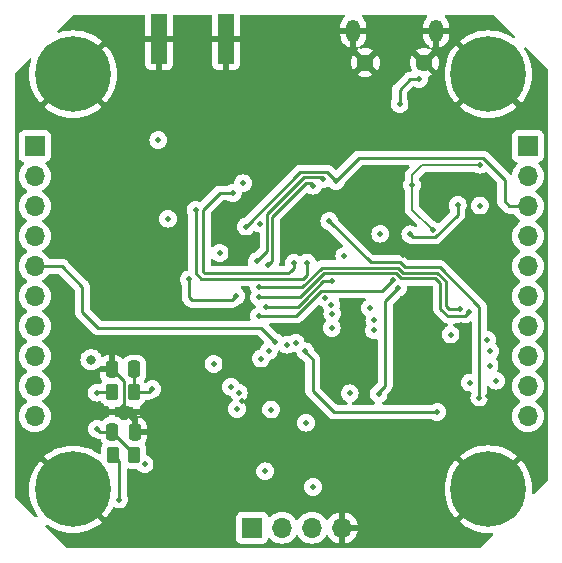
<source format=gbl>
%TF.GenerationSoftware,KiCad,Pcbnew,(7.0.0)*%
%TF.CreationDate,2023-11-22T19:41:51+05:30*%
%TF.ProjectId,Drone_Controller_3.0,44726f6e-655f-4436-9f6e-74726f6c6c65,rev?*%
%TF.SameCoordinates,Original*%
%TF.FileFunction,Copper,L4,Bot*%
%TF.FilePolarity,Positive*%
%FSLAX46Y46*%
G04 Gerber Fmt 4.6, Leading zero omitted, Abs format (unit mm)*
G04 Created by KiCad (PCBNEW (7.0.0)) date 2023-11-22 19:41:51*
%MOMM*%
%LPD*%
G01*
G04 APERTURE LIST*
G04 Aperture macros list*
%AMRoundRect*
0 Rectangle with rounded corners*
0 $1 Rounding radius*
0 $2 $3 $4 $5 $6 $7 $8 $9 X,Y pos of 4 corners*
0 Add a 4 corners polygon primitive as box body*
4,1,4,$2,$3,$4,$5,$6,$7,$8,$9,$2,$3,0*
0 Add four circle primitives for the rounded corners*
1,1,$1+$1,$2,$3*
1,1,$1+$1,$4,$5*
1,1,$1+$1,$6,$7*
1,1,$1+$1,$8,$9*
0 Add four rect primitives between the rounded corners*
20,1,$1+$1,$2,$3,$4,$5,0*
20,1,$1+$1,$4,$5,$6,$7,0*
20,1,$1+$1,$6,$7,$8,$9,0*
20,1,$1+$1,$8,$9,$2,$3,0*%
G04 Aperture macros list end*
%TA.AperFunction,SMDPad,CuDef*%
%ADD10R,1.350000X4.200000*%
%TD*%
%TA.AperFunction,ComponentPad*%
%ADD11C,0.600000*%
%TD*%
%TA.AperFunction,SMDPad,CuDef*%
%ADD12R,1.600000X0.900000*%
%TD*%
%TA.AperFunction,ComponentPad*%
%ADD13C,0.800000*%
%TD*%
%TA.AperFunction,ComponentPad*%
%ADD14C,6.400000*%
%TD*%
%TA.AperFunction,ComponentPad*%
%ADD15R,1.700000X1.700000*%
%TD*%
%TA.AperFunction,ComponentPad*%
%ADD16O,1.700000X1.700000*%
%TD*%
%TA.AperFunction,ComponentPad*%
%ADD17O,1.200000X1.900000*%
%TD*%
%TA.AperFunction,ComponentPad*%
%ADD18C,1.450000*%
%TD*%
%TA.AperFunction,SMDPad,CuDef*%
%ADD19RoundRect,0.250000X0.262500X0.450000X-0.262500X0.450000X-0.262500X-0.450000X0.262500X-0.450000X0*%
%TD*%
%TA.AperFunction,SMDPad,CuDef*%
%ADD20RoundRect,0.250000X0.250000X0.475000X-0.250000X0.475000X-0.250000X-0.475000X0.250000X-0.475000X0*%
%TD*%
%TA.AperFunction,SMDPad,CuDef*%
%ADD21RoundRect,0.250000X-0.250000X-0.475000X0.250000X-0.475000X0.250000X0.475000X-0.250000X0.475000X0*%
%TD*%
%TA.AperFunction,SMDPad,CuDef*%
%ADD22RoundRect,0.250000X-0.262500X-0.450000X0.262500X-0.450000X0.262500X0.450000X-0.262500X0.450000X0*%
%TD*%
%TA.AperFunction,ViaPad*%
%ADD23C,0.500000*%
%TD*%
%TA.AperFunction,ViaPad*%
%ADD24C,0.800000*%
%TD*%
%TA.AperFunction,Conductor*%
%ADD25C,0.250000*%
%TD*%
%TA.AperFunction,Conductor*%
%ADD26C,0.200000*%
%TD*%
G04 APERTURE END LIST*
D10*
%TO.P,J1,2,Ext*%
%TO.N,GND*%
X140086599Y-47828199D03*
X134436599Y-47828199D03*
%TD*%
D11*
%TO.P,U4,9,PAD*%
%TO.N,GND*%
X130982400Y-79385200D03*
D12*
X131482399Y-79385199D03*
D11*
X131982400Y-79385200D03*
%TD*%
D13*
%TO.P,H3,1,1*%
%TO.N,GND*%
X124740000Y-85966000D03*
X125442944Y-84268944D03*
X125442944Y-87663056D03*
X127140000Y-83566000D03*
D14*
X127140000Y-85966000D03*
D13*
X127140000Y-88366000D03*
X128837056Y-84268944D03*
X128837056Y-87663056D03*
X129540000Y-85966000D03*
%TD*%
%TO.P,H2,1,1*%
%TO.N,GND*%
X159906000Y-50800000D03*
X160608944Y-49102944D03*
X160608944Y-52497056D03*
X162306000Y-48400000D03*
D14*
X162306000Y-50800000D03*
D13*
X162306000Y-53200000D03*
X164003056Y-49102944D03*
X164003056Y-52497056D03*
X164706000Y-50800000D03*
%TD*%
D15*
%TO.P,J5,1,Pin_1*%
%TO.N,PC7*%
X165658799Y-56895999D03*
D16*
%TO.P,J5,2,Pin_2*%
%TO.N,PC6*%
X165658799Y-59435999D03*
%TO.P,J5,3,Pin_3*%
%TO.N,EEPROM_SDA*%
X165658799Y-61975999D03*
%TO.P,J5,4,Pin_4*%
%TO.N,EEPROM_SCL*%
X165658799Y-64515999D03*
%TO.P,J5,5,Pin_5*%
%TO.N,PWM_3*%
X165658799Y-67055999D03*
%TO.P,J5,6,Pin_6*%
%TO.N,PWM_4*%
X165658799Y-69595999D03*
%TO.P,J5,7,Pin_7*%
%TO.N,SPI2_MOSI*%
X165658799Y-72135999D03*
%TO.P,J5,8,Pin_8*%
%TO.N,SPI2_MISO*%
X165658799Y-74675999D03*
%TO.P,J5,9,Pin_9*%
%TO.N,SPI2_SCK*%
X165658799Y-77215999D03*
%TO.P,J5,10,Pin_10*%
%TO.N,SPI2_NSS*%
X165658799Y-79755999D03*
%TD*%
D15*
%TO.P,J4,1,Pin_1*%
%TO.N,BOOT0*%
X123901199Y-56895999D03*
D16*
%TO.P,J4,2,Pin_2*%
%TO.N,PA10*%
X123901199Y-59435999D03*
%TO.P,J4,3,Pin_3*%
%TO.N,PA9*%
X123901199Y-61975999D03*
%TO.P,J4,4,Pin_4*%
%TO.N,PA8*%
X123901199Y-64515999D03*
%TO.P,J4,5,Pin_5*%
%TO.N,PWM_2*%
X123901199Y-67055999D03*
%TO.P,J4,6,Pin_6*%
%TO.N,PWM_1*%
X123901199Y-69595999D03*
%TO.P,J4,7,Pin_7*%
%TO.N,PA5*%
X123901199Y-72135999D03*
%TO.P,J4,8,Pin_8*%
%TO.N,PA4*%
X123901199Y-74675999D03*
%TO.P,J4,9,Pin_9*%
%TO.N,UART_TX*%
X123901199Y-77215999D03*
%TO.P,J4,10,Pin_10*%
%TO.N,UART_RX*%
X123901199Y-79755999D03*
%TD*%
D17*
%TO.P,J7,6,Shield*%
%TO.N,GND*%
X157881199Y-47124099D03*
D18*
X156881200Y-49824100D03*
X151881200Y-49824100D03*
D17*
X150881199Y-47124099D03*
%TD*%
D15*
%TO.P,J6,1,Pin_1*%
%TO.N,3.3V*%
X142300799Y-89204799D03*
D16*
%TO.P,J6,2,Pin_2*%
%TO.N,SYS_SWCLK*%
X144840799Y-89204799D03*
%TO.P,J6,3,Pin_3*%
%TO.N,SYS_SWDIO*%
X147380799Y-89204799D03*
%TO.P,J6,4,Pin_4*%
%TO.N,GND*%
X149920799Y-89204799D03*
%TD*%
D13*
%TO.P,H4,1,1*%
%TO.N,GND*%
X159906000Y-85932944D03*
X160608944Y-84235888D03*
X160608944Y-87630000D03*
X162306000Y-83532944D03*
D14*
X162306000Y-85932944D03*
D13*
X162306000Y-88332944D03*
X164003056Y-84235888D03*
X164003056Y-87630000D03*
X164706000Y-85932944D03*
%TD*%
%TO.P,H1,1,1*%
%TO.N,GND*%
X124740000Y-50800000D03*
X125442944Y-49102944D03*
X125442944Y-52497056D03*
X127140000Y-48400000D03*
D14*
X127140000Y-50800000D03*
D13*
X127140000Y-53200000D03*
X128837056Y-49102944D03*
X128837056Y-52497056D03*
X129540000Y-50800000D03*
%TD*%
D19*
%TO.P,R11,1*%
%TO.N,3.3V*%
X132279400Y-77724000D03*
%TO.P,R11,2*%
%TO.N,PG*%
X130454400Y-77724000D03*
%TD*%
D20*
%TO.P,C24,1*%
%TO.N,3.3V*%
X132318800Y-75793600D03*
%TO.P,C24,2*%
%TO.N,GND*%
X130418800Y-75793600D03*
%TD*%
D21*
%TO.P,C22,1*%
%TO.N,Filter_V_IN*%
X130469600Y-81076800D03*
%TO.P,C22,2*%
%TO.N,GND*%
X132369600Y-81076800D03*
%TD*%
D22*
%TO.P,FB1,1*%
%TO.N,V_IN*%
X130505200Y-83007200D03*
%TO.P,FB1,2*%
%TO.N,Filter_V_IN*%
X132330200Y-83007200D03*
%TD*%
D23*
%TO.N,GND*%
X151384000Y-80365600D03*
X152908000Y-65786000D03*
X162306000Y-78079600D03*
X134569200Y-68072000D03*
X152552400Y-59029600D03*
X151638000Y-76860400D03*
X141478000Y-78486000D03*
X154533600Y-64363600D03*
X151942800Y-63500000D03*
X153365200Y-61772800D03*
X141224000Y-66548000D03*
X141732000Y-71120000D03*
X158445200Y-61214000D03*
X142087600Y-75133200D03*
X137464800Y-78028800D03*
X134366000Y-57759600D03*
X136347200Y-55016400D03*
X155041600Y-66141600D03*
X142443200Y-59029600D03*
X148082000Y-80416400D03*
X145440400Y-78841600D03*
X154686000Y-54813200D03*
X160020000Y-72034400D03*
X137464800Y-78689200D03*
X157022800Y-55219600D03*
X135026400Y-66243200D03*
%TO.N,3.3V*%
X150571200Y-77825600D03*
X135178800Y-63042800D03*
X133858000Y-77470000D03*
X160731200Y-76911200D03*
X159105600Y-72847200D03*
X141528800Y-60045600D03*
X139547600Y-65938400D03*
X141173200Y-77774800D03*
X146862800Y-80314800D03*
X153162000Y-64312800D03*
X161594800Y-61925200D03*
X150114000Y-66192400D03*
X134366000Y-56388000D03*
D24*
X128676400Y-74980800D03*
D23*
%TO.N,Filter_V_IN*%
X129184400Y-80822800D03*
%TO.N,V_IN_Sense*%
X133197600Y-83820000D03*
X143916400Y-79197200D03*
%TO.N,V_IN*%
X131064000Y-86817200D03*
%TO.N,FSYNC*%
X142900400Y-68834000D03*
X159867600Y-70713600D03*
%TO.N,MPU_I2C_SDA*%
X147472400Y-60248800D03*
X143662400Y-66954400D03*
%TO.N,MPU_I2C_SCL*%
X161594800Y-58470800D03*
X155854400Y-60198000D03*
X142697200Y-66649600D03*
X157581600Y-64008000D03*
X148336000Y-59690000D03*
%TO.N,DPS_INT*%
X142900400Y-71272400D03*
X154228800Y-68224400D03*
%TO.N,PG*%
X129133600Y-77774800D03*
%TO.N,NRF_!CS*%
X137515600Y-62280800D03*
X146964400Y-66751200D03*
%TO.N,NRF_IRQ*%
X140665200Y-60858400D03*
X145846800Y-66802000D03*
%TO.N,MPU_INT*%
X160629600Y-70967600D03*
X142900400Y-69697600D03*
%TO.N,INT{slash}DRDY*%
X155702000Y-64363600D03*
X159715200Y-61874400D03*
X143510000Y-70510400D03*
X149098000Y-68326000D03*
%TO.N,NRST*%
X140970000Y-69596000D03*
X136956800Y-68173600D03*
%TO.N,SYS_SWDIO*%
X153009600Y-77876400D03*
X154686000Y-68884800D03*
%TO.N,FLASH_IO2*%
X143408400Y-84429600D03*
X152298400Y-70612000D03*
%TO.N,FLASH_IO0*%
X149047200Y-72288400D03*
X147472400Y-85750400D03*
%TO.N,EEPROM_SDA*%
X141782800Y-63703200D03*
X149402800Y-59842400D03*
%TO.N,EEPROM_SCL*%
X157988000Y-79400400D03*
X146812000Y-74269600D03*
%TO.N,EEPROM_WP*%
X161544000Y-78181200D03*
X148844000Y-63246000D03*
%TO.N,BOOT0*%
X143002000Y-63449200D03*
%TO.N,PWM_2*%
X144272000Y-73507600D03*
%TO.N,PWM_1*%
X143713200Y-74218800D03*
%TO.N,PWM_4*%
X145999200Y-73558400D03*
%TO.N,PWM_3*%
X145237200Y-73710800D03*
%TO.N,UART_RX*%
X140512800Y-77266800D03*
%TO.N,UART_TX*%
X139039600Y-75336400D03*
%TO.N,SPI2_MOSI*%
X162204400Y-73304400D03*
%TO.N,SPI2_MISO*%
X162458400Y-74269600D03*
%TO.N,SPI2_SCK*%
X162407600Y-75488800D03*
%TO.N,VBUS*%
X156464000Y-51206400D03*
X154787600Y-53340000D03*
%TO.N,PA10*%
X148488400Y-69748400D03*
%TO.N,PA9*%
X148996400Y-70307200D03*
%TO.N,PA8*%
X149098000Y-71069200D03*
%TO.N,PA5*%
X143052800Y-74879200D03*
%TO.N,PA4*%
X141020800Y-79146400D03*
%TO.N,PC6*%
X152603200Y-72491600D03*
%TO.N,PC7*%
X152654000Y-71628000D03*
%TO.N,SPI2_NSS*%
X162966400Y-76758800D03*
%TD*%
D25*
%TO.N,GND*%
X131441900Y-76816700D02*
X131441900Y-79344700D01*
X132369600Y-81076800D02*
X132369600Y-80272400D01*
X130418800Y-75793600D02*
X131441900Y-76816700D01*
X131441900Y-79344700D02*
X131482400Y-79385200D01*
X132369600Y-80272400D02*
X131482400Y-79385200D01*
%TO.N,3.3V*%
X132318800Y-75793600D02*
X132318800Y-77684600D01*
X132318800Y-77684600D02*
X132279400Y-77724000D01*
X132279400Y-77724000D02*
X133604000Y-77724000D01*
X133604000Y-77724000D02*
X133858000Y-77470000D01*
%TO.N,Filter_V_IN*%
X130469600Y-81092000D02*
X132330200Y-82952600D01*
X132330200Y-82952600D02*
X132330200Y-83007200D01*
X130469600Y-81076800D02*
X130469600Y-81092000D01*
X130469600Y-81076800D02*
X129438400Y-81076800D01*
X129438400Y-81076800D02*
X129184400Y-80822800D01*
%TO.N,V_IN*%
X131064000Y-83566000D02*
X131064000Y-86817200D01*
X130505200Y-83007200D02*
X131064000Y-83566000D01*
%TO.N,FSYNC*%
X155075969Y-67622000D02*
X157995200Y-67622000D01*
X148192600Y-67199400D02*
X154653369Y-67199400D01*
X146558000Y-68834000D02*
X148192600Y-67199400D01*
X158699200Y-70459600D02*
X158953200Y-70713600D01*
X158953200Y-70713600D02*
X159867600Y-70713600D01*
X154653369Y-67199400D02*
X155075969Y-67622000D01*
X158699200Y-68326000D02*
X158699200Y-70459600D01*
X157995200Y-67622000D02*
X158699200Y-68326000D01*
X142900400Y-68834000D02*
X146558000Y-68834000D01*
%TO.N,MPU_I2C_SDA*%
X147333398Y-60058998D02*
X147472400Y-60198000D01*
X144027000Y-62857396D02*
X146825398Y-60058998D01*
X146825398Y-60058998D02*
X147333398Y-60058998D01*
X143662400Y-66954400D02*
X144027000Y-66589800D01*
X144027000Y-66589800D02*
X144027000Y-63093600D01*
X144027000Y-63093600D02*
X144027000Y-62857396D01*
%TO.N,MPU_I2C_SCL*%
X143577000Y-63398400D02*
X143577000Y-62671000D01*
X142697200Y-66649600D02*
X143577000Y-65769800D01*
D26*
X155854400Y-60198000D02*
X155854400Y-59334400D01*
X155854400Y-59334400D02*
X156718000Y-58470800D01*
D25*
X143577000Y-62671000D02*
X146710400Y-59537600D01*
D26*
X155854400Y-62280800D02*
X157581600Y-64008000D01*
D25*
X143577000Y-65769800D02*
X143577000Y-63398400D01*
X146710400Y-59537600D02*
X148183600Y-59537600D01*
X148183600Y-59537600D02*
X148336000Y-59690000D01*
D26*
X156718000Y-58470800D02*
X161594800Y-58470800D01*
X155854400Y-60198000D02*
X155854400Y-62280800D01*
D25*
%TO.N,DPS_INT*%
X148162388Y-69138800D02*
X146028788Y-71272400D01*
X153314400Y-69138800D02*
X148162388Y-69138800D01*
X146028788Y-71272400D02*
X142900400Y-71272400D01*
X154228800Y-68224400D02*
X153314400Y-69138800D01*
%TO.N,PG*%
X130454400Y-77724000D02*
X129184400Y-77724000D01*
X129184400Y-77724000D02*
X129133600Y-77774800D01*
%TO.N,NRF_!CS*%
X137515600Y-67665600D02*
X137515600Y-62280800D01*
X146608800Y-68122800D02*
X137972800Y-68122800D01*
X146964400Y-66751200D02*
X146964400Y-67767200D01*
X137972800Y-68122800D02*
X137515600Y-67665600D01*
X146964400Y-67767200D02*
X146608800Y-68122800D01*
%TO.N,NRF_IRQ*%
X138176000Y-62280800D02*
X139598400Y-60858400D01*
X138176000Y-67520400D02*
X138176000Y-62280800D01*
X145592800Y-67462400D02*
X145382400Y-67672800D01*
X139598400Y-60858400D02*
X140665200Y-60858400D01*
X145846800Y-67208400D02*
X145592800Y-67462400D01*
X145382400Y-67672800D02*
X138328400Y-67672800D01*
X138328400Y-67672800D02*
X138176000Y-67520400D01*
X145846800Y-66802000D02*
X145846800Y-67208400D01*
%TO.N,MPU_INT*%
X154466973Y-67649400D02*
X148378996Y-67649400D01*
X154889573Y-68072000D02*
X154466973Y-67649400D01*
X146330796Y-69697600D02*
X142900400Y-69697600D01*
X160308600Y-71288600D02*
X158891804Y-71288600D01*
X148378996Y-67649400D02*
X146330796Y-69697600D01*
X158891804Y-71288600D02*
X158249200Y-70645996D01*
X158249200Y-68512396D02*
X157808804Y-68072000D01*
X160629600Y-70967600D02*
X160308600Y-71288600D01*
X158249200Y-70645996D02*
X158249200Y-68512396D01*
X157808804Y-68072000D02*
X154889573Y-68072000D01*
%TO.N,INT{slash}DRDY*%
X155921400Y-64583000D02*
X157819400Y-64583000D01*
X159715200Y-62687200D02*
X159715200Y-61874400D01*
X146154392Y-70510400D02*
X146780796Y-69883996D01*
X143510000Y-70510400D02*
X146154392Y-70510400D01*
X146780796Y-69883996D02*
X148338792Y-68326000D01*
X148338792Y-68326000D02*
X149098000Y-68326000D01*
X155702000Y-64363600D02*
X155921400Y-64583000D01*
X149098000Y-68326000D02*
X149047200Y-68326000D01*
X157819400Y-64583000D02*
X159715200Y-62687200D01*
%TO.N,NRST*%
X140970000Y-69596000D02*
X140970000Y-69596000D01*
X140614400Y-69951600D02*
X140970000Y-69596000D01*
X140970000Y-69596000D02*
X140970000Y-69596000D01*
X140970000Y-69596000D02*
X140919200Y-69646800D01*
X136956800Y-68173600D02*
X136956800Y-69697600D01*
X137210800Y-69951600D02*
X140614400Y-69951600D01*
X136956800Y-69697600D02*
X137210800Y-69951600D01*
%TO.N,SYS_SWDIO*%
X153568400Y-77165200D02*
X153009600Y-77724000D01*
X153009600Y-77724000D02*
X153009600Y-77876400D01*
X153568400Y-70002400D02*
X153568400Y-74726800D01*
X154686000Y-68884800D02*
X153568400Y-70002400D01*
X153568400Y-74726800D02*
X153568400Y-77165200D01*
%TO.N,EEPROM_SDA*%
X141782800Y-63703200D02*
X146398400Y-59087600D01*
X148648000Y-59087600D02*
X149402800Y-59842400D01*
X149402800Y-59842400D02*
X151349400Y-57895800D01*
X146398400Y-59087600D02*
X148648000Y-59087600D01*
X163677600Y-59740800D02*
X163677600Y-61569600D01*
X151349400Y-57895800D02*
X161832600Y-57895800D01*
X163677600Y-61569600D02*
X164084000Y-61976000D01*
X161832600Y-57895800D02*
X163677600Y-59740800D01*
X164084000Y-61976000D02*
X165658800Y-61976000D01*
%TO.N,EEPROM_SCL*%
X149199600Y-79400400D02*
X147421600Y-77622400D01*
X146812000Y-74320400D02*
X146812000Y-74269600D01*
X147421600Y-74930000D02*
X146812000Y-74320400D01*
X157988000Y-79400400D02*
X149199600Y-79400400D01*
X147421600Y-77622400D02*
X147421600Y-74930000D01*
%TO.N,EEPROM_WP*%
X158181596Y-67172000D02*
X161544000Y-70534404D01*
X152347400Y-66749400D02*
X154839765Y-66749400D01*
X154839765Y-66749400D02*
X155262365Y-67172000D01*
X161544000Y-70534404D02*
X161544000Y-78181200D01*
X148844000Y-63246000D02*
X152347400Y-66749400D01*
X155262365Y-67172000D02*
X158181596Y-67172000D01*
%TO.N,PWM_2*%
X127914400Y-70916800D02*
X127914400Y-68783200D01*
X129286000Y-72288400D02*
X127914400Y-70916800D01*
X144272000Y-73507600D02*
X143052800Y-72288400D01*
X143052800Y-72288400D02*
X129286000Y-72288400D01*
X126187200Y-67056000D02*
X123901200Y-67056000D01*
X127914400Y-68783200D02*
X126187200Y-67056000D01*
%TO.N,VBUS*%
X154787600Y-52120800D02*
X155702000Y-51206400D01*
X154787600Y-53340000D02*
X154787600Y-52120800D01*
X155702000Y-51206400D02*
X156464000Y-51206400D01*
%TD*%
%TA.AperFunction,Conductor*%
%TO.N,GND*%
G36*
X151867659Y-69780452D02*
G01*
X151912912Y-69824700D01*
X151930433Y-69885518D01*
X151915658Y-69947060D01*
X151872436Y-69993294D01*
X151833410Y-70017815D01*
X151833405Y-70017818D01*
X151827510Y-70021523D01*
X151822585Y-70026447D01*
X151822581Y-70026451D01*
X151712851Y-70136181D01*
X151712847Y-70136185D01*
X151707923Y-70141110D01*
X151704218Y-70147005D01*
X151704215Y-70147010D01*
X151627610Y-70268927D01*
X151617944Y-70284310D01*
X151615647Y-70290872D01*
X151615645Y-70290878D01*
X151564387Y-70437366D01*
X151564385Y-70437371D01*
X151562087Y-70443941D01*
X151561307Y-70450855D01*
X151561306Y-70450864D01*
X151546006Y-70586663D01*
X151543151Y-70612000D01*
X151543931Y-70618923D01*
X151561306Y-70773135D01*
X151561307Y-70773142D01*
X151562087Y-70780059D01*
X151564386Y-70786630D01*
X151564387Y-70786633D01*
X151613368Y-70926614D01*
X151617944Y-70939690D01*
X151707923Y-71082890D01*
X151827510Y-71202477D01*
X151871846Y-71230335D01*
X151891556Y-71242720D01*
X151930578Y-71281742D01*
X151948804Y-71333830D01*
X151942626Y-71388668D01*
X151919987Y-71453366D01*
X151919985Y-71453371D01*
X151917687Y-71459941D01*
X151916907Y-71466855D01*
X151916906Y-71466864D01*
X151906837Y-71556235D01*
X151898751Y-71628000D01*
X151899531Y-71634923D01*
X151916906Y-71789135D01*
X151916907Y-71789142D01*
X151917687Y-71796059D01*
X151919986Y-71802630D01*
X151919987Y-71802633D01*
X151971242Y-71949113D01*
X151971244Y-71949117D01*
X151973544Y-71955690D01*
X151977252Y-71961591D01*
X151979023Y-71965268D01*
X151991109Y-72026024D01*
X151972298Y-72085045D01*
X151926446Y-72158017D01*
X151926443Y-72158022D01*
X151922744Y-72163910D01*
X151920447Y-72170472D01*
X151920445Y-72170478D01*
X151869187Y-72316966D01*
X151869185Y-72316971D01*
X151866887Y-72323541D01*
X151866107Y-72330455D01*
X151866106Y-72330464D01*
X151851170Y-72463033D01*
X151847951Y-72491600D01*
X151848731Y-72498523D01*
X151866106Y-72652735D01*
X151866107Y-72652742D01*
X151866887Y-72659659D01*
X151869186Y-72666230D01*
X151869187Y-72666233D01*
X151919117Y-72808927D01*
X151922744Y-72819290D01*
X151964586Y-72885881D01*
X152005012Y-72950219D01*
X152012723Y-72962490D01*
X152132310Y-73082077D01*
X152275510Y-73172056D01*
X152435141Y-73227913D01*
X152603200Y-73246849D01*
X152771259Y-73227913D01*
X152777943Y-73225574D01*
X152778046Y-73225563D01*
X152784623Y-73224063D01*
X152784813Y-73224897D01*
X152836233Y-73219832D01*
X152890654Y-73241485D01*
X152929067Y-73285701D01*
X152942900Y-73342615D01*
X152942900Y-76854747D01*
X152933461Y-76902200D01*
X152906581Y-76942429D01*
X152622291Y-77226716D01*
X152614107Y-77234161D01*
X152607723Y-77238214D01*
X152602388Y-77243894D01*
X152598483Y-77247125D01*
X152585418Y-77256573D01*
X152544606Y-77282218D01*
X152538710Y-77285923D01*
X152533788Y-77290844D01*
X152533784Y-77290848D01*
X152424051Y-77400581D01*
X152424047Y-77400585D01*
X152419123Y-77405510D01*
X152415418Y-77411405D01*
X152415415Y-77411410D01*
X152337267Y-77535782D01*
X152329144Y-77548710D01*
X152326847Y-77555272D01*
X152326845Y-77555278D01*
X152275587Y-77701766D01*
X152275585Y-77701771D01*
X152273287Y-77708341D01*
X152272507Y-77715255D01*
X152272506Y-77715264D01*
X152260075Y-77825600D01*
X152254351Y-77876400D01*
X152255131Y-77883323D01*
X152272506Y-78037535D01*
X152272507Y-78037542D01*
X152273287Y-78044459D01*
X152275586Y-78051030D01*
X152275587Y-78051033D01*
X152313429Y-78159181D01*
X152329144Y-78204090D01*
X152360816Y-78254495D01*
X152411189Y-78334664D01*
X152419123Y-78347290D01*
X152538710Y-78466877D01*
X152601031Y-78506036D01*
X152664483Y-78545906D01*
X152707705Y-78592141D01*
X152722480Y-78653683D01*
X152704959Y-78714500D01*
X152659706Y-78758748D01*
X152598511Y-78774900D01*
X150860390Y-78774900D01*
X150794418Y-78755894D01*
X150748670Y-78704702D01*
X150737170Y-78637016D01*
X150763443Y-78573587D01*
X150819436Y-78533858D01*
X150819833Y-78533719D01*
X150898890Y-78506056D01*
X151042090Y-78416077D01*
X151161677Y-78296490D01*
X151251656Y-78153290D01*
X151307513Y-77993659D01*
X151326449Y-77825600D01*
X151307513Y-77657541D01*
X151251656Y-77497910D01*
X151161677Y-77354710D01*
X151042090Y-77235123D01*
X151033443Y-77229690D01*
X150974582Y-77192705D01*
X150898890Y-77145144D01*
X150892324Y-77142846D01*
X150892321Y-77142845D01*
X150745833Y-77091587D01*
X150745830Y-77091586D01*
X150739259Y-77089287D01*
X150732342Y-77088507D01*
X150732335Y-77088506D01*
X150578123Y-77071131D01*
X150571200Y-77070351D01*
X150564277Y-77071131D01*
X150410064Y-77088506D01*
X150410055Y-77088507D01*
X150403141Y-77089287D01*
X150396571Y-77091585D01*
X150396566Y-77091587D01*
X150250078Y-77142845D01*
X150250072Y-77142847D01*
X150243510Y-77145144D01*
X150237619Y-77148845D01*
X150237618Y-77148846D01*
X150106210Y-77231415D01*
X150106205Y-77231418D01*
X150100310Y-77235123D01*
X150095385Y-77240047D01*
X150095381Y-77240051D01*
X149985651Y-77349781D01*
X149985647Y-77349785D01*
X149980723Y-77354710D01*
X149977018Y-77360605D01*
X149977015Y-77360610D01*
X149912631Y-77463077D01*
X149890744Y-77497910D01*
X149888447Y-77504472D01*
X149888445Y-77504478D01*
X149837187Y-77650966D01*
X149837185Y-77650971D01*
X149834887Y-77657541D01*
X149834107Y-77664455D01*
X149834106Y-77664464D01*
X149821180Y-77779192D01*
X149815951Y-77825600D01*
X149816731Y-77832523D01*
X149834106Y-77986735D01*
X149834107Y-77986742D01*
X149834887Y-77993659D01*
X149837186Y-78000230D01*
X149837187Y-78000233D01*
X149875029Y-78108381D01*
X149890744Y-78153290D01*
X149980723Y-78296490D01*
X150100310Y-78416077D01*
X150243510Y-78506056D01*
X150322567Y-78533719D01*
X150322964Y-78533858D01*
X150378957Y-78573587D01*
X150405230Y-78637016D01*
X150393730Y-78704702D01*
X150347982Y-78755894D01*
X150282010Y-78774900D01*
X149510052Y-78774900D01*
X149462599Y-78765461D01*
X149422371Y-78738581D01*
X148083419Y-77399628D01*
X148056539Y-77359400D01*
X148047100Y-77311947D01*
X148047100Y-75007775D01*
X148047621Y-74996719D01*
X148049273Y-74989333D01*
X148047161Y-74922113D01*
X148047100Y-74918219D01*
X148047100Y-74894542D01*
X148047100Y-74890650D01*
X148046598Y-74886683D01*
X148045681Y-74875026D01*
X148045595Y-74872277D01*
X148044310Y-74831373D01*
X148038718Y-74812128D01*
X148034774Y-74793083D01*
X148032264Y-74773208D01*
X148016179Y-74732583D01*
X148012406Y-74721562D01*
X148000218Y-74679610D01*
X147990017Y-74662360D01*
X147981463Y-74644901D01*
X147974086Y-74626268D01*
X147948408Y-74590925D01*
X147942001Y-74581171D01*
X147923742Y-74550296D01*
X147923741Y-74550294D01*
X147919770Y-74543580D01*
X147905605Y-74529415D01*
X147892970Y-74514622D01*
X147881194Y-74498413D01*
X147875183Y-74493440D01*
X147875181Y-74493438D01*
X147847541Y-74470573D01*
X147838900Y-74462710D01*
X147587956Y-74211766D01*
X147563917Y-74177886D01*
X147552417Y-74137967D01*
X147549093Y-74108464D01*
X147549092Y-74108463D01*
X147548313Y-74101541D01*
X147492456Y-73941910D01*
X147402477Y-73798710D01*
X147282890Y-73679123D01*
X147139690Y-73589144D01*
X147133124Y-73586846D01*
X147133121Y-73586845D01*
X146986633Y-73535587D01*
X146986630Y-73535586D01*
X146980059Y-73533287D01*
X146973142Y-73532507D01*
X146973135Y-73532506D01*
X146846945Y-73518288D01*
X146794855Y-73500061D01*
X146755833Y-73461037D01*
X146737609Y-73408951D01*
X146735513Y-73390341D01*
X146679656Y-73230710D01*
X146589677Y-73087510D01*
X146470090Y-72967923D01*
X146461443Y-72962490D01*
X146399135Y-72923339D01*
X146326890Y-72877944D01*
X146320324Y-72875646D01*
X146320321Y-72875645D01*
X146173833Y-72824387D01*
X146173830Y-72824386D01*
X146167259Y-72822087D01*
X146160342Y-72821307D01*
X146160335Y-72821306D01*
X146006123Y-72803931D01*
X145999200Y-72803151D01*
X145992277Y-72803931D01*
X145838064Y-72821306D01*
X145838055Y-72821307D01*
X145831141Y-72822087D01*
X145824571Y-72824385D01*
X145824566Y-72824387D01*
X145678078Y-72875645D01*
X145678072Y-72875647D01*
X145671510Y-72877944D01*
X145665619Y-72881645D01*
X145665618Y-72881646D01*
X145528310Y-72967923D01*
X145526927Y-72965722D01*
X145482689Y-72985334D01*
X145421253Y-72980082D01*
X145411840Y-72976789D01*
X145411834Y-72976787D01*
X145405259Y-72974487D01*
X145398342Y-72973707D01*
X145398335Y-72973706D01*
X145244123Y-72956331D01*
X145237200Y-72955551D01*
X145230277Y-72956331D01*
X145076064Y-72973706D01*
X145076055Y-72973707D01*
X145069141Y-72974487D01*
X145062571Y-72976785D01*
X145062566Y-72976787D01*
X144943493Y-73018452D01*
X144874946Y-73022301D01*
X144814858Y-72989091D01*
X144747818Y-72922051D01*
X144742890Y-72917123D01*
X144599690Y-72827144D01*
X144593124Y-72824846D01*
X144593121Y-72824845D01*
X144440059Y-72771287D01*
X144440796Y-72769179D01*
X144390202Y-72741211D01*
X143758572Y-72109581D01*
X143728322Y-72060218D01*
X143723780Y-72002502D01*
X143745935Y-71949015D01*
X143789958Y-71911415D01*
X143846253Y-71897900D01*
X145951013Y-71897900D01*
X145962068Y-71898421D01*
X145969455Y-71900073D01*
X146036660Y-71897961D01*
X146040556Y-71897900D01*
X146064236Y-71897900D01*
X146068138Y-71897900D01*
X146072101Y-71897399D01*
X146083751Y-71896480D01*
X146127415Y-71895109D01*
X146146649Y-71889519D01*
X146165705Y-71885574D01*
X146185580Y-71883064D01*
X146220106Y-71869394D01*
X146226185Y-71866987D01*
X146237238Y-71863202D01*
X146279178Y-71851018D01*
X146296417Y-71840822D01*
X146313891Y-71832262D01*
X146325262Y-71827760D01*
X146325264Y-71827758D01*
X146332520Y-71824886D01*
X146367857Y-71799211D01*
X146377612Y-71792803D01*
X146415208Y-71770570D01*
X146429372Y-71756405D01*
X146444167Y-71743768D01*
X146460375Y-71731994D01*
X146488216Y-71698338D01*
X146496067Y-71689709D01*
X147844793Y-70340983D01*
X147895923Y-70310175D01*
X147955526Y-70306828D01*
X148009786Y-70331720D01*
X148012585Y-70333952D01*
X148017510Y-70338877D01*
X148160710Y-70428856D01*
X148167279Y-70431154D01*
X148167280Y-70431155D01*
X148199083Y-70442283D01*
X148245811Y-70471643D01*
X148275171Y-70518370D01*
X148313643Y-70628316D01*
X148313645Y-70628321D01*
X148315944Y-70634890D01*
X148350083Y-70689221D01*
X148373395Y-70726322D01*
X148391621Y-70778409D01*
X148385443Y-70833247D01*
X148363985Y-70894570D01*
X148363982Y-70894580D01*
X148361687Y-70901141D01*
X148360908Y-70908052D01*
X148360907Y-70908058D01*
X148346274Y-71037931D01*
X148342751Y-71069200D01*
X148343531Y-71076123D01*
X148360906Y-71230335D01*
X148360907Y-71230342D01*
X148361687Y-71237259D01*
X148363986Y-71243830D01*
X148363987Y-71243833D01*
X148413064Y-71384089D01*
X148417544Y-71396890D01*
X148507523Y-71540090D01*
X148512451Y-71545018D01*
X148533152Y-71565719D01*
X148565246Y-71621306D01*
X148565246Y-71685494D01*
X148533152Y-71741081D01*
X148461651Y-71812581D01*
X148461647Y-71812585D01*
X148456723Y-71817510D01*
X148453018Y-71823405D01*
X148453015Y-71823410D01*
X148374092Y-71949015D01*
X148366744Y-71960710D01*
X148364447Y-71967272D01*
X148364445Y-71967278D01*
X148313187Y-72113766D01*
X148313185Y-72113771D01*
X148310887Y-72120341D01*
X148310107Y-72127255D01*
X148310106Y-72127264D01*
X148295938Y-72253015D01*
X148291951Y-72288400D01*
X148292731Y-72295323D01*
X148310106Y-72449535D01*
X148310107Y-72449542D01*
X148310887Y-72456459D01*
X148313186Y-72463030D01*
X148313187Y-72463033D01*
X148362713Y-72604572D01*
X148366744Y-72616090D01*
X148406362Y-72679141D01*
X148443110Y-72737626D01*
X148456723Y-72759290D01*
X148576310Y-72878877D01*
X148719510Y-72968856D01*
X148879141Y-73024713D01*
X149047200Y-73043649D01*
X149215259Y-73024713D01*
X149374890Y-72968856D01*
X149518090Y-72878877D01*
X149637677Y-72759290D01*
X149727656Y-72616090D01*
X149783513Y-72456459D01*
X149797715Y-72330414D01*
X149801669Y-72295323D01*
X149802449Y-72288400D01*
X149783513Y-72120341D01*
X149727656Y-71960710D01*
X149637677Y-71817510D01*
X149612048Y-71791881D01*
X149579954Y-71736294D01*
X149579954Y-71672106D01*
X149612048Y-71616519D01*
X149628477Y-71600090D01*
X149688477Y-71540090D01*
X149778456Y-71396890D01*
X149834313Y-71237259D01*
X149849168Y-71105422D01*
X149852469Y-71076123D01*
X149853249Y-71069200D01*
X149834313Y-70901141D01*
X149778456Y-70741510D01*
X149721004Y-70650077D01*
X149702778Y-70597988D01*
X149708957Y-70543149D01*
X149711428Y-70536087D01*
X149732713Y-70475259D01*
X149751649Y-70307200D01*
X149732713Y-70139141D01*
X149676856Y-69979510D01*
X149660998Y-69954272D01*
X149642041Y-69891778D01*
X149657464Y-69828319D01*
X149702991Y-69781497D01*
X149765992Y-69764300D01*
X151806464Y-69764300D01*
X151867659Y-69780452D01*
G37*
%TD.AperFunction*%
%TA.AperFunction,Conductor*%
G36*
X133199600Y-45787413D02*
G01*
X133244987Y-45832800D01*
X133261600Y-45894800D01*
X133261600Y-47561874D01*
X133265050Y-47574749D01*
X133277926Y-47578200D01*
X135595274Y-47578200D01*
X135608149Y-47574749D01*
X135611600Y-47561874D01*
X135611600Y-45894800D01*
X135628213Y-45832800D01*
X135673600Y-45787413D01*
X135735600Y-45770800D01*
X138787600Y-45770800D01*
X138849600Y-45787413D01*
X138894987Y-45832800D01*
X138911600Y-45894800D01*
X138911600Y-47561874D01*
X138915050Y-47574749D01*
X138927926Y-47578200D01*
X141245274Y-47578200D01*
X141258149Y-47574749D01*
X141261600Y-47561874D01*
X141261600Y-47523550D01*
X149781200Y-47523550D01*
X149781480Y-47529439D01*
X149795603Y-47677342D01*
X149797830Y-47688893D01*
X149853687Y-47879126D01*
X149858053Y-47890032D01*
X149948904Y-48066259D01*
X149955264Y-48076155D01*
X150077817Y-48231994D01*
X150085935Y-48240508D01*
X150235772Y-48370343D01*
X150245349Y-48377162D01*
X150417046Y-48476291D01*
X150427749Y-48481179D01*
X150615104Y-48546024D01*
X150620688Y-48547379D01*
X150628881Y-48546793D01*
X150631200Y-48536136D01*
X150631200Y-48531281D01*
X151131200Y-48531281D01*
X151133705Y-48542172D01*
X151144882Y-48542039D01*
X151166516Y-48536791D01*
X151236293Y-48540110D01*
X151293204Y-48580620D01*
X151319185Y-48645465D01*
X151305993Y-48714064D01*
X151264950Y-48757152D01*
X151266361Y-48759167D01*
X151220702Y-48791136D01*
X151213269Y-48799247D01*
X151219180Y-48808526D01*
X151869657Y-49459003D01*
X151881200Y-49465667D01*
X151892742Y-49459003D01*
X152543215Y-48808529D01*
X152549128Y-48799247D01*
X156213269Y-48799247D01*
X156219180Y-48808526D01*
X156869657Y-49459003D01*
X156881200Y-49465667D01*
X156892742Y-49459003D01*
X157543215Y-48808529D01*
X157549129Y-48799246D01*
X157541698Y-48791137D01*
X157504673Y-48765212D01*
X157465959Y-48721184D01*
X157451799Y-48664292D01*
X157465357Y-48607254D01*
X157503604Y-48562820D01*
X157557988Y-48540922D01*
X157609089Y-48545768D01*
X157609365Y-48544632D01*
X157620688Y-48547379D01*
X157628881Y-48546793D01*
X157631200Y-48536136D01*
X157631200Y-48531281D01*
X158131200Y-48531281D01*
X158133705Y-48542172D01*
X158144879Y-48542039D01*
X158236870Y-48519722D01*
X158247988Y-48515874D01*
X158428321Y-48433519D01*
X158438519Y-48427631D01*
X158600006Y-48312636D01*
X158608903Y-48304927D01*
X158745717Y-48161441D01*
X158752984Y-48152200D01*
X158860171Y-47985414D01*
X158865563Y-47974956D01*
X158939249Y-47790898D01*
X158942562Y-47779615D01*
X158980082Y-47584934D01*
X158981200Y-47573234D01*
X158981200Y-47390426D01*
X158977749Y-47377550D01*
X158964874Y-47374100D01*
X158147526Y-47374100D01*
X158134650Y-47377550D01*
X158131200Y-47390426D01*
X158131200Y-48531281D01*
X157631200Y-48531281D01*
X157631200Y-47390426D01*
X157627749Y-47377550D01*
X157614874Y-47374100D01*
X156797526Y-47374100D01*
X156784650Y-47377550D01*
X156781200Y-47390426D01*
X156781200Y-47523550D01*
X156781480Y-47529439D01*
X156795603Y-47677342D01*
X156797830Y-47688893D01*
X156853687Y-47879126D01*
X156858053Y-47890032D01*
X156948904Y-48066259D01*
X156955264Y-48076155D01*
X157077817Y-48231994D01*
X157085935Y-48240508D01*
X157235772Y-48370343D01*
X157245345Y-48377160D01*
X157322671Y-48421803D01*
X157365252Y-48462565D01*
X157384200Y-48518383D01*
X157375233Y-48576643D01*
X157340378Y-48624180D01*
X157287511Y-48650252D01*
X157228579Y-48648966D01*
X157099958Y-48614503D01*
X157089343Y-48612631D01*
X156886595Y-48594893D01*
X156875805Y-48594893D01*
X156673056Y-48612631D01*
X156662445Y-48614502D01*
X156465852Y-48667179D01*
X156455718Y-48670867D01*
X156271269Y-48756878D01*
X156261925Y-48762273D01*
X156220702Y-48791136D01*
X156213269Y-48799247D01*
X152549128Y-48799247D01*
X152549129Y-48799246D01*
X152541698Y-48791137D01*
X152500469Y-48762268D01*
X152491137Y-48756880D01*
X152306681Y-48670867D01*
X152296547Y-48667179D01*
X152099954Y-48614502D01*
X152089343Y-48612631D01*
X151886595Y-48594893D01*
X151875805Y-48594893D01*
X151673056Y-48612631D01*
X151662442Y-48614503D01*
X151546553Y-48645555D01*
X151478394Y-48644419D01*
X151421135Y-48607428D01*
X151392080Y-48545761D01*
X151400012Y-48478055D01*
X151442533Y-48424773D01*
X151600006Y-48312636D01*
X151608903Y-48304927D01*
X151745717Y-48161441D01*
X151752984Y-48152200D01*
X151860171Y-47985414D01*
X151865563Y-47974956D01*
X151939249Y-47790898D01*
X151942562Y-47779615D01*
X151980082Y-47584934D01*
X151981200Y-47573234D01*
X151981200Y-47390426D01*
X151977749Y-47377550D01*
X151964874Y-47374100D01*
X151147526Y-47374100D01*
X151134650Y-47377550D01*
X151131200Y-47390426D01*
X151131200Y-48531281D01*
X150631200Y-48531281D01*
X150631200Y-47390426D01*
X150627749Y-47377550D01*
X150614874Y-47374100D01*
X149797526Y-47374100D01*
X149784650Y-47377550D01*
X149781200Y-47390426D01*
X149781200Y-47523550D01*
X141261600Y-47523550D01*
X141261600Y-45894800D01*
X141278213Y-45832800D01*
X141323600Y-45787413D01*
X141385600Y-45770800D01*
X150028381Y-45770800D01*
X150084149Y-45784048D01*
X150128001Y-45820963D01*
X150150565Y-45873655D01*
X150147020Y-45930866D01*
X150118124Y-45980370D01*
X150016682Y-46086758D01*
X150009415Y-46095999D01*
X149902228Y-46262785D01*
X149896836Y-46273243D01*
X149823150Y-46457301D01*
X149819837Y-46468584D01*
X149782317Y-46663265D01*
X149781200Y-46674966D01*
X149781200Y-46857774D01*
X149784650Y-46870649D01*
X149797526Y-46874100D01*
X151964874Y-46874100D01*
X151977749Y-46870649D01*
X151981200Y-46857774D01*
X151981200Y-46724650D01*
X151980919Y-46718760D01*
X151966796Y-46570857D01*
X151964569Y-46559306D01*
X151908712Y-46369073D01*
X151904346Y-46358167D01*
X151813495Y-46181940D01*
X151807135Y-46172044D01*
X151684582Y-46016205D01*
X151676459Y-46007686D01*
X151654332Y-45988513D01*
X151619983Y-45939789D01*
X151612342Y-45880666D01*
X151633175Y-45824809D01*
X151677667Y-45785130D01*
X151735534Y-45770800D01*
X157028381Y-45770800D01*
X157084149Y-45784048D01*
X157128001Y-45820963D01*
X157150565Y-45873655D01*
X157147020Y-45930866D01*
X157118124Y-45980370D01*
X157016682Y-46086758D01*
X157009415Y-46095999D01*
X156902228Y-46262785D01*
X156896836Y-46273243D01*
X156823150Y-46457301D01*
X156819837Y-46468584D01*
X156782317Y-46663265D01*
X156781200Y-46674966D01*
X156781200Y-46857774D01*
X156784650Y-46870649D01*
X156797526Y-46874100D01*
X158964874Y-46874100D01*
X158977749Y-46870649D01*
X158981200Y-46857774D01*
X158981200Y-46724650D01*
X158980919Y-46718760D01*
X158966796Y-46570857D01*
X158964569Y-46559306D01*
X158908712Y-46369073D01*
X158904346Y-46358167D01*
X158813495Y-46181940D01*
X158807135Y-46172044D01*
X158684582Y-46016205D01*
X158676459Y-46007686D01*
X158654332Y-45988513D01*
X158619983Y-45939789D01*
X158612342Y-45880666D01*
X158633175Y-45824809D01*
X158677667Y-45785130D01*
X158735534Y-45770800D01*
X162711838Y-45770800D01*
X162759291Y-45780239D01*
X162799519Y-45807119D01*
X164537026Y-47544626D01*
X164567927Y-47596053D01*
X164571067Y-47655967D01*
X164545711Y-47710343D01*
X164497796Y-47746450D01*
X164438538Y-47755835D01*
X164381810Y-47736302D01*
X164161266Y-47593079D01*
X164155645Y-47589833D01*
X163815883Y-47416716D01*
X163809959Y-47414079D01*
X163453955Y-47277421D01*
X163447802Y-47275422D01*
X163079462Y-47176726D01*
X163073120Y-47175378D01*
X162696491Y-47115726D01*
X162690048Y-47115049D01*
X162309244Y-47095092D01*
X162302756Y-47095092D01*
X161921951Y-47115049D01*
X161915508Y-47115726D01*
X161538879Y-47175378D01*
X161532537Y-47176726D01*
X161164197Y-47275422D01*
X161158044Y-47277421D01*
X160802040Y-47414079D01*
X160796116Y-47416716D01*
X160456354Y-47589833D01*
X160450733Y-47593079D01*
X160130939Y-47800756D01*
X160125678Y-47804578D01*
X159884194Y-48000127D01*
X159876305Y-48011393D01*
X159882971Y-48023418D01*
X165082580Y-53223027D01*
X165094606Y-53229693D01*
X165105870Y-53221806D01*
X165301425Y-52980315D01*
X165305242Y-52975061D01*
X165512920Y-52655266D01*
X165516166Y-52649645D01*
X165689283Y-52309883D01*
X165691920Y-52303959D01*
X165828578Y-51947955D01*
X165830577Y-51941802D01*
X165929273Y-51573462D01*
X165930621Y-51567120D01*
X165990273Y-51190491D01*
X165990950Y-51184048D01*
X166010908Y-50803244D01*
X166010908Y-50796756D01*
X165990950Y-50415951D01*
X165990273Y-50409508D01*
X165930621Y-50032879D01*
X165929273Y-50026537D01*
X165830577Y-49658197D01*
X165828578Y-49652044D01*
X165691920Y-49296040D01*
X165689283Y-49290116D01*
X165516166Y-48950354D01*
X165512920Y-48944733D01*
X165369697Y-48724189D01*
X165350164Y-48667461D01*
X165359549Y-48608203D01*
X165395656Y-48560288D01*
X165450032Y-48534932D01*
X165509946Y-48538072D01*
X165561373Y-48568973D01*
X167298881Y-50306481D01*
X167325761Y-50346709D01*
X167335200Y-50394162D01*
X167335200Y-85140238D01*
X167325761Y-85187691D01*
X167298881Y-85227919D01*
X166207263Y-86319535D01*
X166156663Y-86350180D01*
X166097623Y-86353894D01*
X166043581Y-86329833D01*
X166006837Y-86283473D01*
X165995752Y-86225364D01*
X166010908Y-85936188D01*
X166010908Y-85929700D01*
X165990950Y-85548895D01*
X165990273Y-85542452D01*
X165930621Y-85165823D01*
X165929273Y-85159481D01*
X165830577Y-84791141D01*
X165828578Y-84784988D01*
X165691920Y-84428984D01*
X165689283Y-84423060D01*
X165516166Y-84083298D01*
X165512920Y-84077677D01*
X165305242Y-83757882D01*
X165301425Y-83752628D01*
X165105869Y-83511135D01*
X165094606Y-83503249D01*
X165082580Y-83509915D01*
X162306000Y-86286497D01*
X159882971Y-88709524D01*
X159876305Y-88721550D01*
X159884191Y-88732813D01*
X160125684Y-88928369D01*
X160130938Y-88932186D01*
X160450733Y-89139864D01*
X160456354Y-89143110D01*
X160796116Y-89316227D01*
X160802040Y-89318864D01*
X161158044Y-89455522D01*
X161164197Y-89457521D01*
X161532537Y-89556217D01*
X161538879Y-89557565D01*
X161915508Y-89617217D01*
X161921951Y-89617894D01*
X162302756Y-89637852D01*
X162309244Y-89637852D01*
X162598420Y-89622696D01*
X162656529Y-89633781D01*
X162702889Y-89670525D01*
X162726950Y-89724567D01*
X162723236Y-89783607D01*
X162692591Y-89834207D01*
X161631619Y-90895181D01*
X161591391Y-90922061D01*
X161543938Y-90931500D01*
X127256562Y-90931500D01*
X127251437Y-90931394D01*
X127036874Y-90922519D01*
X127036590Y-90922507D01*
X126833778Y-90913652D01*
X126823849Y-90912818D01*
X126608716Y-90886001D01*
X126607868Y-90885892D01*
X126580069Y-90882232D01*
X126541411Y-90870505D01*
X126508574Y-90846974D01*
X125760978Y-90099378D01*
X140950300Y-90099378D01*
X140950301Y-90102672D01*
X140950653Y-90105950D01*
X140950654Y-90105961D01*
X140955879Y-90154568D01*
X140955880Y-90154573D01*
X140956709Y-90162283D01*
X140959419Y-90169549D01*
X140959420Y-90169553D01*
X140978294Y-90220155D01*
X141007004Y-90297131D01*
X141012318Y-90304230D01*
X141012319Y-90304231D01*
X141068167Y-90378835D01*
X141093254Y-90412346D01*
X141208469Y-90498596D01*
X141343317Y-90548891D01*
X141402927Y-90555300D01*
X143198672Y-90555299D01*
X143258283Y-90548891D01*
X143393131Y-90498596D01*
X143508346Y-90412346D01*
X143594596Y-90297131D01*
X143643610Y-90165716D01*
X143678589Y-90115337D01*
X143733434Y-90087884D01*
X143794727Y-90090073D01*
X143847473Y-90121368D01*
X143969399Y-90243295D01*
X143973831Y-90246398D01*
X143973833Y-90246400D01*
X144077927Y-90319287D01*
X144162970Y-90378835D01*
X144377137Y-90478703D01*
X144605392Y-90539863D01*
X144840800Y-90560459D01*
X145076208Y-90539863D01*
X145304463Y-90478703D01*
X145518630Y-90378835D01*
X145712201Y-90243295D01*
X145879295Y-90076201D01*
X146009224Y-89890642D01*
X146053543Y-89851776D01*
X146110800Y-89837765D01*
X146168057Y-89851776D01*
X146212375Y-89890642D01*
X146339195Y-90071761D01*
X146339201Y-90071768D01*
X146342305Y-90076201D01*
X146509399Y-90243295D01*
X146513831Y-90246398D01*
X146513833Y-90246400D01*
X146617927Y-90319287D01*
X146702970Y-90378835D01*
X146917137Y-90478703D01*
X147145392Y-90539863D01*
X147380800Y-90560459D01*
X147616208Y-90539863D01*
X147844463Y-90478703D01*
X148058630Y-90378835D01*
X148252201Y-90243295D01*
X148419295Y-90076201D01*
X148549530Y-89890205D01*
X148593848Y-89851340D01*
X148651105Y-89837329D01*
X148708362Y-89851340D01*
X148752680Y-89890205D01*
X148879584Y-90071443D01*
X148886521Y-90079709D01*
X149045890Y-90239078D01*
X149054156Y-90246015D01*
X149238791Y-90375298D01*
X149248123Y-90380686D01*
X149452402Y-90475943D01*
X149462536Y-90479631D01*
X149657019Y-90531743D01*
X149668248Y-90532111D01*
X149670800Y-90521169D01*
X150170800Y-90521169D01*
X150173351Y-90532111D01*
X150184580Y-90531743D01*
X150379063Y-90479631D01*
X150389197Y-90475943D01*
X150593476Y-90380686D01*
X150602808Y-90375298D01*
X150787443Y-90246015D01*
X150795709Y-90239078D01*
X150955078Y-90079709D01*
X150962015Y-90071443D01*
X151091298Y-89886808D01*
X151096686Y-89877476D01*
X151191943Y-89673197D01*
X151195631Y-89663063D01*
X151247743Y-89468580D01*
X151248111Y-89457351D01*
X151237169Y-89454800D01*
X150187126Y-89454800D01*
X150174250Y-89458250D01*
X150170800Y-89471126D01*
X150170800Y-90521169D01*
X149670800Y-90521169D01*
X149670800Y-88938474D01*
X150170800Y-88938474D01*
X150174250Y-88951349D01*
X150187126Y-88954800D01*
X151237169Y-88954800D01*
X151248111Y-88952248D01*
X151247743Y-88941019D01*
X151195631Y-88746536D01*
X151191943Y-88736402D01*
X151096689Y-88532132D01*
X151091291Y-88522782D01*
X150962015Y-88338157D01*
X150955080Y-88329892D01*
X150795709Y-88170521D01*
X150787443Y-88163584D01*
X150602808Y-88034301D01*
X150593476Y-88028913D01*
X150389197Y-87933656D01*
X150379063Y-87929968D01*
X150184580Y-87877856D01*
X150173351Y-87877488D01*
X150170800Y-87888431D01*
X150170800Y-88938474D01*
X149670800Y-88938474D01*
X149670800Y-87888431D01*
X149668248Y-87877488D01*
X149657019Y-87877856D01*
X149462536Y-87929968D01*
X149452402Y-87933656D01*
X149248132Y-88028910D01*
X149238782Y-88034308D01*
X149054157Y-88163584D01*
X149045892Y-88170519D01*
X148886519Y-88329892D01*
X148879588Y-88338152D01*
X148752680Y-88519396D01*
X148708362Y-88558261D01*
X148651105Y-88572272D01*
X148593848Y-88558261D01*
X148549530Y-88519395D01*
X148549225Y-88518959D01*
X148419295Y-88333399D01*
X148252201Y-88166305D01*
X148247770Y-88163202D01*
X148247766Y-88163199D01*
X148063059Y-88033866D01*
X148063057Y-88033864D01*
X148058630Y-88030765D01*
X148053733Y-88028481D01*
X148053727Y-88028478D01*
X147849372Y-87933186D01*
X147849370Y-87933185D01*
X147844463Y-87930897D01*
X147839238Y-87929497D01*
X147839230Y-87929494D01*
X147621434Y-87871137D01*
X147621430Y-87871136D01*
X147616208Y-87869737D01*
X147610820Y-87869265D01*
X147610817Y-87869265D01*
X147386195Y-87849613D01*
X147380800Y-87849141D01*
X147375405Y-87849613D01*
X147150782Y-87869265D01*
X147150777Y-87869265D01*
X147145392Y-87869737D01*
X147140171Y-87871135D01*
X147140165Y-87871137D01*
X146922369Y-87929494D01*
X146922357Y-87929498D01*
X146917137Y-87930897D01*
X146912232Y-87933183D01*
X146912227Y-87933186D01*
X146707881Y-88028475D01*
X146707877Y-88028477D01*
X146702971Y-88030765D01*
X146698538Y-88033868D01*
X146698531Y-88033873D01*
X146513834Y-88163199D01*
X146513829Y-88163202D01*
X146509399Y-88166305D01*
X146505575Y-88170128D01*
X146505569Y-88170134D01*
X146346134Y-88329569D01*
X146346128Y-88329575D01*
X146342305Y-88333399D01*
X146339202Y-88337829D01*
X146339199Y-88337834D01*
X146212375Y-88518959D01*
X146168057Y-88557825D01*
X146110800Y-88571836D01*
X146053543Y-88557825D01*
X146009225Y-88518959D01*
X145964340Y-88454856D01*
X145879295Y-88333399D01*
X145712201Y-88166305D01*
X145707770Y-88163202D01*
X145707766Y-88163199D01*
X145523059Y-88033866D01*
X145523057Y-88033864D01*
X145518630Y-88030765D01*
X145513733Y-88028481D01*
X145513727Y-88028478D01*
X145309372Y-87933186D01*
X145309370Y-87933185D01*
X145304463Y-87930897D01*
X145299238Y-87929497D01*
X145299230Y-87929494D01*
X145081434Y-87871137D01*
X145081430Y-87871136D01*
X145076208Y-87869737D01*
X145070820Y-87869265D01*
X145070817Y-87869265D01*
X144846195Y-87849613D01*
X144840800Y-87849141D01*
X144835405Y-87849613D01*
X144610782Y-87869265D01*
X144610777Y-87869265D01*
X144605392Y-87869737D01*
X144600171Y-87871135D01*
X144600165Y-87871137D01*
X144382369Y-87929494D01*
X144382357Y-87929498D01*
X144377137Y-87930897D01*
X144372232Y-87933183D01*
X144372227Y-87933186D01*
X144167881Y-88028475D01*
X144167877Y-88028477D01*
X144162971Y-88030765D01*
X144158538Y-88033868D01*
X144158531Y-88033873D01*
X143973834Y-88163199D01*
X143973829Y-88163202D01*
X143969399Y-88166305D01*
X143965574Y-88170129D01*
X143965575Y-88170129D01*
X143847473Y-88288231D01*
X143794726Y-88319526D01*
X143733433Y-88321715D01*
X143678589Y-88294262D01*
X143643610Y-88243882D01*
X143616104Y-88170136D01*
X143594596Y-88112469D01*
X143508346Y-87997254D01*
X143417830Y-87929494D01*
X143400231Y-87916319D01*
X143400230Y-87916318D01*
X143393131Y-87911004D01*
X143286242Y-87871137D01*
X143265552Y-87863420D01*
X143265550Y-87863419D01*
X143258283Y-87860709D01*
X143250570Y-87859879D01*
X143250567Y-87859879D01*
X143201980Y-87854655D01*
X143201969Y-87854654D01*
X143198673Y-87854300D01*
X143195350Y-87854300D01*
X141406239Y-87854300D01*
X141406220Y-87854300D01*
X141402928Y-87854301D01*
X141399650Y-87854653D01*
X141399638Y-87854654D01*
X141351031Y-87859879D01*
X141351025Y-87859880D01*
X141343317Y-87860709D01*
X141336052Y-87863418D01*
X141336046Y-87863420D01*
X141216780Y-87907904D01*
X141216778Y-87907904D01*
X141208469Y-87911004D01*
X141201372Y-87916316D01*
X141201368Y-87916319D01*
X141100350Y-87991941D01*
X141100346Y-87991944D01*
X141093254Y-87997254D01*
X141087944Y-88004346D01*
X141087941Y-88004350D01*
X141012319Y-88105368D01*
X141012316Y-88105372D01*
X141007004Y-88112469D01*
X141003904Y-88120778D01*
X141003904Y-88120780D01*
X140959420Y-88240047D01*
X140959419Y-88240050D01*
X140956709Y-88247317D01*
X140955879Y-88255027D01*
X140955879Y-88255032D01*
X140950655Y-88303619D01*
X140950654Y-88303631D01*
X140950300Y-88306927D01*
X140950300Y-88310248D01*
X140950300Y-88310249D01*
X140950300Y-90099360D01*
X140950300Y-90099378D01*
X125760978Y-90099378D01*
X124834812Y-89173212D01*
X124803911Y-89121785D01*
X124800771Y-89061871D01*
X124826127Y-89007495D01*
X124874042Y-88971388D01*
X124933300Y-88962003D01*
X124990028Y-88981536D01*
X125284733Y-89172920D01*
X125290354Y-89176166D01*
X125630116Y-89349283D01*
X125636040Y-89351920D01*
X125992044Y-89488578D01*
X125998197Y-89490577D01*
X126366537Y-89589273D01*
X126372879Y-89590621D01*
X126749508Y-89650273D01*
X126755951Y-89650950D01*
X127136756Y-89670908D01*
X127143244Y-89670908D01*
X127524048Y-89650950D01*
X127530491Y-89650273D01*
X127907120Y-89590621D01*
X127913462Y-89589273D01*
X128281802Y-89490577D01*
X128287955Y-89488578D01*
X128643959Y-89351920D01*
X128649883Y-89349283D01*
X128989645Y-89176166D01*
X128995266Y-89172920D01*
X129315061Y-88965242D01*
X129320315Y-88961425D01*
X129561806Y-88765870D01*
X129569693Y-88754606D01*
X129563027Y-88742580D01*
X124363418Y-83542971D01*
X124351393Y-83536305D01*
X124340127Y-83544194D01*
X124144578Y-83785678D01*
X124140756Y-83790939D01*
X123933079Y-84110733D01*
X123929833Y-84116354D01*
X123756716Y-84456116D01*
X123754079Y-84462040D01*
X123617421Y-84818044D01*
X123615422Y-84824197D01*
X123516726Y-85192537D01*
X123515378Y-85198879D01*
X123455726Y-85575508D01*
X123455049Y-85581951D01*
X123435092Y-85962756D01*
X123435092Y-85969244D01*
X123455049Y-86350048D01*
X123455726Y-86356491D01*
X123515378Y-86733120D01*
X123516726Y-86739462D01*
X123615422Y-87107802D01*
X123617421Y-87113955D01*
X123754079Y-87469959D01*
X123756716Y-87475883D01*
X123929833Y-87815645D01*
X123933079Y-87821266D01*
X124124463Y-88115971D01*
X124143996Y-88172699D01*
X124134611Y-88231957D01*
X124098504Y-88279872D01*
X124044128Y-88305228D01*
X123984214Y-88302088D01*
X123932787Y-88271187D01*
X122261119Y-86599519D01*
X122234239Y-86559291D01*
X122224800Y-86511838D01*
X122224800Y-83177393D01*
X124710305Y-83177393D01*
X124716971Y-83189418D01*
X129916580Y-88389027D01*
X129928606Y-88395693D01*
X129939870Y-88387806D01*
X130135425Y-88146315D01*
X130139242Y-88141061D01*
X130346920Y-87821266D01*
X130350170Y-87815638D01*
X130504952Y-87511859D01*
X130551043Y-87462184D01*
X130616365Y-87444156D01*
X130681410Y-87463160D01*
X130730415Y-87493952D01*
X130736310Y-87497656D01*
X130895941Y-87553513D01*
X131064000Y-87572449D01*
X131232059Y-87553513D01*
X131391690Y-87497656D01*
X131534890Y-87407677D01*
X131654477Y-87288090D01*
X131744456Y-87144890D01*
X131800313Y-86985259D01*
X131819249Y-86817200D01*
X131800313Y-86649141D01*
X131744456Y-86489510D01*
X131708505Y-86432295D01*
X131689500Y-86366324D01*
X131689500Y-85750400D01*
X146717151Y-85750400D01*
X146717931Y-85757323D01*
X146735306Y-85911535D01*
X146735307Y-85911542D01*
X146736087Y-85918459D01*
X146738386Y-85925030D01*
X146738387Y-85925033D01*
X146786359Y-86062131D01*
X146791944Y-86078090D01*
X146881923Y-86221290D01*
X147001510Y-86340877D01*
X147144710Y-86430856D01*
X147304341Y-86486713D01*
X147472400Y-86505649D01*
X147640459Y-86486713D01*
X147800090Y-86430856D01*
X147943290Y-86340877D01*
X148062877Y-86221290D01*
X148152856Y-86078090D01*
X148202509Y-85936188D01*
X158601092Y-85936188D01*
X158621049Y-86316992D01*
X158621726Y-86323435D01*
X158681378Y-86700064D01*
X158682726Y-86706406D01*
X158781422Y-87074746D01*
X158783421Y-87080899D01*
X158920079Y-87436903D01*
X158922716Y-87442827D01*
X159095833Y-87782589D01*
X159099079Y-87788210D01*
X159306757Y-88108005D01*
X159310574Y-88113259D01*
X159506129Y-88354751D01*
X159517392Y-88362637D01*
X159529418Y-88355971D01*
X161940904Y-85944486D01*
X161947568Y-85932944D01*
X161940904Y-85921401D01*
X159529418Y-83509915D01*
X159517393Y-83503249D01*
X159506127Y-83511138D01*
X159310578Y-83752622D01*
X159306756Y-83757883D01*
X159099079Y-84077677D01*
X159095833Y-84083298D01*
X158922716Y-84423060D01*
X158920079Y-84428984D01*
X158783421Y-84784988D01*
X158781422Y-84791141D01*
X158682726Y-85159481D01*
X158681378Y-85165823D01*
X158621726Y-85542452D01*
X158621049Y-85548895D01*
X158601092Y-85929700D01*
X158601092Y-85936188D01*
X148202509Y-85936188D01*
X148208713Y-85918459D01*
X148227649Y-85750400D01*
X148208713Y-85582341D01*
X148152856Y-85422710D01*
X148062877Y-85279510D01*
X147943290Y-85159923D01*
X147800090Y-85069944D01*
X147793524Y-85067646D01*
X147793521Y-85067645D01*
X147647033Y-85016387D01*
X147647030Y-85016386D01*
X147640459Y-85014087D01*
X147633542Y-85013307D01*
X147633535Y-85013306D01*
X147479323Y-84995931D01*
X147472400Y-84995151D01*
X147465477Y-84995931D01*
X147311264Y-85013306D01*
X147311255Y-85013307D01*
X147304341Y-85014087D01*
X147297771Y-85016385D01*
X147297766Y-85016387D01*
X147151278Y-85067645D01*
X147151272Y-85067647D01*
X147144710Y-85069944D01*
X147138819Y-85073645D01*
X147138818Y-85073646D01*
X147007410Y-85156215D01*
X147007405Y-85156218D01*
X147001510Y-85159923D01*
X146996585Y-85164847D01*
X146996581Y-85164851D01*
X146886851Y-85274581D01*
X146886847Y-85274585D01*
X146881923Y-85279510D01*
X146878218Y-85285405D01*
X146878215Y-85285410D01*
X146795646Y-85416818D01*
X146791944Y-85422710D01*
X146789647Y-85429272D01*
X146789645Y-85429278D01*
X146738387Y-85575766D01*
X146738385Y-85575771D01*
X146736087Y-85582341D01*
X146735307Y-85589255D01*
X146735306Y-85589264D01*
X146717931Y-85743477D01*
X146717151Y-85750400D01*
X131689500Y-85750400D01*
X131689500Y-84294228D01*
X131703097Y-84237772D01*
X131740907Y-84193698D01*
X131794637Y-84171671D01*
X131852504Y-84176522D01*
X131914903Y-84197199D01*
X132017691Y-84207700D01*
X132486318Y-84207699D01*
X132546298Y-84223171D01*
X132591311Y-84265726D01*
X132603417Y-84284993D01*
X132603419Y-84284996D01*
X132607123Y-84290890D01*
X132726710Y-84410477D01*
X132869910Y-84500456D01*
X133029541Y-84556313D01*
X133197600Y-84575249D01*
X133365659Y-84556313D01*
X133525290Y-84500456D01*
X133638056Y-84429600D01*
X142653151Y-84429600D01*
X142653931Y-84436523D01*
X142671306Y-84590735D01*
X142671307Y-84590742D01*
X142672087Y-84597659D01*
X142727944Y-84757290D01*
X142817923Y-84900490D01*
X142937510Y-85020077D01*
X143080710Y-85110056D01*
X143240341Y-85165913D01*
X143408400Y-85184849D01*
X143576459Y-85165913D01*
X143736090Y-85110056D01*
X143879290Y-85020077D01*
X143998877Y-84900490D01*
X144088856Y-84757290D01*
X144144713Y-84597659D01*
X144163649Y-84429600D01*
X144144713Y-84261541D01*
X144088856Y-84101910D01*
X143998877Y-83958710D01*
X143879290Y-83839123D01*
X143736090Y-83749144D01*
X143729524Y-83746846D01*
X143729521Y-83746845D01*
X143583033Y-83695587D01*
X143583030Y-83695586D01*
X143576459Y-83693287D01*
X143569542Y-83692507D01*
X143569535Y-83692506D01*
X143415323Y-83675131D01*
X143408400Y-83674351D01*
X143401477Y-83675131D01*
X143247264Y-83692506D01*
X143247255Y-83692507D01*
X143240341Y-83693287D01*
X143233771Y-83695585D01*
X143233766Y-83695587D01*
X143087278Y-83746845D01*
X143087272Y-83746847D01*
X143080710Y-83749144D01*
X143074819Y-83752845D01*
X143074818Y-83752846D01*
X142943410Y-83835415D01*
X142943405Y-83835418D01*
X142937510Y-83839123D01*
X142932585Y-83844047D01*
X142932581Y-83844051D01*
X142822851Y-83953781D01*
X142822847Y-83953785D01*
X142817923Y-83958710D01*
X142814218Y-83964605D01*
X142814215Y-83964610D01*
X142731646Y-84096018D01*
X142727944Y-84101910D01*
X142725647Y-84108472D01*
X142725645Y-84108478D01*
X142674387Y-84254966D01*
X142674385Y-84254971D01*
X142672087Y-84261541D01*
X142671307Y-84268455D01*
X142671306Y-84268464D01*
X142655861Y-84405548D01*
X142653151Y-84429600D01*
X133638056Y-84429600D01*
X133668490Y-84410477D01*
X133788077Y-84290890D01*
X133878056Y-84147690D01*
X133933913Y-83988059D01*
X133952849Y-83820000D01*
X133947951Y-83776534D01*
X133934693Y-83658864D01*
X133933913Y-83651941D01*
X133878056Y-83492310D01*
X133788077Y-83349110D01*
X133668490Y-83229523D01*
X133532918Y-83144337D01*
X159876305Y-83144337D01*
X159882971Y-83156362D01*
X162294457Y-85567848D01*
X162306000Y-85574512D01*
X162317542Y-85567848D01*
X164729027Y-83156362D01*
X164735693Y-83144336D01*
X164727807Y-83133073D01*
X164486315Y-82937518D01*
X164481061Y-82933701D01*
X164161266Y-82726023D01*
X164155645Y-82722777D01*
X163815883Y-82549660D01*
X163809959Y-82547023D01*
X163453955Y-82410365D01*
X163447802Y-82408366D01*
X163079462Y-82309670D01*
X163073120Y-82308322D01*
X162696491Y-82248670D01*
X162690048Y-82247993D01*
X162309244Y-82228036D01*
X162302756Y-82228036D01*
X161921951Y-82247993D01*
X161915508Y-82248670D01*
X161538879Y-82308322D01*
X161532537Y-82309670D01*
X161164197Y-82408366D01*
X161158044Y-82410365D01*
X160802040Y-82547023D01*
X160796116Y-82549660D01*
X160456354Y-82722777D01*
X160450733Y-82726023D01*
X160130939Y-82933700D01*
X160125678Y-82937522D01*
X159884194Y-83133071D01*
X159876305Y-83144337D01*
X133532918Y-83144337D01*
X133525290Y-83139544D01*
X133518724Y-83137246D01*
X133518721Y-83137245D01*
X133426245Y-83104887D01*
X133382858Y-83078744D01*
X133353545Y-83037432D01*
X133343199Y-82987845D01*
X133343199Y-82510341D01*
X133343199Y-82510340D01*
X133343199Y-82507192D01*
X133332699Y-82404403D01*
X133277514Y-82237866D01*
X133217720Y-82140924D01*
X133199260Y-82075830D01*
X133217722Y-82010733D01*
X133300164Y-81877073D01*
X133306229Y-81864067D01*
X133356975Y-81710925D01*
X133359794Y-81697758D01*
X133369280Y-81604909D01*
X133369600Y-81598632D01*
X133369600Y-81343126D01*
X133366149Y-81330250D01*
X133353274Y-81326800D01*
X132243600Y-81326800D01*
X132181600Y-81310187D01*
X132136213Y-81264800D01*
X132119600Y-81202800D01*
X132119600Y-79888164D01*
X132117356Y-79876885D01*
X132110961Y-79867314D01*
X131993942Y-79750295D01*
X131982400Y-79743631D01*
X131970857Y-79750295D01*
X131651582Y-80069570D01*
X131606311Y-80098411D01*
X131553094Y-80105417D01*
X131501901Y-80089276D01*
X131482400Y-80078017D01*
X131462897Y-80089277D01*
X131411704Y-80105417D01*
X131358487Y-80098411D01*
X131313217Y-80069570D01*
X130887485Y-79643838D01*
X130877914Y-79637443D01*
X130877849Y-79637430D01*
X132591338Y-79637430D01*
X132596330Y-79645577D01*
X132665464Y-79714711D01*
X132697558Y-79770298D01*
X132697558Y-79834484D01*
X132665466Y-79890071D01*
X132628238Y-79927300D01*
X132621843Y-79936870D01*
X132619600Y-79948151D01*
X132619600Y-80810474D01*
X132623050Y-80823349D01*
X132635926Y-80826800D01*
X133353273Y-80826800D01*
X133366148Y-80823349D01*
X133369599Y-80810474D01*
X133369599Y-80554971D01*
X133369278Y-80548688D01*
X133359794Y-80455840D01*
X133356976Y-80442677D01*
X133314602Y-80314800D01*
X146107551Y-80314800D01*
X146108331Y-80321723D01*
X146125706Y-80475935D01*
X146125707Y-80475942D01*
X146126487Y-80482859D01*
X146128786Y-80489430D01*
X146128787Y-80489433D01*
X146178404Y-80631232D01*
X146182344Y-80642490D01*
X146272323Y-80785690D01*
X146391910Y-80905277D01*
X146535110Y-80995256D01*
X146694741Y-81051113D01*
X146862800Y-81070049D01*
X147030859Y-81051113D01*
X147190490Y-80995256D01*
X147333690Y-80905277D01*
X147453277Y-80785690D01*
X147543256Y-80642490D01*
X147599113Y-80482859D01*
X147618049Y-80314800D01*
X147599113Y-80146741D01*
X147543256Y-79987110D01*
X147453277Y-79843910D01*
X147333690Y-79724323D01*
X147190490Y-79634344D01*
X147183924Y-79632046D01*
X147183921Y-79632045D01*
X147037433Y-79580787D01*
X147037430Y-79580786D01*
X147030859Y-79578487D01*
X147023942Y-79577707D01*
X147023935Y-79577706D01*
X146869723Y-79560331D01*
X146862800Y-79559551D01*
X146855877Y-79560331D01*
X146701664Y-79577706D01*
X146701655Y-79577707D01*
X146694741Y-79578487D01*
X146688171Y-79580785D01*
X146688166Y-79580787D01*
X146541678Y-79632045D01*
X146541672Y-79632047D01*
X146535110Y-79634344D01*
X146529219Y-79638045D01*
X146529218Y-79638046D01*
X146397810Y-79720615D01*
X146397805Y-79720618D01*
X146391910Y-79724323D01*
X146386985Y-79729247D01*
X146386981Y-79729251D01*
X146277251Y-79838981D01*
X146277247Y-79838985D01*
X146272323Y-79843910D01*
X146268618Y-79849805D01*
X146268615Y-79849810D01*
X146204613Y-79951669D01*
X146182344Y-79987110D01*
X146180047Y-79993672D01*
X146180045Y-79993678D01*
X146128787Y-80140166D01*
X146128785Y-80140171D01*
X146126487Y-80146741D01*
X146125707Y-80153655D01*
X146125706Y-80153664D01*
X146111194Y-80282466D01*
X146107551Y-80314800D01*
X133314602Y-80314800D01*
X133306229Y-80289532D01*
X133300167Y-80276533D01*
X133215709Y-80139605D01*
X133206805Y-80128344D01*
X133093055Y-80014594D01*
X133081794Y-80005690D01*
X132944866Y-79921232D01*
X132931867Y-79915170D01*
X132867396Y-79893807D01*
X132823071Y-79867928D01*
X132793023Y-79826317D01*
X132782400Y-79776101D01*
X132782400Y-79651526D01*
X132778949Y-79638650D01*
X132766074Y-79635200D01*
X132600629Y-79635200D01*
X132591338Y-79637430D01*
X130877849Y-79637430D01*
X130866636Y-79635200D01*
X130198726Y-79635200D01*
X130185850Y-79638650D01*
X130182400Y-79651526D01*
X130182400Y-79738014D01*
X130167830Y-79796334D01*
X130127542Y-79840948D01*
X130079834Y-79858182D01*
X130080158Y-79859696D01*
X130073536Y-79861113D01*
X130066803Y-79861801D01*
X130060381Y-79863928D01*
X130060376Y-79863930D01*
X129907121Y-79914714D01*
X129907117Y-79914715D01*
X129900266Y-79916986D01*
X129894122Y-79920775D01*
X129894119Y-79920777D01*
X129757088Y-80005297D01*
X129757080Y-80005303D01*
X129750944Y-80009088D01*
X129745842Y-80014189D01*
X129745843Y-80014189D01*
X129644993Y-80115039D01*
X129602617Y-80142784D01*
X129552681Y-80151270D01*
X129512456Y-80141297D01*
X129512090Y-80142344D01*
X129359033Y-80088787D01*
X129359030Y-80088786D01*
X129352459Y-80086487D01*
X129345542Y-80085707D01*
X129345535Y-80085706D01*
X129191323Y-80068331D01*
X129184400Y-80067551D01*
X129177477Y-80068331D01*
X129023264Y-80085706D01*
X129023255Y-80085707D01*
X129016341Y-80086487D01*
X129009771Y-80088785D01*
X129009766Y-80088787D01*
X128863278Y-80140045D01*
X128863272Y-80140047D01*
X128856710Y-80142344D01*
X128850819Y-80146045D01*
X128850818Y-80146046D01*
X128719410Y-80228615D01*
X128719405Y-80228618D01*
X128713510Y-80232323D01*
X128708585Y-80237247D01*
X128708581Y-80237251D01*
X128598851Y-80346981D01*
X128598847Y-80346985D01*
X128593923Y-80351910D01*
X128590218Y-80357805D01*
X128590215Y-80357810D01*
X128511642Y-80482859D01*
X128503944Y-80495110D01*
X128501647Y-80501672D01*
X128501645Y-80501678D01*
X128450387Y-80648166D01*
X128450385Y-80648171D01*
X128448087Y-80654741D01*
X128447307Y-80661655D01*
X128447306Y-80661664D01*
X128433997Y-80779789D01*
X128429151Y-80822800D01*
X128429931Y-80829723D01*
X128447306Y-80983935D01*
X128447307Y-80983942D01*
X128448087Y-80990859D01*
X128450386Y-80997430D01*
X128450387Y-80997433D01*
X128490356Y-81111659D01*
X128503944Y-81150490D01*
X128593923Y-81293690D01*
X128713510Y-81413277D01*
X128856710Y-81503256D01*
X129014112Y-81558333D01*
X129016341Y-81559113D01*
X129016270Y-81559313D01*
X129057070Y-81577845D01*
X129062133Y-81581523D01*
X129067818Y-81586862D01*
X129074651Y-81590618D01*
X129074652Y-81590619D01*
X129085373Y-81596513D01*
X129101634Y-81607194D01*
X129117464Y-81619473D01*
X129157555Y-81636821D01*
X129168035Y-81641955D01*
X129206308Y-81662997D01*
X129225716Y-81667980D01*
X129244119Y-81674281D01*
X129255344Y-81679139D01*
X129255346Y-81679139D01*
X129262504Y-81682237D01*
X129305658Y-81689071D01*
X129317044Y-81691429D01*
X129359381Y-81702300D01*
X129379417Y-81702300D01*
X129398798Y-81703824D01*
X129409239Y-81705478D01*
X129470099Y-81733424D01*
X129507551Y-81788946D01*
X129534786Y-81871134D01*
X129619285Y-82008130D01*
X129637746Y-82073225D01*
X129619285Y-82138321D01*
X129561677Y-82231718D01*
X129561675Y-82231723D01*
X129557886Y-82237866D01*
X129555615Y-82244717D01*
X129555614Y-82244721D01*
X129504831Y-82397974D01*
X129502701Y-82404403D01*
X129502013Y-82411133D01*
X129502012Y-82411140D01*
X129492519Y-82504059D01*
X129492518Y-82504077D01*
X129492200Y-82507191D01*
X129492200Y-82510339D01*
X129492200Y-82510340D01*
X129492200Y-82853413D01*
X129474766Y-82916813D01*
X129427368Y-82962386D01*
X129363332Y-82977317D01*
X129300665Y-82957408D01*
X128995266Y-82759079D01*
X128989645Y-82755833D01*
X128649883Y-82582716D01*
X128643959Y-82580079D01*
X128287955Y-82443421D01*
X128281802Y-82441422D01*
X127913462Y-82342726D01*
X127907120Y-82341378D01*
X127530491Y-82281726D01*
X127524048Y-82281049D01*
X127143244Y-82261092D01*
X127136756Y-82261092D01*
X126755951Y-82281049D01*
X126749508Y-82281726D01*
X126372879Y-82341378D01*
X126366537Y-82342726D01*
X125998197Y-82441422D01*
X125992044Y-82443421D01*
X125636040Y-82580079D01*
X125630116Y-82582716D01*
X125290354Y-82755833D01*
X125284733Y-82759079D01*
X124964939Y-82966756D01*
X124959678Y-82970578D01*
X124718194Y-83166127D01*
X124710305Y-83177393D01*
X122224800Y-83177393D01*
X122224800Y-79756000D01*
X122545541Y-79756000D01*
X122546013Y-79761395D01*
X122561071Y-79933513D01*
X122566137Y-79991408D01*
X122567536Y-79996630D01*
X122567537Y-79996634D01*
X122625894Y-80214430D01*
X122625897Y-80214438D01*
X122627297Y-80219663D01*
X122629585Y-80224570D01*
X122629586Y-80224572D01*
X122724878Y-80428927D01*
X122724881Y-80428933D01*
X122727165Y-80433830D01*
X122730264Y-80438257D01*
X122730266Y-80438259D01*
X122859599Y-80622966D01*
X122859602Y-80622970D01*
X122862705Y-80627401D01*
X123029799Y-80794495D01*
X123034231Y-80797598D01*
X123034233Y-80797600D01*
X123178460Y-80898589D01*
X123223370Y-80930035D01*
X123437537Y-81029903D01*
X123665792Y-81091063D01*
X123901200Y-81111659D01*
X124136608Y-81091063D01*
X124364863Y-81029903D01*
X124579030Y-80930035D01*
X124772601Y-80794495D01*
X124939695Y-80627401D01*
X125075235Y-80433830D01*
X125175103Y-80219663D01*
X125236263Y-79991408D01*
X125256859Y-79756000D01*
X125236263Y-79520592D01*
X125175103Y-79292337D01*
X125075235Y-79078171D01*
X124939695Y-78884599D01*
X124772601Y-78717505D01*
X124768168Y-78714401D01*
X124768161Y-78714395D01*
X124587042Y-78587575D01*
X124548176Y-78543257D01*
X124534165Y-78486000D01*
X124548176Y-78428743D01*
X124587042Y-78384425D01*
X124768161Y-78257604D01*
X124768161Y-78257603D01*
X124772601Y-78254495D01*
X124939695Y-78087401D01*
X125075235Y-77893830D01*
X125130740Y-77774800D01*
X128378351Y-77774800D01*
X128379131Y-77781723D01*
X128396506Y-77935935D01*
X128396507Y-77935942D01*
X128397287Y-77942859D01*
X128399586Y-77949430D01*
X128399587Y-77949433D01*
X128449204Y-78091232D01*
X128453144Y-78102490D01*
X128543123Y-78245690D01*
X128662710Y-78365277D01*
X128805910Y-78455256D01*
X128965541Y-78511113D01*
X129133600Y-78530049D01*
X129301659Y-78511113D01*
X129385502Y-78481774D01*
X129440681Y-78475635D01*
X129493010Y-78494189D01*
X129531994Y-78533717D01*
X129599188Y-78642656D01*
X129723244Y-78766712D01*
X129729385Y-78770500D01*
X129729388Y-78770502D01*
X129786458Y-78805702D01*
X129872566Y-78858814D01*
X130039103Y-78913999D01*
X130065927Y-78916739D01*
X130071003Y-78917258D01*
X130127541Y-78937681D01*
X130167829Y-78982295D01*
X130182400Y-79040616D01*
X130182400Y-79118874D01*
X130185850Y-79131749D01*
X130198726Y-79135200D01*
X130866636Y-79135200D01*
X130877914Y-79132956D01*
X130887485Y-79126561D01*
X130982400Y-79031647D01*
X131310108Y-78703938D01*
X131365695Y-78671844D01*
X131429883Y-78671844D01*
X131485470Y-78703938D01*
X131548244Y-78766712D01*
X131554385Y-78770500D01*
X131554388Y-78770502D01*
X131611458Y-78805702D01*
X131697566Y-78858814D01*
X131837179Y-78905077D01*
X131885854Y-78935101D01*
X132077314Y-79126561D01*
X132086885Y-79132956D01*
X132098164Y-79135200D01*
X132766074Y-79135200D01*
X132778949Y-79131749D01*
X132782400Y-79118874D01*
X132782400Y-78973646D01*
X132801820Y-78907020D01*
X132853998Y-78861263D01*
X132854377Y-78861086D01*
X132861234Y-78858814D01*
X133010556Y-78766712D01*
X133134612Y-78642656D01*
X133226714Y-78493334D01*
X133246211Y-78434495D01*
X133272090Y-78390171D01*
X133313702Y-78360123D01*
X133363917Y-78349500D01*
X133526225Y-78349500D01*
X133537280Y-78350021D01*
X133544667Y-78351673D01*
X133611872Y-78349561D01*
X133615768Y-78349500D01*
X133639448Y-78349500D01*
X133643350Y-78349500D01*
X133647313Y-78348999D01*
X133658963Y-78348080D01*
X133702627Y-78346709D01*
X133721861Y-78341119D01*
X133740917Y-78337174D01*
X133760792Y-78334664D01*
X133801395Y-78318587D01*
X133812450Y-78314802D01*
X133854390Y-78302618D01*
X133871629Y-78292422D01*
X133889103Y-78283862D01*
X133900474Y-78279360D01*
X133900476Y-78279358D01*
X133907732Y-78276486D01*
X133943069Y-78250811D01*
X133952824Y-78244403D01*
X133965626Y-78236832D01*
X133990423Y-78222169D01*
X133991021Y-78223180D01*
X134026143Y-78206555D01*
X134026059Y-78206313D01*
X134026059Y-78206312D01*
X134185690Y-78150456D01*
X134328890Y-78060477D01*
X134448477Y-77940890D01*
X134538456Y-77797690D01*
X134594313Y-77638059D01*
X134613249Y-77470000D01*
X134609289Y-77434859D01*
X134601228Y-77363309D01*
X134594313Y-77301941D01*
X134582017Y-77266800D01*
X139757551Y-77266800D01*
X139758331Y-77273723D01*
X139775706Y-77427935D01*
X139775707Y-77427942D01*
X139776487Y-77434859D01*
X139778786Y-77441430D01*
X139778787Y-77441433D01*
X139826058Y-77576527D01*
X139832344Y-77594490D01*
X139877559Y-77666449D01*
X139917694Y-77730324D01*
X139922323Y-77737690D01*
X140041910Y-77857277D01*
X140185110Y-77947256D01*
X140344741Y-78003113D01*
X140385194Y-78007670D01*
X140448620Y-78033942D01*
X140488350Y-78089934D01*
X140490444Y-78095918D01*
X140492744Y-78102490D01*
X140582723Y-78245690D01*
X140587651Y-78250618D01*
X140650632Y-78313599D01*
X140679992Y-78360325D01*
X140686171Y-78415163D01*
X140667946Y-78467251D01*
X140628925Y-78506273D01*
X140555809Y-78552216D01*
X140555806Y-78552217D01*
X140549910Y-78555923D01*
X140544985Y-78560847D01*
X140544981Y-78560851D01*
X140435251Y-78670581D01*
X140435247Y-78670585D01*
X140430323Y-78675510D01*
X140426618Y-78681405D01*
X140426615Y-78681410D01*
X140348195Y-78806215D01*
X140340344Y-78818710D01*
X140338047Y-78825272D01*
X140338045Y-78825278D01*
X140286787Y-78971766D01*
X140286785Y-78971771D01*
X140284487Y-78978341D01*
X140283707Y-78985255D01*
X140283706Y-78985264D01*
X140273114Y-79079278D01*
X140265551Y-79146400D01*
X140266331Y-79153323D01*
X140283706Y-79307535D01*
X140283707Y-79307542D01*
X140284487Y-79314459D01*
X140286786Y-79321030D01*
X140286787Y-79321033D01*
X140302262Y-79365259D01*
X140340344Y-79474090D01*
X140430323Y-79617290D01*
X140549910Y-79736877D01*
X140693110Y-79826856D01*
X140852741Y-79882713D01*
X141020800Y-79901649D01*
X141188859Y-79882713D01*
X141348490Y-79826856D01*
X141491690Y-79736877D01*
X141611277Y-79617290D01*
X141701256Y-79474090D01*
X141757113Y-79314459D01*
X141770325Y-79197200D01*
X143161151Y-79197200D01*
X143161931Y-79204123D01*
X143179306Y-79358335D01*
X143179307Y-79358342D01*
X143180087Y-79365259D01*
X143182386Y-79371830D01*
X143182387Y-79371833D01*
X143220229Y-79479981D01*
X143235944Y-79524890D01*
X143271067Y-79580787D01*
X143307424Y-79638650D01*
X143325923Y-79668090D01*
X143445510Y-79787677D01*
X143588710Y-79877656D01*
X143748341Y-79933513D01*
X143916400Y-79952449D01*
X144084459Y-79933513D01*
X144244090Y-79877656D01*
X144387290Y-79787677D01*
X144506877Y-79668090D01*
X144596856Y-79524890D01*
X144652713Y-79365259D01*
X144666915Y-79239214D01*
X144670869Y-79204123D01*
X144671649Y-79197200D01*
X144652713Y-79029141D01*
X144596856Y-78869510D01*
X144506877Y-78726310D01*
X144387290Y-78606723D01*
X144244090Y-78516744D01*
X144237524Y-78514446D01*
X144237521Y-78514445D01*
X144091033Y-78463187D01*
X144091030Y-78463186D01*
X144084459Y-78460887D01*
X144077542Y-78460107D01*
X144077535Y-78460106D01*
X143923323Y-78442731D01*
X143916400Y-78441951D01*
X143909477Y-78442731D01*
X143755264Y-78460106D01*
X143755255Y-78460107D01*
X143748341Y-78460887D01*
X143741771Y-78463185D01*
X143741766Y-78463187D01*
X143595278Y-78514445D01*
X143595272Y-78514447D01*
X143588710Y-78516744D01*
X143582819Y-78520445D01*
X143582818Y-78520446D01*
X143451410Y-78603015D01*
X143451405Y-78603018D01*
X143445510Y-78606723D01*
X143440585Y-78611647D01*
X143440581Y-78611651D01*
X143330851Y-78721381D01*
X143330847Y-78721385D01*
X143325923Y-78726310D01*
X143322218Y-78732205D01*
X143322215Y-78732210D01*
X143267864Y-78818710D01*
X143235944Y-78869510D01*
X143233647Y-78876072D01*
X143233645Y-78876078D01*
X143182387Y-79022566D01*
X143182385Y-79022571D01*
X143180087Y-79029141D01*
X143179307Y-79036055D01*
X143179306Y-79036064D01*
X143167655Y-79139477D01*
X143161151Y-79197200D01*
X141770325Y-79197200D01*
X141776049Y-79146400D01*
X141757113Y-78978341D01*
X141701256Y-78818710D01*
X141611277Y-78675510D01*
X141543367Y-78607599D01*
X141514006Y-78560874D01*
X141507828Y-78506036D01*
X141526054Y-78453947D01*
X141565076Y-78414925D01*
X141571087Y-78411148D01*
X141644090Y-78365277D01*
X141763677Y-78245690D01*
X141853656Y-78102490D01*
X141909513Y-77942859D01*
X141928449Y-77774800D01*
X141909513Y-77606741D01*
X141853656Y-77447110D01*
X141763677Y-77303910D01*
X141644090Y-77184323D01*
X141500890Y-77094344D01*
X141494324Y-77092046D01*
X141494321Y-77092045D01*
X141347833Y-77040787D01*
X141347830Y-77040786D01*
X141341259Y-77038487D01*
X141326897Y-77036868D01*
X141300803Y-77033928D01*
X141237372Y-77007652D01*
X141197646Y-76951658D01*
X141193256Y-76939110D01*
X141188778Y-76931984D01*
X141106984Y-76801810D01*
X141103277Y-76795910D01*
X140983690Y-76676323D01*
X140840490Y-76586344D01*
X140833924Y-76584046D01*
X140833921Y-76584045D01*
X140687433Y-76532787D01*
X140687430Y-76532786D01*
X140680859Y-76530487D01*
X140673942Y-76529707D01*
X140673935Y-76529706D01*
X140519723Y-76512331D01*
X140512800Y-76511551D01*
X140505877Y-76512331D01*
X140351664Y-76529706D01*
X140351655Y-76529707D01*
X140344741Y-76530487D01*
X140338171Y-76532785D01*
X140338166Y-76532787D01*
X140191678Y-76584045D01*
X140191672Y-76584047D01*
X140185110Y-76586344D01*
X140179219Y-76590045D01*
X140179218Y-76590046D01*
X140047810Y-76672615D01*
X140047805Y-76672618D01*
X140041910Y-76676323D01*
X140036985Y-76681247D01*
X140036981Y-76681251D01*
X139927251Y-76790981D01*
X139927247Y-76790985D01*
X139922323Y-76795910D01*
X139918618Y-76801805D01*
X139918615Y-76801810D01*
X139836049Y-76933213D01*
X139832344Y-76939110D01*
X139830047Y-76945672D01*
X139830045Y-76945678D01*
X139778787Y-77092166D01*
X139778785Y-77092171D01*
X139776487Y-77098741D01*
X139775707Y-77105655D01*
X139775706Y-77105664D01*
X139761177Y-77234618D01*
X139757551Y-77266800D01*
X134582017Y-77266800D01*
X134538456Y-77142310D01*
X134448477Y-76999110D01*
X134328890Y-76879523D01*
X134185690Y-76789544D01*
X134179124Y-76787246D01*
X134179121Y-76787245D01*
X134032633Y-76735987D01*
X134032630Y-76735986D01*
X134026059Y-76733687D01*
X134019142Y-76732907D01*
X134019135Y-76732906D01*
X133864923Y-76715531D01*
X133858000Y-76714751D01*
X133851077Y-76715531D01*
X133696864Y-76732906D01*
X133696855Y-76732907D01*
X133689941Y-76733687D01*
X133683371Y-76735985D01*
X133683366Y-76735987D01*
X133536878Y-76787245D01*
X133536872Y-76787247D01*
X133530310Y-76789544D01*
X133524419Y-76793245D01*
X133524418Y-76793246D01*
X133393010Y-76875815D01*
X133393005Y-76875818D01*
X133387110Y-76879523D01*
X133382183Y-76884449D01*
X133382184Y-76884449D01*
X133370127Y-76896506D01*
X133323158Y-76925949D01*
X133268054Y-76931984D01*
X133215827Y-76913405D01*
X133176913Y-76873925D01*
X133175824Y-76872159D01*
X133167216Y-76858205D01*
X133148753Y-76793110D01*
X133167212Y-76728013D01*
X133253614Y-76587934D01*
X133308799Y-76421397D01*
X133319300Y-76318609D01*
X133319299Y-75336400D01*
X138284351Y-75336400D01*
X138285131Y-75343323D01*
X138302506Y-75497535D01*
X138302507Y-75497542D01*
X138303287Y-75504459D01*
X138305586Y-75511030D01*
X138305587Y-75511033D01*
X138356613Y-75656859D01*
X138359144Y-75664090D01*
X138449123Y-75807290D01*
X138568710Y-75926877D01*
X138711910Y-76016856D01*
X138871541Y-76072713D01*
X139039600Y-76091649D01*
X139207659Y-76072713D01*
X139367290Y-76016856D01*
X139510490Y-75926877D01*
X139630077Y-75807290D01*
X139720056Y-75664090D01*
X139775913Y-75504459D01*
X139792885Y-75353830D01*
X139794069Y-75343323D01*
X139794849Y-75336400D01*
X139775913Y-75168341D01*
X139720056Y-75008710D01*
X139630077Y-74865510D01*
X139510490Y-74745923D01*
X139501843Y-74740490D01*
X139416871Y-74687098D01*
X139367290Y-74655944D01*
X139360724Y-74653646D01*
X139360721Y-74653645D01*
X139214233Y-74602387D01*
X139214230Y-74602386D01*
X139207659Y-74600087D01*
X139200742Y-74599307D01*
X139200735Y-74599306D01*
X139046523Y-74581931D01*
X139039600Y-74581151D01*
X139032677Y-74581931D01*
X138878464Y-74599306D01*
X138878455Y-74599307D01*
X138871541Y-74600087D01*
X138864971Y-74602385D01*
X138864966Y-74602387D01*
X138718478Y-74653645D01*
X138718472Y-74653647D01*
X138711910Y-74655944D01*
X138706019Y-74659645D01*
X138706018Y-74659646D01*
X138574610Y-74742215D01*
X138574605Y-74742218D01*
X138568710Y-74745923D01*
X138563785Y-74750847D01*
X138563781Y-74750851D01*
X138454051Y-74860581D01*
X138454047Y-74860585D01*
X138449123Y-74865510D01*
X138445418Y-74871405D01*
X138445415Y-74871410D01*
X138367066Y-74996102D01*
X138359144Y-75008710D01*
X138356847Y-75015272D01*
X138356845Y-75015278D01*
X138305587Y-75161766D01*
X138305585Y-75161771D01*
X138303287Y-75168341D01*
X138302507Y-75175255D01*
X138302506Y-75175264D01*
X138286856Y-75314166D01*
X138284351Y-75336400D01*
X133319299Y-75336400D01*
X133319299Y-75268592D01*
X133308799Y-75165803D01*
X133253614Y-74999266D01*
X133176983Y-74875026D01*
X133165302Y-74856088D01*
X133165300Y-74856085D01*
X133161512Y-74849944D01*
X133037456Y-74725888D01*
X133031315Y-74722100D01*
X133031311Y-74722097D01*
X132894280Y-74637577D01*
X132888134Y-74633786D01*
X132865446Y-74626268D01*
X132728025Y-74580731D01*
X132728024Y-74580730D01*
X132721597Y-74578601D01*
X132714864Y-74577913D01*
X132714859Y-74577912D01*
X132621940Y-74568419D01*
X132621923Y-74568418D01*
X132618809Y-74568100D01*
X132615660Y-74568100D01*
X132021941Y-74568100D01*
X132021921Y-74568100D01*
X132018792Y-74568101D01*
X132015660Y-74568420D01*
X132015658Y-74568421D01*
X131922738Y-74577912D01*
X131922728Y-74577913D01*
X131916003Y-74578601D01*
X131909581Y-74580728D01*
X131909576Y-74580730D01*
X131756321Y-74631514D01*
X131756317Y-74631515D01*
X131749466Y-74633786D01*
X131743322Y-74637575D01*
X131743319Y-74637577D01*
X131606288Y-74722097D01*
X131606280Y-74722103D01*
X131600144Y-74725888D01*
X131595042Y-74730989D01*
X131595038Y-74730993D01*
X131481193Y-74844838D01*
X131481189Y-74844842D01*
X131476088Y-74849944D01*
X131472299Y-74856086D01*
X131467816Y-74861757D01*
X131466366Y-74860610D01*
X131428922Y-74896445D01*
X131368489Y-74912159D01*
X131308062Y-74896429D01*
X131270917Y-74860863D01*
X131269390Y-74862071D01*
X131256005Y-74845144D01*
X131142255Y-74731394D01*
X131130994Y-74722490D01*
X130994066Y-74638032D01*
X130981067Y-74631970D01*
X130827925Y-74581224D01*
X130814758Y-74578405D01*
X130721909Y-74568919D01*
X130715632Y-74568600D01*
X130685126Y-74568600D01*
X130672250Y-74572050D01*
X130668800Y-74584926D01*
X130668800Y-75919600D01*
X130652187Y-75981600D01*
X130606800Y-76026987D01*
X130544800Y-76043600D01*
X129435127Y-76043600D01*
X129422251Y-76047050D01*
X129418801Y-76059926D01*
X129418801Y-76315429D01*
X129419121Y-76321711D01*
X129428605Y-76414559D01*
X129431423Y-76427722D01*
X129482170Y-76580867D01*
X129488232Y-76593866D01*
X129568778Y-76724452D01*
X129587239Y-76789548D01*
X129568778Y-76854645D01*
X129510876Y-76948519D01*
X129510871Y-76948528D01*
X129507086Y-76954666D01*
X129504817Y-76961511D01*
X129504814Y-76961519D01*
X129500508Y-76974515D01*
X129464722Y-77028595D01*
X129406531Y-77057216D01*
X129341851Y-77052550D01*
X129308232Y-77040787D01*
X129301659Y-77038487D01*
X129294742Y-77037707D01*
X129294735Y-77037706D01*
X129140523Y-77020331D01*
X129133600Y-77019551D01*
X129126677Y-77020331D01*
X128972464Y-77037706D01*
X128972455Y-77037707D01*
X128965541Y-77038487D01*
X128958971Y-77040785D01*
X128958966Y-77040787D01*
X128812478Y-77092045D01*
X128812472Y-77092047D01*
X128805910Y-77094344D01*
X128800019Y-77098045D01*
X128800018Y-77098046D01*
X128668610Y-77180615D01*
X128668605Y-77180618D01*
X128662710Y-77184323D01*
X128657785Y-77189247D01*
X128657781Y-77189251D01*
X128548051Y-77298981D01*
X128548047Y-77298985D01*
X128543123Y-77303910D01*
X128539418Y-77309805D01*
X128539415Y-77309810D01*
X128460842Y-77434859D01*
X128453144Y-77447110D01*
X128450847Y-77453672D01*
X128450845Y-77453678D01*
X128399587Y-77600166D01*
X128399585Y-77600171D01*
X128397287Y-77606741D01*
X128396507Y-77613655D01*
X128396506Y-77613664D01*
X128381977Y-77742618D01*
X128378351Y-77774800D01*
X125130740Y-77774800D01*
X125175103Y-77679663D01*
X125236263Y-77451408D01*
X125256859Y-77216000D01*
X125236263Y-76980592D01*
X125175103Y-76752337D01*
X125075235Y-76538171D01*
X124939695Y-76344599D01*
X124772601Y-76177505D01*
X124768168Y-76174401D01*
X124768161Y-76174395D01*
X124587042Y-76047575D01*
X124548176Y-76003257D01*
X124534165Y-75946000D01*
X124548176Y-75888743D01*
X124587042Y-75844425D01*
X124768161Y-75717604D01*
X124768161Y-75717603D01*
X124772601Y-75714495D01*
X124939695Y-75547401D01*
X125075235Y-75353830D01*
X125175103Y-75139663D01*
X125217670Y-74980800D01*
X127770940Y-74980800D01*
X127771619Y-74987260D01*
X127790046Y-75162595D01*
X127790047Y-75162603D01*
X127790726Y-75169056D01*
X127792731Y-75175228D01*
X127792733Y-75175235D01*
X127847213Y-75342905D01*
X127849221Y-75349084D01*
X127852468Y-75354708D01*
X127852469Y-75354710D01*
X127938926Y-75504459D01*
X127943867Y-75513016D01*
X127948211Y-75517841D01*
X127948213Y-75517843D01*
X127970834Y-75542966D01*
X128070529Y-75653688D01*
X128223670Y-75764951D01*
X128396597Y-75841944D01*
X128581754Y-75881300D01*
X128764543Y-75881300D01*
X128771046Y-75881300D01*
X128956203Y-75841944D01*
X129129130Y-75764951D01*
X129282271Y-75653688D01*
X129344453Y-75584627D01*
X129386168Y-75554320D01*
X129436603Y-75543600D01*
X130152474Y-75543600D01*
X130165349Y-75540149D01*
X130168800Y-75527274D01*
X130168800Y-74584927D01*
X130165349Y-74572051D01*
X130152474Y-74568601D01*
X130121971Y-74568601D01*
X130115688Y-74568921D01*
X130022840Y-74578405D01*
X130009677Y-74581223D01*
X129856532Y-74631970D01*
X129843528Y-74638034D01*
X129701516Y-74725627D01*
X129648842Y-74743464D01*
X129593669Y-74736486D01*
X129547096Y-74706095D01*
X129518489Y-74658405D01*
X129517689Y-74655944D01*
X129503579Y-74612516D01*
X129408933Y-74448584D01*
X129377982Y-74414210D01*
X129286620Y-74312742D01*
X129286619Y-74312741D01*
X129282271Y-74307912D01*
X129277013Y-74304092D01*
X129277011Y-74304090D01*
X129134388Y-74200469D01*
X129134387Y-74200468D01*
X129129130Y-74196649D01*
X129123192Y-74194005D01*
X128962145Y-74122301D01*
X128962140Y-74122299D01*
X128956203Y-74119656D01*
X128949844Y-74118304D01*
X128949840Y-74118303D01*
X128777408Y-74081652D01*
X128777405Y-74081651D01*
X128771046Y-74080300D01*
X128581754Y-74080300D01*
X128575395Y-74081651D01*
X128575391Y-74081652D01*
X128402959Y-74118303D01*
X128402952Y-74118305D01*
X128396597Y-74119656D01*
X128390662Y-74122298D01*
X128390654Y-74122301D01*
X128229607Y-74194005D01*
X128229602Y-74194007D01*
X128223670Y-74196649D01*
X128218416Y-74200465D01*
X128218411Y-74200469D01*
X128075788Y-74304090D01*
X128075781Y-74304095D01*
X128070529Y-74307912D01*
X128066184Y-74312737D01*
X128066179Y-74312742D01*
X127948213Y-74443756D01*
X127948208Y-74443762D01*
X127943867Y-74448584D01*
X127940622Y-74454204D01*
X127940618Y-74454210D01*
X127852469Y-74606889D01*
X127852466Y-74606894D01*
X127849221Y-74612516D01*
X127847215Y-74618688D01*
X127847213Y-74618694D01*
X127792733Y-74786364D01*
X127792731Y-74786373D01*
X127790726Y-74792544D01*
X127790048Y-74798994D01*
X127790046Y-74799004D01*
X127774560Y-74946353D01*
X127770940Y-74980800D01*
X125217670Y-74980800D01*
X125236263Y-74911408D01*
X125256859Y-74676000D01*
X125236263Y-74440592D01*
X125175103Y-74212337D01*
X125075235Y-73998171D01*
X124939695Y-73804599D01*
X124772601Y-73637505D01*
X124768168Y-73634401D01*
X124768161Y-73634395D01*
X124587042Y-73507575D01*
X124548176Y-73463257D01*
X124534165Y-73406000D01*
X124548176Y-73348743D01*
X124587042Y-73304425D01*
X124768161Y-73177604D01*
X124768161Y-73177603D01*
X124772601Y-73174495D01*
X124939695Y-73007401D01*
X125075235Y-72813830D01*
X125175103Y-72599663D01*
X125236263Y-72371408D01*
X125256859Y-72136000D01*
X125236263Y-71900592D01*
X125185205Y-71710037D01*
X125176505Y-71677569D01*
X125176504Y-71677567D01*
X125175103Y-71672337D01*
X125075235Y-71458171D01*
X124939695Y-71264599D01*
X124772601Y-71097505D01*
X124768168Y-71094401D01*
X124768161Y-71094395D01*
X124587042Y-70967575D01*
X124548176Y-70923257D01*
X124534165Y-70866000D01*
X124548176Y-70808743D01*
X124587042Y-70764425D01*
X124768161Y-70637604D01*
X124768161Y-70637603D01*
X124772601Y-70634495D01*
X124939695Y-70467401D01*
X125075235Y-70273830D01*
X125175103Y-70059663D01*
X125236263Y-69831408D01*
X125256859Y-69596000D01*
X125236263Y-69360592D01*
X125175103Y-69132337D01*
X125075235Y-68918171D01*
X124939695Y-68724599D01*
X124772601Y-68557505D01*
X124768168Y-68554401D01*
X124768161Y-68554395D01*
X124587042Y-68427575D01*
X124548176Y-68383257D01*
X124534165Y-68326000D01*
X124548176Y-68268743D01*
X124587042Y-68224425D01*
X124768161Y-68097604D01*
X124768161Y-68097603D01*
X124772601Y-68094495D01*
X124939695Y-67927401D01*
X125074852Y-67734376D01*
X125119171Y-67695511D01*
X125176428Y-67681500D01*
X125876748Y-67681500D01*
X125924201Y-67690939D01*
X125964429Y-67717819D01*
X127252581Y-69005971D01*
X127279461Y-69046199D01*
X127288900Y-69093652D01*
X127288900Y-70839025D01*
X127288378Y-70850080D01*
X127286727Y-70857467D01*
X127286971Y-70865253D01*
X127286971Y-70865261D01*
X127288839Y-70924673D01*
X127288900Y-70928568D01*
X127288900Y-70956150D01*
X127289388Y-70960019D01*
X127289389Y-70960025D01*
X127289404Y-70960143D01*
X127290318Y-70971766D01*
X127291445Y-71007630D01*
X127291446Y-71007637D01*
X127291691Y-71015427D01*
X127293867Y-71022919D01*
X127293868Y-71022921D01*
X127297279Y-71034662D01*
X127301225Y-71053715D01*
X127303736Y-71073592D01*
X127306606Y-71080842D01*
X127306608Y-71080848D01*
X127319814Y-71114204D01*
X127323597Y-71125251D01*
X127335782Y-71167190D01*
X127339753Y-71173905D01*
X127339754Y-71173907D01*
X127345981Y-71184437D01*
X127354536Y-71201899D01*
X127359042Y-71213280D01*
X127359043Y-71213283D01*
X127361914Y-71220532D01*
X127378843Y-71243833D01*
X127387581Y-71255860D01*
X127393993Y-71265622D01*
X127412256Y-71296502D01*
X127412259Y-71296507D01*
X127416230Y-71303220D01*
X127421745Y-71308735D01*
X127430390Y-71317380D01*
X127443026Y-71332174D01*
X127450219Y-71342075D01*
X127450223Y-71342079D01*
X127454806Y-71348387D01*
X127460815Y-71353358D01*
X127460816Y-71353359D01*
X127488458Y-71376226D01*
X127497099Y-71384089D01*
X128788707Y-72675698D01*
X128796159Y-72683887D01*
X128800214Y-72690277D01*
X128830642Y-72718851D01*
X128849223Y-72736300D01*
X128852019Y-72739010D01*
X128871529Y-72758520D01*
X128874709Y-72760987D01*
X128883571Y-72768555D01*
X128897020Y-72781185D01*
X128909732Y-72793123D01*
X128909734Y-72793124D01*
X128915418Y-72798462D01*
X128922251Y-72802218D01*
X128922252Y-72802219D01*
X128932973Y-72808113D01*
X128949234Y-72818794D01*
X128965064Y-72831073D01*
X129005155Y-72848421D01*
X129015635Y-72853555D01*
X129053908Y-72874597D01*
X129073316Y-72879580D01*
X129091719Y-72885881D01*
X129102944Y-72890739D01*
X129102946Y-72890739D01*
X129110104Y-72893837D01*
X129153258Y-72900671D01*
X129164644Y-72903029D01*
X129206981Y-72913900D01*
X129227017Y-72913900D01*
X129246415Y-72915427D01*
X129258486Y-72917339D01*
X129258487Y-72917339D01*
X129266196Y-72918560D01*
X129304276Y-72914960D01*
X129309676Y-72914450D01*
X129321345Y-72913900D01*
X142742348Y-72913900D01*
X142789801Y-72923339D01*
X142830029Y-72950219D01*
X143295608Y-73415799D01*
X143324968Y-73462525D01*
X143331147Y-73517363D01*
X143312921Y-73569451D01*
X143273900Y-73608473D01*
X143248212Y-73624613D01*
X143248203Y-73624620D01*
X143242310Y-73628323D01*
X143237385Y-73633247D01*
X143237381Y-73633251D01*
X143127651Y-73742981D01*
X143127647Y-73742985D01*
X143122723Y-73747910D01*
X143119018Y-73753805D01*
X143119015Y-73753810D01*
X143084316Y-73809034D01*
X143032744Y-73891110D01*
X143030447Y-73897672D01*
X143030445Y-73897678D01*
X142979185Y-74044172D01*
X142979183Y-74044176D01*
X142976887Y-74050741D01*
X142976706Y-74052345D01*
X142944542Y-74110542D01*
X142886345Y-74142706D01*
X142884741Y-74142887D01*
X142878176Y-74145183D01*
X142878172Y-74145185D01*
X142731678Y-74196445D01*
X142731672Y-74196447D01*
X142725110Y-74198744D01*
X142719219Y-74202445D01*
X142719218Y-74202446D01*
X142587810Y-74285015D01*
X142587805Y-74285018D01*
X142581910Y-74288723D01*
X142576985Y-74293647D01*
X142576981Y-74293651D01*
X142467251Y-74403381D01*
X142467247Y-74403385D01*
X142462323Y-74408310D01*
X142458618Y-74414205D01*
X142458615Y-74414210D01*
X142379626Y-74539921D01*
X142372344Y-74551510D01*
X142370047Y-74558072D01*
X142370045Y-74558078D01*
X142318787Y-74704566D01*
X142318785Y-74704571D01*
X142316487Y-74711141D01*
X142315707Y-74718055D01*
X142315706Y-74718064D01*
X142298429Y-74871410D01*
X142297551Y-74879200D01*
X142298331Y-74886123D01*
X142315706Y-75040335D01*
X142315707Y-75040342D01*
X142316487Y-75047259D01*
X142318786Y-75053830D01*
X142318787Y-75053833D01*
X142366115Y-75189090D01*
X142372344Y-75206890D01*
X142462323Y-75350090D01*
X142581910Y-75469677D01*
X142725110Y-75559656D01*
X142884741Y-75615513D01*
X143052800Y-75634449D01*
X143220859Y-75615513D01*
X143380490Y-75559656D01*
X143523690Y-75469677D01*
X143643277Y-75350090D01*
X143733256Y-75206890D01*
X143789113Y-75047259D01*
X143789293Y-75045658D01*
X143821457Y-74987457D01*
X143879658Y-74955293D01*
X143881259Y-74955113D01*
X144040890Y-74899256D01*
X144184090Y-74809277D01*
X144303677Y-74689690D01*
X144393656Y-74546490D01*
X144449513Y-74386859D01*
X144457944Y-74312024D01*
X144484217Y-74248597D01*
X144540206Y-74208869D01*
X144565710Y-74199945D01*
X144634252Y-74196097D01*
X144694340Y-74229307D01*
X144766310Y-74301277D01*
X144909510Y-74391256D01*
X145069141Y-74447113D01*
X145237200Y-74466049D01*
X145405259Y-74447113D01*
X145564890Y-74391256D01*
X145708090Y-74301277D01*
X145709607Y-74303692D01*
X145752957Y-74283993D01*
X145815157Y-74289120D01*
X145831141Y-74294713D01*
X145964253Y-74309711D01*
X146016339Y-74327936D01*
X146055361Y-74366956D01*
X146073589Y-74419041D01*
X146075687Y-74437659D01*
X146077986Y-74444230D01*
X146077987Y-74444233D01*
X146127664Y-74586203D01*
X146131544Y-74597290D01*
X146167157Y-74653967D01*
X146215807Y-74731394D01*
X146221523Y-74740490D01*
X146341110Y-74860077D01*
X146484310Y-74950056D01*
X146490875Y-74952353D01*
X146490877Y-74952354D01*
X146498762Y-74955113D01*
X146569514Y-74979870D01*
X146616240Y-75009230D01*
X146759781Y-75152771D01*
X146786661Y-75192999D01*
X146796100Y-75240452D01*
X146796100Y-77544625D01*
X146795578Y-77555680D01*
X146793927Y-77563067D01*
X146794171Y-77570853D01*
X146794171Y-77570861D01*
X146796039Y-77630273D01*
X146796100Y-77634168D01*
X146796100Y-77661750D01*
X146796588Y-77665619D01*
X146796589Y-77665625D01*
X146796604Y-77665743D01*
X146797518Y-77677366D01*
X146798645Y-77713230D01*
X146798646Y-77713237D01*
X146798891Y-77721027D01*
X146801067Y-77728519D01*
X146801068Y-77728521D01*
X146804479Y-77740262D01*
X146808425Y-77759315D01*
X146810936Y-77779192D01*
X146813806Y-77786442D01*
X146813808Y-77786448D01*
X146827014Y-77819804D01*
X146830797Y-77830851D01*
X146842982Y-77872790D01*
X146846953Y-77879505D01*
X146846954Y-77879507D01*
X146853181Y-77890037D01*
X146861736Y-77907499D01*
X146866242Y-77918880D01*
X146866243Y-77918883D01*
X146869114Y-77926132D01*
X146886043Y-77949433D01*
X146894781Y-77961460D01*
X146901193Y-77971222D01*
X146919456Y-78002102D01*
X146919459Y-78002107D01*
X146923430Y-78008820D01*
X146928944Y-78014334D01*
X146928945Y-78014335D01*
X146937590Y-78022980D01*
X146950226Y-78037774D01*
X146957419Y-78047675D01*
X146957423Y-78047679D01*
X146962006Y-78053987D01*
X146968015Y-78058958D01*
X146968016Y-78058959D01*
X146995658Y-78081826D01*
X147004299Y-78089689D01*
X148702307Y-79787697D01*
X148709756Y-79795883D01*
X148713814Y-79802277D01*
X148719499Y-79807615D01*
X148719501Y-79807618D01*
X148762839Y-79848315D01*
X148765636Y-79851026D01*
X148785130Y-79870520D01*
X148788215Y-79872913D01*
X148788301Y-79872980D01*
X148797173Y-79880558D01*
X148829018Y-79910462D01*
X148835848Y-79914217D01*
X148835851Y-79914219D01*
X148846571Y-79920112D01*
X148862822Y-79930786D01*
X148878664Y-79943074D01*
X148885821Y-79946171D01*
X148885823Y-79946172D01*
X148918755Y-79960422D01*
X148929250Y-79965564D01*
X148967508Y-79986597D01*
X148986912Y-79991579D01*
X149005314Y-79997880D01*
X149016541Y-80002738D01*
X149023705Y-80005838D01*
X149061297Y-80011791D01*
X149066839Y-80012669D01*
X149078282Y-80015039D01*
X149113025Y-80023960D01*
X149113026Y-80023960D01*
X149120581Y-80025900D01*
X149140617Y-80025900D01*
X149160002Y-80027425D01*
X149179796Y-80030560D01*
X149217876Y-80026960D01*
X149223276Y-80026450D01*
X149234945Y-80025900D01*
X157537124Y-80025900D01*
X157603095Y-80044905D01*
X157660310Y-80080856D01*
X157819941Y-80136713D01*
X157988000Y-80155649D01*
X158156059Y-80136713D01*
X158315690Y-80080856D01*
X158458890Y-79990877D01*
X158578477Y-79871290D01*
X158668456Y-79728090D01*
X158724313Y-79568459D01*
X158743249Y-79400400D01*
X158739289Y-79365259D01*
X158725093Y-79239264D01*
X158724313Y-79232341D01*
X158668456Y-79072710D01*
X158578477Y-78929510D01*
X158458890Y-78809923D01*
X158315690Y-78719944D01*
X158309124Y-78717646D01*
X158309121Y-78717645D01*
X158162633Y-78666387D01*
X158162630Y-78666386D01*
X158156059Y-78664087D01*
X158149142Y-78663307D01*
X158149135Y-78663306D01*
X157994923Y-78645931D01*
X157988000Y-78645151D01*
X157981077Y-78645931D01*
X157826864Y-78663306D01*
X157826855Y-78663307D01*
X157819941Y-78664087D01*
X157813371Y-78666385D01*
X157813366Y-78666387D01*
X157666878Y-78717645D01*
X157666872Y-78717647D01*
X157660310Y-78719944D01*
X157654422Y-78723643D01*
X157654417Y-78723646D01*
X157603096Y-78755894D01*
X157537124Y-78774900D01*
X153420689Y-78774900D01*
X153359494Y-78758748D01*
X153314241Y-78714500D01*
X153296720Y-78653683D01*
X153311495Y-78592141D01*
X153354717Y-78545906D01*
X153395236Y-78520446D01*
X153480490Y-78466877D01*
X153600077Y-78347290D01*
X153690056Y-78204090D01*
X153745913Y-78044459D01*
X153762919Y-77893525D01*
X153774419Y-77853609D01*
X153798455Y-77819733D01*
X153955706Y-77662482D01*
X153963882Y-77655043D01*
X153970277Y-77650986D01*
X154016333Y-77601940D01*
X154018950Y-77599238D01*
X154038520Y-77579670D01*
X154040965Y-77576516D01*
X154048555Y-77567628D01*
X154078462Y-77535782D01*
X154088109Y-77518232D01*
X154098793Y-77501966D01*
X154111074Y-77486136D01*
X154128418Y-77446051D01*
X154133560Y-77435556D01*
X154146835Y-77411410D01*
X154154597Y-77397292D01*
X154159579Y-77377889D01*
X154165880Y-77359483D01*
X154173838Y-77341095D01*
X154180669Y-77297956D01*
X154183039Y-77286515D01*
X154184143Y-77282218D01*
X154193900Y-77244219D01*
X154193900Y-77224183D01*
X154195425Y-77204797D01*
X154198560Y-77185004D01*
X154194450Y-77141524D01*
X154193900Y-77129855D01*
X154193900Y-70312852D01*
X154203339Y-70265399D01*
X154230219Y-70225171D01*
X154371370Y-70084020D01*
X154804202Y-69651186D01*
X154854800Y-69623230D01*
X154854059Y-69621113D01*
X154910410Y-69601395D01*
X155013690Y-69565256D01*
X155156890Y-69475277D01*
X155276477Y-69355690D01*
X155366456Y-69212490D01*
X155422313Y-69052859D01*
X155441249Y-68884800D01*
X155435681Y-68835383D01*
X155447181Y-68767699D01*
X155492929Y-68716506D01*
X155558901Y-68697500D01*
X157498351Y-68697500D01*
X157545825Y-68706948D01*
X157586065Y-68733851D01*
X157587414Y-68735201D01*
X157614270Y-68775418D01*
X157623700Y-68822850D01*
X157623700Y-70568221D01*
X157623178Y-70579276D01*
X157621527Y-70586663D01*
X157621771Y-70594449D01*
X157621771Y-70594457D01*
X157623639Y-70653869D01*
X157623700Y-70657764D01*
X157623700Y-70685346D01*
X157624188Y-70689215D01*
X157624189Y-70689221D01*
X157624204Y-70689339D01*
X157625118Y-70700962D01*
X157626245Y-70736826D01*
X157626246Y-70736833D01*
X157626491Y-70744623D01*
X157628667Y-70752115D01*
X157628668Y-70752117D01*
X157632079Y-70763858D01*
X157636025Y-70782911D01*
X157638536Y-70802788D01*
X157641406Y-70810038D01*
X157641408Y-70810044D01*
X157654614Y-70843400D01*
X157658397Y-70854447D01*
X157660070Y-70860206D01*
X157670582Y-70896386D01*
X157674553Y-70903101D01*
X157674554Y-70903103D01*
X157680781Y-70913633D01*
X157689336Y-70931095D01*
X157693842Y-70942476D01*
X157693843Y-70942479D01*
X157696714Y-70949728D01*
X157718640Y-70979908D01*
X157722381Y-70985056D01*
X157728793Y-70994818D01*
X157747056Y-71025698D01*
X157747059Y-71025703D01*
X157751030Y-71032416D01*
X157756545Y-71037931D01*
X157765190Y-71046576D01*
X157777826Y-71061370D01*
X157785019Y-71071271D01*
X157785023Y-71071275D01*
X157789606Y-71077583D01*
X157795615Y-71082554D01*
X157795616Y-71082555D01*
X157823258Y-71105422D01*
X157831899Y-71113285D01*
X158394511Y-71675898D01*
X158401963Y-71684087D01*
X158406018Y-71690477D01*
X158450229Y-71731994D01*
X158455027Y-71736500D01*
X158457823Y-71739210D01*
X158477333Y-71758720D01*
X158480513Y-71761187D01*
X158489375Y-71768755D01*
X158491307Y-71770570D01*
X158515536Y-71793323D01*
X158515538Y-71793324D01*
X158521222Y-71798662D01*
X158528055Y-71802418D01*
X158528056Y-71802419D01*
X158538777Y-71808313D01*
X158555038Y-71818994D01*
X158570868Y-71831273D01*
X158610959Y-71848621D01*
X158621439Y-71853755D01*
X158659712Y-71874797D01*
X158679120Y-71879780D01*
X158697523Y-71886081D01*
X158708748Y-71890939D01*
X158708750Y-71890939D01*
X158715908Y-71894037D01*
X158759062Y-71900871D01*
X158770452Y-71903230D01*
X158812385Y-71913997D01*
X158867156Y-71944398D01*
X158900078Y-71997693D01*
X158902748Y-72060281D01*
X158874483Y-72116186D01*
X158822498Y-72151141D01*
X158784483Y-72164443D01*
X158784475Y-72164446D01*
X158777910Y-72166744D01*
X158772019Y-72170445D01*
X158772018Y-72170446D01*
X158640610Y-72253015D01*
X158640605Y-72253018D01*
X158634710Y-72256723D01*
X158629785Y-72261647D01*
X158629781Y-72261651D01*
X158520051Y-72371381D01*
X158520047Y-72371385D01*
X158515123Y-72376310D01*
X158511418Y-72382205D01*
X158511415Y-72382210D01*
X158438331Y-72498523D01*
X158425144Y-72519510D01*
X158422847Y-72526072D01*
X158422845Y-72526078D01*
X158371587Y-72672566D01*
X158371585Y-72672571D01*
X158369287Y-72679141D01*
X158368507Y-72686055D01*
X158368506Y-72686064D01*
X158351819Y-72834170D01*
X158350351Y-72847200D01*
X158351131Y-72854123D01*
X158368506Y-73008335D01*
X158368507Y-73008342D01*
X158369287Y-73015259D01*
X158371586Y-73021830D01*
X158371587Y-73021833D01*
X158421511Y-73164510D01*
X158425144Y-73174890D01*
X158515123Y-73318090D01*
X158634710Y-73437677D01*
X158777910Y-73527656D01*
X158937541Y-73583513D01*
X159105600Y-73602449D01*
X159273659Y-73583513D01*
X159433290Y-73527656D01*
X159576490Y-73437677D01*
X159696077Y-73318090D01*
X159786056Y-73174890D01*
X159841913Y-73015259D01*
X159860849Y-72847200D01*
X159859306Y-72833510D01*
X159842693Y-72686064D01*
X159841913Y-72679141D01*
X159786056Y-72519510D01*
X159696077Y-72376310D01*
X159576490Y-72256723D01*
X159433290Y-72166744D01*
X159426724Y-72164446D01*
X159426721Y-72164445D01*
X159400133Y-72155142D01*
X159344140Y-72115413D01*
X159317867Y-72051984D01*
X159329367Y-71984299D01*
X159375115Y-71933106D01*
X159441087Y-71914100D01*
X160230825Y-71914100D01*
X160241880Y-71914621D01*
X160249267Y-71916273D01*
X160316472Y-71914161D01*
X160320368Y-71914100D01*
X160344048Y-71914100D01*
X160347950Y-71914100D01*
X160351913Y-71913599D01*
X160363563Y-71912680D01*
X160407227Y-71911309D01*
X160426461Y-71905719D01*
X160445517Y-71901774D01*
X160465392Y-71899264D01*
X160505995Y-71883187D01*
X160517050Y-71879402D01*
X160558990Y-71867218D01*
X160576229Y-71857022D01*
X160593703Y-71848462D01*
X160605074Y-71843960D01*
X160605076Y-71843958D01*
X160612332Y-71841086D01*
X160647669Y-71815411D01*
X160657424Y-71809003D01*
X160695020Y-71786770D01*
X160706818Y-71774970D01*
X160756178Y-71744721D01*
X160813895Y-71740177D01*
X160867384Y-71762332D01*
X160904984Y-71806355D01*
X160918500Y-71862651D01*
X160918500Y-76038299D01*
X160899494Y-76104271D01*
X160848301Y-76150019D01*
X160780616Y-76161518D01*
X160731200Y-76155951D01*
X160724277Y-76156731D01*
X160570064Y-76174106D01*
X160570055Y-76174107D01*
X160563141Y-76174887D01*
X160556571Y-76177185D01*
X160556566Y-76177187D01*
X160410078Y-76228445D01*
X160410072Y-76228447D01*
X160403510Y-76230744D01*
X160397619Y-76234445D01*
X160397618Y-76234446D01*
X160266210Y-76317015D01*
X160266205Y-76317018D01*
X160260310Y-76320723D01*
X160255385Y-76325647D01*
X160255381Y-76325651D01*
X160145651Y-76435381D01*
X160145647Y-76435385D01*
X160140723Y-76440310D01*
X160137018Y-76446205D01*
X160137015Y-76446210D01*
X160076147Y-76543081D01*
X160050744Y-76583510D01*
X160048447Y-76590072D01*
X160048445Y-76590078D01*
X159997187Y-76736566D01*
X159997185Y-76736571D01*
X159994887Y-76743141D01*
X159994107Y-76750055D01*
X159994106Y-76750064D01*
X159980151Y-76873925D01*
X159975951Y-76911200D01*
X159976731Y-76918123D01*
X159994106Y-77072335D01*
X159994107Y-77072342D01*
X159994887Y-77079259D01*
X159997186Y-77085830D01*
X159997187Y-77085833D01*
X160047524Y-77229690D01*
X160050744Y-77238890D01*
X160140723Y-77382090D01*
X160260310Y-77501677D01*
X160403510Y-77591656D01*
X160563141Y-77647513D01*
X160626287Y-77654628D01*
X160723886Y-77665625D01*
X160731200Y-77666449D01*
X160744347Y-77664967D01*
X160808877Y-77674998D01*
X160859363Y-77716425D01*
X160881798Y-77777758D01*
X160869959Y-77841984D01*
X160867243Y-77847621D01*
X160863544Y-77853510D01*
X160861247Y-77860071D01*
X160861244Y-77860080D01*
X160809987Y-78006566D01*
X160809985Y-78006571D01*
X160807687Y-78013141D01*
X160806907Y-78020055D01*
X160806906Y-78020064D01*
X160792636Y-78146721D01*
X160788751Y-78181200D01*
X160789531Y-78188123D01*
X160806906Y-78342335D01*
X160806907Y-78342342D01*
X160807687Y-78349259D01*
X160809986Y-78355830D01*
X160809987Y-78355833D01*
X160858100Y-78493334D01*
X160863544Y-78508890D01*
X160953523Y-78652090D01*
X161073110Y-78771677D01*
X161216310Y-78861656D01*
X161375941Y-78917513D01*
X161437951Y-78924500D01*
X161534778Y-78935410D01*
X161544000Y-78936449D01*
X161553222Y-78935410D01*
X161605584Y-78929510D01*
X161712059Y-78917513D01*
X161871690Y-78861656D01*
X162014890Y-78771677D01*
X162134477Y-78652090D01*
X162224456Y-78508890D01*
X162280313Y-78349259D01*
X162299249Y-78181200D01*
X162280313Y-78013141D01*
X162224456Y-77853510D01*
X162188505Y-77796295D01*
X162169500Y-77730324D01*
X162169500Y-77322629D01*
X162183015Y-77266334D01*
X162220615Y-77222311D01*
X162274102Y-77200156D01*
X162331818Y-77204698D01*
X162381181Y-77234948D01*
X162495510Y-77349277D01*
X162638710Y-77439256D01*
X162798341Y-77495113D01*
X162966400Y-77514049D01*
X163134459Y-77495113D01*
X163294090Y-77439256D01*
X163437290Y-77349277D01*
X163556877Y-77229690D01*
X163646856Y-77086490D01*
X163702713Y-76926859D01*
X163721649Y-76758800D01*
X163702713Y-76590741D01*
X163646856Y-76431110D01*
X163556877Y-76287910D01*
X163437290Y-76168323D01*
X163294090Y-76078344D01*
X163287527Y-76076047D01*
X163287524Y-76076046D01*
X163137077Y-76023403D01*
X163090350Y-75994041D01*
X163060990Y-75947313D01*
X163054812Y-75892474D01*
X163073040Y-75840387D01*
X163088056Y-75816490D01*
X163143913Y-75656859D01*
X163160344Y-75511033D01*
X163162069Y-75495723D01*
X163162849Y-75488800D01*
X163143913Y-75320741D01*
X163088056Y-75161110D01*
X162998077Y-75017910D01*
X162972448Y-74992281D01*
X162940354Y-74936694D01*
X162940354Y-74872506D01*
X162972448Y-74816919D01*
X163003003Y-74786364D01*
X163048877Y-74740490D01*
X163138856Y-74597290D01*
X163194713Y-74437659D01*
X163213649Y-74269600D01*
X163211282Y-74248597D01*
X163195493Y-74108464D01*
X163194713Y-74101541D01*
X163138856Y-73941910D01*
X163048877Y-73798710D01*
X162939276Y-73689109D01*
X162906066Y-73629020D01*
X162909916Y-73560473D01*
X162938411Y-73479038D01*
X162938411Y-73479037D01*
X162940713Y-73472459D01*
X162957551Y-73323018D01*
X162958869Y-73311323D01*
X162959649Y-73304400D01*
X162940713Y-73136341D01*
X162884856Y-72976710D01*
X162794877Y-72833510D01*
X162675290Y-72713923D01*
X162532090Y-72623944D01*
X162525524Y-72621646D01*
X162525521Y-72621645D01*
X162379033Y-72570387D01*
X162379030Y-72570386D01*
X162372459Y-72568087D01*
X162365542Y-72567307D01*
X162365535Y-72567306D01*
X162285217Y-72558257D01*
X162279615Y-72557625D01*
X162223648Y-72536860D01*
X162183870Y-72492347D01*
X162169500Y-72434406D01*
X162169500Y-70612175D01*
X162170020Y-70601122D01*
X162171672Y-70593736D01*
X162169561Y-70526548D01*
X162169500Y-70522654D01*
X162169500Y-70498949D01*
X162169500Y-70495054D01*
X162168998Y-70491085D01*
X162168080Y-70479428D01*
X162166709Y-70435777D01*
X162161119Y-70416539D01*
X162157175Y-70397495D01*
X162154664Y-70377612D01*
X162138582Y-70336995D01*
X162134798Y-70325943D01*
X162129245Y-70306828D01*
X162122617Y-70284014D01*
X162118645Y-70277298D01*
X162118643Y-70277293D01*
X162112422Y-70266774D01*
X162103860Y-70249296D01*
X162099360Y-70237931D01*
X162099359Y-70237930D01*
X162096486Y-70230672D01*
X162070812Y-70195335D01*
X162064409Y-70185588D01*
X162042170Y-70147983D01*
X162028006Y-70133819D01*
X162015368Y-70119022D01*
X162008184Y-70109133D01*
X162008178Y-70109127D01*
X162003594Y-70102817D01*
X161969946Y-70074981D01*
X161961305Y-70067118D01*
X158678882Y-66784695D01*
X158671438Y-66776514D01*
X158667382Y-66770123D01*
X158618371Y-66724098D01*
X158615574Y-66721387D01*
X158598823Y-66704636D01*
X158596067Y-66701880D01*
X158592886Y-66699412D01*
X158584010Y-66691830D01*
X158557865Y-66667278D01*
X158557863Y-66667276D01*
X158552178Y-66661938D01*
X158545345Y-66658182D01*
X158545339Y-66658177D01*
X158534621Y-66652285D01*
X158518362Y-66641606D01*
X158508691Y-66634104D01*
X158508688Y-66634102D01*
X158502532Y-66629327D01*
X158495375Y-66626229D01*
X158495372Y-66626228D01*
X158462445Y-66611978D01*
X158451959Y-66606841D01*
X158420528Y-66589562D01*
X158420519Y-66589558D01*
X158413688Y-66585803D01*
X158406131Y-66583862D01*
X158406127Y-66583861D01*
X158394284Y-66580820D01*
X158375880Y-66574519D01*
X158364653Y-66569660D01*
X158364646Y-66569658D01*
X158357492Y-66566562D01*
X158349788Y-66565341D01*
X158349786Y-66565341D01*
X158314355Y-66559729D01*
X158302920Y-66557361D01*
X158268167Y-66548438D01*
X158268159Y-66548437D01*
X158260615Y-66546500D01*
X158252819Y-66546500D01*
X158240579Y-66546500D01*
X158221193Y-66544974D01*
X158201400Y-66541840D01*
X158193634Y-66542574D01*
X158193631Y-66542574D01*
X158157920Y-66545950D01*
X158146251Y-66546500D01*
X155572817Y-66546500D01*
X155525364Y-66537061D01*
X155485136Y-66510181D01*
X155337056Y-66362101D01*
X155329606Y-66353914D01*
X155325551Y-66347523D01*
X155276540Y-66301498D01*
X155273743Y-66298787D01*
X155256992Y-66282036D01*
X155254236Y-66279280D01*
X155251055Y-66276812D01*
X155242179Y-66269230D01*
X155216034Y-66244678D01*
X155216032Y-66244676D01*
X155210347Y-66239338D01*
X155203514Y-66235582D01*
X155203508Y-66235577D01*
X155192790Y-66229685D01*
X155176531Y-66219006D01*
X155166860Y-66211504D01*
X155166857Y-66211502D01*
X155160701Y-66206727D01*
X155153544Y-66203629D01*
X155153541Y-66203628D01*
X155120614Y-66189378D01*
X155110128Y-66184241D01*
X155078697Y-66166962D01*
X155078688Y-66166958D01*
X155071857Y-66163203D01*
X155064300Y-66161262D01*
X155064296Y-66161261D01*
X155052453Y-66158220D01*
X155034049Y-66151919D01*
X155022822Y-66147060D01*
X155022815Y-66147058D01*
X155015661Y-66143962D01*
X155007957Y-66142741D01*
X155007955Y-66142741D01*
X154972524Y-66137129D01*
X154961089Y-66134761D01*
X154926336Y-66125838D01*
X154926328Y-66125837D01*
X154918784Y-66123900D01*
X154910988Y-66123900D01*
X154898748Y-66123900D01*
X154879362Y-66122374D01*
X154859569Y-66119240D01*
X154851803Y-66119974D01*
X154851800Y-66119974D01*
X154816089Y-66123350D01*
X154804420Y-66123900D01*
X152657852Y-66123900D01*
X152610399Y-66114461D01*
X152570171Y-66087581D01*
X150795391Y-64312800D01*
X152406751Y-64312800D01*
X152407531Y-64319723D01*
X152424906Y-64473935D01*
X152424907Y-64473942D01*
X152425687Y-64480859D01*
X152427986Y-64487430D01*
X152427987Y-64487433D01*
X152443462Y-64531659D01*
X152481544Y-64640490D01*
X152571523Y-64783690D01*
X152691110Y-64903277D01*
X152834310Y-64993256D01*
X152993941Y-65049113D01*
X153162000Y-65068049D01*
X153330059Y-65049113D01*
X153489690Y-64993256D01*
X153632890Y-64903277D01*
X153752477Y-64783690D01*
X153842456Y-64640490D01*
X153898313Y-64480859D01*
X153917249Y-64312800D01*
X153898313Y-64144741D01*
X153842456Y-63985110D01*
X153752477Y-63841910D01*
X153632890Y-63722323D01*
X153624243Y-63716890D01*
X153524860Y-63654443D01*
X153489690Y-63632344D01*
X153483124Y-63630046D01*
X153483121Y-63630045D01*
X153336633Y-63578787D01*
X153336630Y-63578786D01*
X153330059Y-63576487D01*
X153323142Y-63575707D01*
X153323135Y-63575706D01*
X153168923Y-63558331D01*
X153162000Y-63557551D01*
X153155077Y-63558331D01*
X153000864Y-63575706D01*
X153000855Y-63575707D01*
X152993941Y-63576487D01*
X152987371Y-63578785D01*
X152987366Y-63578787D01*
X152840878Y-63630045D01*
X152840872Y-63630047D01*
X152834310Y-63632344D01*
X152828419Y-63636045D01*
X152828418Y-63636046D01*
X152697010Y-63718615D01*
X152697005Y-63718618D01*
X152691110Y-63722323D01*
X152686185Y-63727247D01*
X152686181Y-63727251D01*
X152576451Y-63836981D01*
X152576447Y-63836985D01*
X152571523Y-63841910D01*
X152567818Y-63847805D01*
X152567815Y-63847810D01*
X152485246Y-63979218D01*
X152481544Y-63985110D01*
X152479247Y-63991672D01*
X152479245Y-63991678D01*
X152427987Y-64138166D01*
X152427985Y-64138171D01*
X152425687Y-64144741D01*
X152424907Y-64151655D01*
X152424906Y-64151664D01*
X152418658Y-64207121D01*
X152406751Y-64312800D01*
X150795391Y-64312800D01*
X149610388Y-63127797D01*
X149582426Y-63077201D01*
X149580313Y-63077941D01*
X149524456Y-62918310D01*
X149434477Y-62775110D01*
X149314890Y-62655523D01*
X149171690Y-62565544D01*
X149165124Y-62563246D01*
X149165121Y-62563245D01*
X149018633Y-62511987D01*
X149018630Y-62511986D01*
X149012059Y-62509687D01*
X149005142Y-62508907D01*
X149005135Y-62508906D01*
X148850923Y-62491531D01*
X148844000Y-62490751D01*
X148837077Y-62491531D01*
X148682864Y-62508906D01*
X148682855Y-62508907D01*
X148675941Y-62509687D01*
X148669371Y-62511985D01*
X148669366Y-62511987D01*
X148522878Y-62563245D01*
X148522872Y-62563247D01*
X148516310Y-62565544D01*
X148510419Y-62569245D01*
X148510418Y-62569246D01*
X148379010Y-62651815D01*
X148379005Y-62651818D01*
X148373110Y-62655523D01*
X148368185Y-62660447D01*
X148368181Y-62660451D01*
X148258451Y-62770181D01*
X148258447Y-62770185D01*
X148253523Y-62775110D01*
X148249818Y-62781005D01*
X148249815Y-62781010D01*
X148167675Y-62911735D01*
X148163544Y-62918310D01*
X148161247Y-62924872D01*
X148161245Y-62924878D01*
X148109987Y-63071366D01*
X148109985Y-63071371D01*
X148107687Y-63077941D01*
X148106907Y-63084855D01*
X148106906Y-63084864D01*
X148090103Y-63234004D01*
X148088751Y-63246000D01*
X148089531Y-63252923D01*
X148106906Y-63407135D01*
X148106907Y-63407142D01*
X148107687Y-63414059D01*
X148109986Y-63420630D01*
X148109987Y-63420633D01*
X148158169Y-63558331D01*
X148163544Y-63573690D01*
X148253523Y-63716890D01*
X148373110Y-63836477D01*
X148516310Y-63926456D01*
X148605029Y-63957500D01*
X148675941Y-63982313D01*
X148675200Y-63984427D01*
X148725798Y-64012388D01*
X149972004Y-65258594D01*
X150003477Y-65311947D01*
X150005214Y-65373867D01*
X149976783Y-65428902D01*
X149925278Y-65463316D01*
X149792883Y-65509643D01*
X149792875Y-65509646D01*
X149786310Y-65511944D01*
X149780419Y-65515645D01*
X149780418Y-65515646D01*
X149649010Y-65598215D01*
X149649005Y-65598218D01*
X149643110Y-65601923D01*
X149638185Y-65606847D01*
X149638181Y-65606851D01*
X149528451Y-65716581D01*
X149528447Y-65716585D01*
X149523523Y-65721510D01*
X149519818Y-65727405D01*
X149519815Y-65727410D01*
X149437246Y-65858818D01*
X149433544Y-65864710D01*
X149431247Y-65871272D01*
X149431245Y-65871278D01*
X149379987Y-66017766D01*
X149379985Y-66017771D01*
X149377687Y-66024341D01*
X149376907Y-66031255D01*
X149376906Y-66031264D01*
X149359670Y-66184241D01*
X149358751Y-66192400D01*
X149359531Y-66199323D01*
X149376906Y-66353535D01*
X149376907Y-66353542D01*
X149377687Y-66360459D01*
X149379986Y-66367030D01*
X149379987Y-66367033D01*
X149394653Y-66408946D01*
X149400393Y-66467235D01*
X149378740Y-66521656D01*
X149334525Y-66560067D01*
X149277611Y-66573900D01*
X148270371Y-66573900D01*
X148259318Y-66573379D01*
X148251932Y-66571728D01*
X148244134Y-66571973D01*
X148184744Y-66573839D01*
X148180850Y-66573900D01*
X148153250Y-66573900D01*
X148149399Y-66574386D01*
X148149368Y-66574388D01*
X148149240Y-66574405D01*
X148137629Y-66575318D01*
X148101771Y-66576445D01*
X148101764Y-66576446D01*
X148093972Y-66576691D01*
X148086488Y-66578865D01*
X148086477Y-66578867D01*
X148074728Y-66582281D01*
X148055683Y-66586225D01*
X148043547Y-66587758D01*
X148043544Y-66587758D01*
X148035808Y-66588736D01*
X148028560Y-66591605D01*
X148028550Y-66591608D01*
X147995192Y-66604815D01*
X147984150Y-66608596D01*
X147949697Y-66618607D01*
X147949692Y-66618608D01*
X147942210Y-66620783D01*
X147935502Y-66624749D01*
X147935497Y-66624752D01*
X147924964Y-66630981D01*
X147907500Y-66639536D01*
X147896120Y-66644041D01*
X147896109Y-66644046D01*
X147888868Y-66646914D01*
X147882563Y-66651494D01*
X147878186Y-66653901D01*
X147823452Y-66669137D01*
X147767669Y-66658363D01*
X147722546Y-66623840D01*
X147702335Y-66582573D01*
X147700713Y-66583141D01*
X147644856Y-66423510D01*
X147554877Y-66280310D01*
X147435290Y-66160723D01*
X147292090Y-66070744D01*
X147285524Y-66068446D01*
X147285521Y-66068445D01*
X147139033Y-66017187D01*
X147139030Y-66017186D01*
X147132459Y-66014887D01*
X147125542Y-66014107D01*
X147125535Y-66014106D01*
X146971323Y-65996731D01*
X146964400Y-65995951D01*
X146957477Y-65996731D01*
X146803264Y-66014106D01*
X146803255Y-66014107D01*
X146796341Y-66014887D01*
X146789771Y-66017185D01*
X146789766Y-66017187D01*
X146643278Y-66068445D01*
X146643272Y-66068447D01*
X146636710Y-66070744D01*
X146630819Y-66074445D01*
X146630818Y-66074446D01*
X146499410Y-66157015D01*
X146499405Y-66157018D01*
X146493510Y-66160723D01*
X146488585Y-66165647D01*
X146488585Y-66165648D01*
X146464390Y-66189843D01*
X146417663Y-66219202D01*
X146362826Y-66225380D01*
X146310738Y-66207154D01*
X146180382Y-66125246D01*
X146180380Y-66125245D01*
X146174490Y-66121544D01*
X146167924Y-66119246D01*
X146167921Y-66119245D01*
X146021433Y-66067987D01*
X146021430Y-66067986D01*
X146014859Y-66065687D01*
X146007942Y-66064907D01*
X146007935Y-66064906D01*
X145853723Y-66047531D01*
X145846800Y-66046751D01*
X145839877Y-66047531D01*
X145685664Y-66064906D01*
X145685655Y-66064907D01*
X145678741Y-66065687D01*
X145672171Y-66067985D01*
X145672166Y-66067987D01*
X145525678Y-66119245D01*
X145525672Y-66119247D01*
X145519110Y-66121544D01*
X145513219Y-66125245D01*
X145513218Y-66125246D01*
X145381810Y-66207815D01*
X145381805Y-66207818D01*
X145375910Y-66211523D01*
X145370985Y-66216447D01*
X145370981Y-66216451D01*
X145261251Y-66326181D01*
X145261247Y-66326185D01*
X145256323Y-66331110D01*
X145252618Y-66337005D01*
X145252615Y-66337010D01*
X145170396Y-66467861D01*
X145166344Y-66474310D01*
X145164047Y-66480872D01*
X145164045Y-66480878D01*
X145112787Y-66627366D01*
X145112785Y-66627371D01*
X145110487Y-66633941D01*
X145109707Y-66640855D01*
X145109706Y-66640864D01*
X145095143Y-66770123D01*
X145091551Y-66802000D01*
X145092331Y-66808923D01*
X145103654Y-66909416D01*
X145092154Y-66977101D01*
X145046406Y-67028294D01*
X144980434Y-67047300D01*
X144699348Y-67047300D01*
X144640469Y-67032430D01*
X144595712Y-66991385D01*
X144575811Y-66934010D01*
X144585541Y-66874067D01*
X144587014Y-66870662D01*
X144592151Y-66860171D01*
X144613197Y-66821892D01*
X144618179Y-66802484D01*
X144624482Y-66784076D01*
X144632437Y-66765696D01*
X144639271Y-66722544D01*
X144641633Y-66711138D01*
X144652500Y-66668819D01*
X144652500Y-66648780D01*
X144654027Y-66629385D01*
X144655939Y-66617313D01*
X144655938Y-66617313D01*
X144657160Y-66609604D01*
X144653050Y-66566124D01*
X144652500Y-66554455D01*
X144652500Y-63167848D01*
X144661939Y-63120395D01*
X144688819Y-63080167D01*
X145232973Y-62536013D01*
X146887493Y-60881491D01*
X146934218Y-60852132D01*
X146989056Y-60845954D01*
X147041143Y-60864180D01*
X147144710Y-60929256D01*
X147304341Y-60985113D01*
X147472400Y-61004049D01*
X147640459Y-60985113D01*
X147800090Y-60929256D01*
X147943290Y-60839277D01*
X148062877Y-60719690D01*
X148152856Y-60576490D01*
X148171323Y-60523712D01*
X148200683Y-60476985D01*
X148247410Y-60447625D01*
X148302248Y-60441446D01*
X148336000Y-60445249D01*
X148504059Y-60426313D01*
X148663690Y-60370456D01*
X148706347Y-60343652D01*
X148758431Y-60325426D01*
X148813270Y-60331604D01*
X148859998Y-60360964D01*
X148931910Y-60432877D01*
X149075110Y-60522856D01*
X149234741Y-60578713D01*
X149402800Y-60597649D01*
X149570859Y-60578713D01*
X149730490Y-60522856D01*
X149873690Y-60432877D01*
X149993277Y-60313290D01*
X150083256Y-60170090D01*
X150139113Y-60010459D01*
X150141230Y-60011200D01*
X150169186Y-59960602D01*
X151572171Y-58557619D01*
X151612400Y-58530739D01*
X151659853Y-58521300D01*
X155518902Y-58521300D01*
X155575197Y-58534815D01*
X155619220Y-58572415D01*
X155641375Y-58625902D01*
X155636833Y-58683618D01*
X155606583Y-58732980D01*
X155469437Y-58870127D01*
X155463365Y-58876199D01*
X155451174Y-58886890D01*
X155432565Y-58901170D01*
X155432561Y-58901173D01*
X155426118Y-58906118D01*
X155421174Y-58912560D01*
X155421172Y-58912563D01*
X155386454Y-58957809D01*
X155359365Y-58993113D01*
X155329864Y-59031559D01*
X155326755Y-59039063D01*
X155326753Y-59039068D01*
X155272466Y-59170128D01*
X155272464Y-59170133D01*
X155269356Y-59177638D01*
X155268296Y-59185689D01*
X155268294Y-59185697D01*
X155255699Y-59281373D01*
X155248718Y-59334400D01*
X155249779Y-59342459D01*
X155252839Y-59365702D01*
X155253900Y-59381887D01*
X155253900Y-59707337D01*
X155234894Y-59773308D01*
X155173944Y-59870310D01*
X155171647Y-59876872D01*
X155171645Y-59876878D01*
X155120387Y-60023366D01*
X155120385Y-60023371D01*
X155118087Y-60029941D01*
X155117307Y-60036855D01*
X155117306Y-60036864D01*
X155103036Y-60163521D01*
X155099151Y-60198000D01*
X155099931Y-60204923D01*
X155117306Y-60359135D01*
X155117307Y-60359142D01*
X155118087Y-60366059D01*
X155120386Y-60372630D01*
X155120387Y-60372633D01*
X155170724Y-60516490D01*
X155173944Y-60525690D01*
X155218669Y-60596869D01*
X155234894Y-60622691D01*
X155253900Y-60688663D01*
X155253900Y-62233313D01*
X155252838Y-62249498D01*
X155248718Y-62280800D01*
X155249779Y-62288859D01*
X155254573Y-62325271D01*
X155254573Y-62325272D01*
X155268294Y-62429502D01*
X155268295Y-62429508D01*
X155269356Y-62437562D01*
X155272465Y-62445068D01*
X155272466Y-62445071D01*
X155326754Y-62576133D01*
X155329864Y-62583641D01*
X155346579Y-62605425D01*
X155387851Y-62659212D01*
X155426118Y-62709082D01*
X155432564Y-62714028D01*
X155451169Y-62728304D01*
X155463364Y-62738999D01*
X156268074Y-63543709D01*
X156298884Y-63594840D01*
X156302231Y-63654443D01*
X156277340Y-63708703D01*
X156229980Y-63745044D01*
X156171126Y-63755043D01*
X156114421Y-63736384D01*
X156035582Y-63686846D01*
X156035580Y-63686845D01*
X156029690Y-63683144D01*
X156023124Y-63680846D01*
X156023121Y-63680845D01*
X155876633Y-63629587D01*
X155876630Y-63629586D01*
X155870059Y-63627287D01*
X155863142Y-63626507D01*
X155863135Y-63626506D01*
X155708923Y-63609131D01*
X155702000Y-63608351D01*
X155695077Y-63609131D01*
X155540864Y-63626506D01*
X155540855Y-63626507D01*
X155533941Y-63627287D01*
X155527371Y-63629585D01*
X155527366Y-63629587D01*
X155380878Y-63680845D01*
X155380872Y-63680847D01*
X155374310Y-63683144D01*
X155368419Y-63686845D01*
X155368418Y-63686846D01*
X155237010Y-63769415D01*
X155237005Y-63769418D01*
X155231110Y-63773123D01*
X155226185Y-63778047D01*
X155226181Y-63778051D01*
X155116451Y-63887781D01*
X155116447Y-63887785D01*
X155111523Y-63892710D01*
X155107818Y-63898605D01*
X155107815Y-63898610D01*
X155049337Y-63991678D01*
X155021544Y-64035910D01*
X155019247Y-64042472D01*
X155019245Y-64042478D01*
X154967987Y-64188966D01*
X154967985Y-64188971D01*
X154965687Y-64195541D01*
X154964907Y-64202455D01*
X154964906Y-64202464D01*
X154952475Y-64312800D01*
X154946751Y-64363600D01*
X154947531Y-64370523D01*
X154964906Y-64524735D01*
X154964907Y-64524742D01*
X154965687Y-64531659D01*
X154967986Y-64538230D01*
X154967987Y-64538233D01*
X155005829Y-64646381D01*
X155021544Y-64691290D01*
X155111523Y-64834490D01*
X155231110Y-64954077D01*
X155374310Y-65044056D01*
X155533941Y-65099913D01*
X155540856Y-65100692D01*
X155547652Y-65102243D01*
X155547250Y-65104003D01*
X155586001Y-65119593D01*
X155587583Y-65116919D01*
X155594298Y-65120890D01*
X155600464Y-65125673D01*
X155640555Y-65143021D01*
X155651035Y-65148155D01*
X155689308Y-65169197D01*
X155708716Y-65174180D01*
X155727119Y-65180481D01*
X155738344Y-65185339D01*
X155738346Y-65185339D01*
X155745504Y-65188437D01*
X155788658Y-65195271D01*
X155800044Y-65197629D01*
X155842381Y-65208500D01*
X155862417Y-65208500D01*
X155881815Y-65210027D01*
X155893886Y-65211939D01*
X155893887Y-65211939D01*
X155901596Y-65213160D01*
X155939676Y-65209560D01*
X155945076Y-65209050D01*
X155956745Y-65208500D01*
X157741625Y-65208500D01*
X157752680Y-65209021D01*
X157760067Y-65210673D01*
X157827272Y-65208561D01*
X157831168Y-65208500D01*
X157854848Y-65208500D01*
X157858750Y-65208500D01*
X157862713Y-65207999D01*
X157874363Y-65207080D01*
X157918027Y-65205709D01*
X157937261Y-65200119D01*
X157956317Y-65196174D01*
X157976192Y-65193664D01*
X158016795Y-65177587D01*
X158027850Y-65173802D01*
X158069790Y-65161618D01*
X158087029Y-65151422D01*
X158104503Y-65142862D01*
X158115874Y-65138360D01*
X158115876Y-65138358D01*
X158123132Y-65135486D01*
X158158469Y-65109811D01*
X158168224Y-65103403D01*
X158205820Y-65081170D01*
X158219984Y-65067005D01*
X158234779Y-65054368D01*
X158250987Y-65042594D01*
X158278828Y-65008938D01*
X158286679Y-65000309D01*
X160102511Y-63184478D01*
X160110681Y-63177044D01*
X160117077Y-63172986D01*
X160163118Y-63123956D01*
X160165735Y-63121254D01*
X160185320Y-63101671D01*
X160187785Y-63098492D01*
X160195367Y-63089616D01*
X160225262Y-63057782D01*
X160234913Y-63040223D01*
X160245590Y-63023970D01*
X160257873Y-63008136D01*
X160275226Y-62968032D01*
X160280358Y-62957561D01*
X160297635Y-62926135D01*
X160297635Y-62926134D01*
X160301397Y-62919292D01*
X160306377Y-62899891D01*
X160312681Y-62881481D01*
X160315598Y-62874741D01*
X160320638Y-62863096D01*
X160327472Y-62819941D01*
X160329838Y-62808521D01*
X160338760Y-62773774D01*
X160340700Y-62766219D01*
X160340700Y-62746183D01*
X160342225Y-62726797D01*
X160345360Y-62707004D01*
X160341250Y-62663524D01*
X160340700Y-62651855D01*
X160340700Y-62325276D01*
X160359706Y-62259304D01*
X160363736Y-62252890D01*
X160395656Y-62202090D01*
X160451513Y-62042459D01*
X160464725Y-61925200D01*
X160839551Y-61925200D01*
X160840331Y-61932123D01*
X160857706Y-62086335D01*
X160857707Y-62086342D01*
X160858487Y-62093259D01*
X160860786Y-62099830D01*
X160860787Y-62099833D01*
X160907493Y-62233313D01*
X160914344Y-62252890D01*
X160980374Y-62357975D01*
X160992169Y-62376748D01*
X161004323Y-62396090D01*
X161123910Y-62515677D01*
X161267110Y-62605656D01*
X161426741Y-62661513D01*
X161594800Y-62680449D01*
X161762859Y-62661513D01*
X161922490Y-62605656D01*
X162065690Y-62515677D01*
X162185277Y-62396090D01*
X162275256Y-62252890D01*
X162331113Y-62093259D01*
X162350049Y-61925200D01*
X162331113Y-61757141D01*
X162275256Y-61597510D01*
X162185277Y-61454310D01*
X162065690Y-61334723D01*
X162057043Y-61329290D01*
X162000452Y-61293731D01*
X161922490Y-61244744D01*
X161915924Y-61242446D01*
X161915921Y-61242445D01*
X161769433Y-61191187D01*
X161769430Y-61191186D01*
X161762859Y-61188887D01*
X161755942Y-61188107D01*
X161755935Y-61188106D01*
X161601723Y-61170731D01*
X161594800Y-61169951D01*
X161587877Y-61170731D01*
X161433664Y-61188106D01*
X161433655Y-61188107D01*
X161426741Y-61188887D01*
X161420171Y-61191185D01*
X161420166Y-61191187D01*
X161273678Y-61242445D01*
X161273672Y-61242447D01*
X161267110Y-61244744D01*
X161261219Y-61248445D01*
X161261218Y-61248446D01*
X161129810Y-61331015D01*
X161129805Y-61331018D01*
X161123910Y-61334723D01*
X161118985Y-61339647D01*
X161118981Y-61339651D01*
X161009251Y-61449381D01*
X161009247Y-61449385D01*
X161004323Y-61454310D01*
X161000618Y-61460205D01*
X161000615Y-61460210D01*
X160918046Y-61591618D01*
X160914344Y-61597510D01*
X160912047Y-61604072D01*
X160912045Y-61604078D01*
X160860787Y-61750566D01*
X160860785Y-61750571D01*
X160858487Y-61757141D01*
X160857707Y-61764055D01*
X160857706Y-61764064D01*
X160846212Y-61866080D01*
X160839551Y-61925200D01*
X160464725Y-61925200D01*
X160470449Y-61874400D01*
X160451513Y-61706341D01*
X160395656Y-61546710D01*
X160305677Y-61403510D01*
X160186090Y-61283923D01*
X160042890Y-61193944D01*
X160036324Y-61191646D01*
X160036321Y-61191645D01*
X159889833Y-61140387D01*
X159889830Y-61140386D01*
X159883259Y-61138087D01*
X159876342Y-61137307D01*
X159876335Y-61137306D01*
X159722123Y-61119931D01*
X159715200Y-61119151D01*
X159708277Y-61119931D01*
X159554064Y-61137306D01*
X159554055Y-61137307D01*
X159547141Y-61138087D01*
X159540571Y-61140385D01*
X159540566Y-61140387D01*
X159394078Y-61191645D01*
X159394072Y-61191647D01*
X159387510Y-61193944D01*
X159381619Y-61197645D01*
X159381618Y-61197646D01*
X159250210Y-61280215D01*
X159250205Y-61280218D01*
X159244310Y-61283923D01*
X159239385Y-61288847D01*
X159239381Y-61288851D01*
X159129651Y-61398581D01*
X159129647Y-61398585D01*
X159124723Y-61403510D01*
X159121018Y-61409405D01*
X159121015Y-61409410D01*
X159052745Y-61518061D01*
X159034744Y-61546710D01*
X159032447Y-61553272D01*
X159032445Y-61553278D01*
X158981187Y-61699766D01*
X158981185Y-61699771D01*
X158978887Y-61706341D01*
X158978107Y-61713255D01*
X158978106Y-61713264D01*
X158965325Y-61826707D01*
X158959951Y-61874400D01*
X158960731Y-61881323D01*
X158978106Y-62035535D01*
X158978107Y-62035542D01*
X158978887Y-62042459D01*
X158981186Y-62049030D01*
X158981187Y-62049033D01*
X159003479Y-62112741D01*
X159034744Y-62202090D01*
X159038445Y-62207980D01*
X159038446Y-62207982D01*
X159070694Y-62259304D01*
X159089700Y-62325276D01*
X159089700Y-62376748D01*
X159080261Y-62424201D01*
X159053381Y-62464429D01*
X158151766Y-63366042D01*
X158105040Y-63395403D01*
X158050201Y-63401581D01*
X157998113Y-63383355D01*
X157915182Y-63331246D01*
X157915180Y-63331245D01*
X157909290Y-63327544D01*
X157902724Y-63325246D01*
X157902721Y-63325245D01*
X157756226Y-63273985D01*
X157749659Y-63271687D01*
X157742748Y-63270908D01*
X157742743Y-63270907D01*
X157730633Y-63269543D01*
X157690717Y-63258042D01*
X157656839Y-63234004D01*
X156491219Y-62068384D01*
X156464339Y-62028156D01*
X156454900Y-61980703D01*
X156454900Y-60688663D01*
X156473906Y-60622691D01*
X156490131Y-60596869D01*
X156534856Y-60525690D01*
X156590713Y-60366059D01*
X156605557Y-60234318D01*
X156608869Y-60204923D01*
X156609649Y-60198000D01*
X156590713Y-60029941D01*
X156534856Y-59870310D01*
X156473905Y-59773308D01*
X156454900Y-59707337D01*
X156454900Y-59634497D01*
X156464339Y-59587044D01*
X156491219Y-59546816D01*
X156930416Y-59107619D01*
X156970644Y-59080739D01*
X157018097Y-59071300D01*
X161104137Y-59071300D01*
X161170108Y-59090305D01*
X161267110Y-59151256D01*
X161426741Y-59207113D01*
X161594800Y-59226049D01*
X161762859Y-59207113D01*
X161922490Y-59151256D01*
X162011317Y-59095441D01*
X162063400Y-59077217D01*
X162118239Y-59083395D01*
X162164965Y-59112755D01*
X162599025Y-59546816D01*
X163015781Y-59963572D01*
X163042661Y-60003800D01*
X163052100Y-60051253D01*
X163052100Y-61491825D01*
X163051578Y-61502880D01*
X163049927Y-61510267D01*
X163050171Y-61518053D01*
X163050171Y-61518061D01*
X163052039Y-61577473D01*
X163052100Y-61581368D01*
X163052100Y-61608950D01*
X163052588Y-61612819D01*
X163052589Y-61612825D01*
X163052604Y-61612943D01*
X163053518Y-61624566D01*
X163054645Y-61660430D01*
X163054646Y-61660437D01*
X163054891Y-61668227D01*
X163057067Y-61675719D01*
X163057068Y-61675721D01*
X163060479Y-61687462D01*
X163064425Y-61706515D01*
X163066936Y-61726392D01*
X163069806Y-61733642D01*
X163069808Y-61733648D01*
X163083014Y-61767004D01*
X163086797Y-61778051D01*
X163098982Y-61819990D01*
X163102953Y-61826705D01*
X163102954Y-61826707D01*
X163109181Y-61837237D01*
X163117736Y-61854699D01*
X163122242Y-61866080D01*
X163122243Y-61866083D01*
X163125114Y-61873332D01*
X163130920Y-61881323D01*
X163150781Y-61908660D01*
X163157193Y-61918422D01*
X163175456Y-61949302D01*
X163175459Y-61949307D01*
X163179430Y-61956020D01*
X163184945Y-61961535D01*
X163193590Y-61970180D01*
X163206226Y-61984974D01*
X163213419Y-61994875D01*
X163213423Y-61994879D01*
X163218006Y-62001187D01*
X163224015Y-62006158D01*
X163224016Y-62006159D01*
X163251658Y-62029026D01*
X163260299Y-62036889D01*
X163586706Y-62363296D01*
X163594158Y-62371485D01*
X163598214Y-62377877D01*
X163603898Y-62383215D01*
X163603900Y-62383217D01*
X163647223Y-62423900D01*
X163650019Y-62426610D01*
X163669529Y-62446120D01*
X163672709Y-62448587D01*
X163681571Y-62456155D01*
X163690381Y-62464429D01*
X163707732Y-62480723D01*
X163707734Y-62480724D01*
X163713418Y-62486062D01*
X163720251Y-62489818D01*
X163720252Y-62489819D01*
X163730973Y-62495713D01*
X163747234Y-62506394D01*
X163763064Y-62518673D01*
X163803155Y-62536021D01*
X163813633Y-62541155D01*
X163826261Y-62548097D01*
X163851908Y-62562197D01*
X163871316Y-62567180D01*
X163889719Y-62573481D01*
X163900944Y-62578339D01*
X163900946Y-62578339D01*
X163908104Y-62581437D01*
X163951258Y-62588271D01*
X163962644Y-62590629D01*
X164004981Y-62601500D01*
X164025017Y-62601500D01*
X164044415Y-62603027D01*
X164056486Y-62604939D01*
X164056487Y-62604939D01*
X164064196Y-62606160D01*
X164102276Y-62602560D01*
X164107676Y-62602050D01*
X164119345Y-62601500D01*
X164383572Y-62601500D01*
X164440829Y-62615511D01*
X164485147Y-62654376D01*
X164617199Y-62842966D01*
X164617202Y-62842970D01*
X164620305Y-62847401D01*
X164787399Y-63014495D01*
X164791832Y-63017599D01*
X164791838Y-63017604D01*
X164972958Y-63144425D01*
X165011824Y-63188743D01*
X165025835Y-63246000D01*
X165011824Y-63303257D01*
X164972959Y-63347575D01*
X164838933Y-63441421D01*
X164787399Y-63477505D01*
X164783575Y-63481328D01*
X164783569Y-63481334D01*
X164624134Y-63640769D01*
X164624128Y-63640775D01*
X164620305Y-63644599D01*
X164617202Y-63649029D01*
X164617199Y-63649034D01*
X164487873Y-63833731D01*
X164487868Y-63833738D01*
X164484765Y-63838171D01*
X164482477Y-63843077D01*
X164482475Y-63843081D01*
X164387186Y-64047427D01*
X164387183Y-64047432D01*
X164384897Y-64052337D01*
X164383498Y-64057557D01*
X164383494Y-64057569D01*
X164325137Y-64275365D01*
X164325135Y-64275371D01*
X164323737Y-64280592D01*
X164323265Y-64285977D01*
X164323265Y-64285982D01*
X164305640Y-64487433D01*
X164303141Y-64516000D01*
X164303613Y-64521395D01*
X164318992Y-64697181D01*
X164323737Y-64751408D01*
X164325136Y-64756630D01*
X164325137Y-64756634D01*
X164383494Y-64974430D01*
X164383497Y-64974438D01*
X164384897Y-64979663D01*
X164387185Y-64984570D01*
X164387186Y-64984572D01*
X164482478Y-65188927D01*
X164482481Y-65188933D01*
X164484765Y-65193830D01*
X164487864Y-65198257D01*
X164487866Y-65198259D01*
X164617199Y-65382966D01*
X164617202Y-65382970D01*
X164620305Y-65387401D01*
X164787399Y-65554495D01*
X164791832Y-65557599D01*
X164791838Y-65557604D01*
X164972958Y-65684425D01*
X165011824Y-65728743D01*
X165025835Y-65786000D01*
X165011824Y-65843257D01*
X164972959Y-65887575D01*
X164791841Y-66014395D01*
X164787399Y-66017505D01*
X164783575Y-66021328D01*
X164783569Y-66021334D01*
X164624134Y-66180769D01*
X164624128Y-66180775D01*
X164620305Y-66184599D01*
X164617202Y-66189029D01*
X164617199Y-66189034D01*
X164487873Y-66373731D01*
X164487868Y-66373738D01*
X164484765Y-66378171D01*
X164482477Y-66383077D01*
X164482475Y-66383081D01*
X164387186Y-66587427D01*
X164387183Y-66587432D01*
X164384897Y-66592337D01*
X164383498Y-66597557D01*
X164383494Y-66597569D01*
X164325137Y-66815365D01*
X164325135Y-66815371D01*
X164323737Y-66820592D01*
X164323265Y-66825977D01*
X164323265Y-66825982D01*
X164308794Y-66991385D01*
X164303141Y-67056000D01*
X164323737Y-67291408D01*
X164325136Y-67296630D01*
X164325137Y-67296634D01*
X164383494Y-67514430D01*
X164383497Y-67514438D01*
X164384897Y-67519663D01*
X164387185Y-67524570D01*
X164387186Y-67524572D01*
X164482478Y-67728927D01*
X164482481Y-67728933D01*
X164484765Y-67733830D01*
X164487864Y-67738257D01*
X164487866Y-67738259D01*
X164617199Y-67922966D01*
X164617202Y-67922970D01*
X164620305Y-67927401D01*
X164787399Y-68094495D01*
X164791832Y-68097599D01*
X164791838Y-68097604D01*
X164972958Y-68224425D01*
X165011824Y-68268743D01*
X165025835Y-68326000D01*
X165011824Y-68383257D01*
X164972959Y-68427575D01*
X164791841Y-68554395D01*
X164787399Y-68557505D01*
X164783575Y-68561328D01*
X164783569Y-68561334D01*
X164624134Y-68720769D01*
X164624128Y-68720775D01*
X164620305Y-68724599D01*
X164617202Y-68729029D01*
X164617199Y-68729034D01*
X164487873Y-68913731D01*
X164487868Y-68913738D01*
X164484765Y-68918171D01*
X164482477Y-68923077D01*
X164482475Y-68923081D01*
X164387186Y-69127427D01*
X164387183Y-69127432D01*
X164384897Y-69132337D01*
X164383498Y-69137557D01*
X164383494Y-69137569D01*
X164325137Y-69355365D01*
X164325135Y-69355371D01*
X164323737Y-69360592D01*
X164323265Y-69365977D01*
X164323265Y-69365982D01*
X164308350Y-69536464D01*
X164303141Y-69596000D01*
X164303613Y-69601395D01*
X164323161Y-69824833D01*
X164323737Y-69831408D01*
X164325136Y-69836630D01*
X164325137Y-69836634D01*
X164383494Y-70054430D01*
X164383497Y-70054438D01*
X164384897Y-70059663D01*
X164387185Y-70064570D01*
X164387186Y-70064572D01*
X164482478Y-70268927D01*
X164482481Y-70268933D01*
X164484765Y-70273830D01*
X164487864Y-70278257D01*
X164487866Y-70278259D01*
X164617199Y-70462966D01*
X164617202Y-70462970D01*
X164620305Y-70467401D01*
X164787399Y-70634495D01*
X164791832Y-70637599D01*
X164791838Y-70637604D01*
X164972958Y-70764425D01*
X165011824Y-70808743D01*
X165025835Y-70866000D01*
X165011824Y-70923257D01*
X164972959Y-70967575D01*
X164791841Y-71094395D01*
X164787399Y-71097505D01*
X164783575Y-71101328D01*
X164783569Y-71101334D01*
X164624134Y-71260769D01*
X164624128Y-71260775D01*
X164620305Y-71264599D01*
X164617202Y-71269029D01*
X164617199Y-71269034D01*
X164487873Y-71453731D01*
X164487868Y-71453738D01*
X164484765Y-71458171D01*
X164482477Y-71463077D01*
X164482475Y-71463081D01*
X164387186Y-71667427D01*
X164387183Y-71667432D01*
X164384897Y-71672337D01*
X164383498Y-71677557D01*
X164383494Y-71677569D01*
X164325137Y-71895365D01*
X164325135Y-71895371D01*
X164323737Y-71900592D01*
X164323265Y-71905977D01*
X164323265Y-71905982D01*
X164309771Y-72060218D01*
X164303141Y-72136000D01*
X164303613Y-72141395D01*
X164320154Y-72330464D01*
X164323737Y-72371408D01*
X164325136Y-72376630D01*
X164325137Y-72376634D01*
X164383494Y-72594430D01*
X164383497Y-72594438D01*
X164384897Y-72599663D01*
X164387185Y-72604570D01*
X164387186Y-72604572D01*
X164482478Y-72808927D01*
X164482481Y-72808933D01*
X164484765Y-72813830D01*
X164487864Y-72818257D01*
X164487866Y-72818259D01*
X164617199Y-73002966D01*
X164617202Y-73002970D01*
X164620305Y-73007401D01*
X164787399Y-73174495D01*
X164791832Y-73177599D01*
X164791838Y-73177604D01*
X164972958Y-73304425D01*
X165011824Y-73348743D01*
X165025835Y-73406000D01*
X165011824Y-73463257D01*
X164972959Y-73507575D01*
X164791841Y-73634395D01*
X164787399Y-73637505D01*
X164783575Y-73641328D01*
X164783569Y-73641334D01*
X164624134Y-73800769D01*
X164624128Y-73800775D01*
X164620305Y-73804599D01*
X164617202Y-73809029D01*
X164617199Y-73809034D01*
X164487873Y-73993731D01*
X164487868Y-73993738D01*
X164484765Y-73998171D01*
X164482477Y-74003077D01*
X164482475Y-74003081D01*
X164387186Y-74207427D01*
X164387183Y-74207432D01*
X164384897Y-74212337D01*
X164383498Y-74217557D01*
X164383494Y-74217569D01*
X164325137Y-74435365D01*
X164325135Y-74435371D01*
X164323737Y-74440592D01*
X164323265Y-74445977D01*
X164323265Y-74445982D01*
X164308044Y-74619963D01*
X164303141Y-74676000D01*
X164303613Y-74681395D01*
X164322673Y-74899256D01*
X164323737Y-74911408D01*
X164325136Y-74916630D01*
X164325137Y-74916634D01*
X164383494Y-75134430D01*
X164383497Y-75134438D01*
X164384897Y-75139663D01*
X164387185Y-75144570D01*
X164387186Y-75144572D01*
X164482478Y-75348927D01*
X164482481Y-75348933D01*
X164484765Y-75353830D01*
X164487864Y-75358257D01*
X164487866Y-75358259D01*
X164617199Y-75542966D01*
X164617202Y-75542970D01*
X164620305Y-75547401D01*
X164787399Y-75714495D01*
X164791832Y-75717599D01*
X164791838Y-75717604D01*
X164972958Y-75844425D01*
X165011824Y-75888743D01*
X165025835Y-75946000D01*
X165011824Y-76003257D01*
X164972959Y-76047575D01*
X164791841Y-76174395D01*
X164787399Y-76177505D01*
X164783575Y-76181328D01*
X164783569Y-76181334D01*
X164624134Y-76340769D01*
X164624128Y-76340775D01*
X164620305Y-76344599D01*
X164617202Y-76349029D01*
X164617199Y-76349034D01*
X164487873Y-76533731D01*
X164487868Y-76533738D01*
X164484765Y-76538171D01*
X164482477Y-76543077D01*
X164482475Y-76543081D01*
X164387186Y-76747427D01*
X164387183Y-76747432D01*
X164384897Y-76752337D01*
X164383498Y-76757557D01*
X164383494Y-76757569D01*
X164325137Y-76975365D01*
X164325135Y-76975371D01*
X164323737Y-76980592D01*
X164323265Y-76985977D01*
X164323265Y-76985982D01*
X164306533Y-77177235D01*
X164303141Y-77216000D01*
X164303613Y-77221395D01*
X164322673Y-77439256D01*
X164323737Y-77451408D01*
X164325136Y-77456630D01*
X164325137Y-77456634D01*
X164383494Y-77674430D01*
X164383497Y-77674438D01*
X164384897Y-77679663D01*
X164387185Y-77684570D01*
X164387186Y-77684572D01*
X164482478Y-77888927D01*
X164482481Y-77888933D01*
X164484765Y-77893830D01*
X164487864Y-77898257D01*
X164487866Y-77898259D01*
X164617199Y-78082966D01*
X164617202Y-78082970D01*
X164620305Y-78087401D01*
X164787399Y-78254495D01*
X164791832Y-78257599D01*
X164791838Y-78257604D01*
X164972958Y-78384425D01*
X165011824Y-78428743D01*
X165025835Y-78486000D01*
X165011824Y-78543257D01*
X164972959Y-78587575D01*
X164791841Y-78714395D01*
X164787399Y-78717505D01*
X164783575Y-78721328D01*
X164783569Y-78721334D01*
X164624134Y-78880769D01*
X164624128Y-78880775D01*
X164620305Y-78884599D01*
X164617202Y-78889029D01*
X164617199Y-78889034D01*
X164487873Y-79073731D01*
X164487868Y-79073738D01*
X164484765Y-79078171D01*
X164482477Y-79083077D01*
X164482475Y-79083081D01*
X164387186Y-79287427D01*
X164387183Y-79287432D01*
X164384897Y-79292337D01*
X164383498Y-79297557D01*
X164383494Y-79297569D01*
X164325137Y-79515365D01*
X164325135Y-79515371D01*
X164323737Y-79520592D01*
X164323265Y-79525977D01*
X164323265Y-79525982D01*
X164310832Y-79668090D01*
X164303141Y-79756000D01*
X164303613Y-79761395D01*
X164318671Y-79933513D01*
X164323737Y-79991408D01*
X164325136Y-79996630D01*
X164325137Y-79996634D01*
X164383494Y-80214430D01*
X164383497Y-80214438D01*
X164384897Y-80219663D01*
X164387185Y-80224570D01*
X164387186Y-80224572D01*
X164482478Y-80428927D01*
X164482481Y-80428933D01*
X164484765Y-80433830D01*
X164487864Y-80438257D01*
X164487866Y-80438259D01*
X164617199Y-80622966D01*
X164617202Y-80622970D01*
X164620305Y-80627401D01*
X164787399Y-80794495D01*
X164791831Y-80797598D01*
X164791833Y-80797600D01*
X164936060Y-80898589D01*
X164980970Y-80930035D01*
X165195137Y-81029903D01*
X165423392Y-81091063D01*
X165658800Y-81111659D01*
X165894208Y-81091063D01*
X166122463Y-81029903D01*
X166336630Y-80930035D01*
X166530201Y-80794495D01*
X166697295Y-80627401D01*
X166832835Y-80433830D01*
X166932703Y-80219663D01*
X166993863Y-79991408D01*
X167014459Y-79756000D01*
X166993863Y-79520592D01*
X166932703Y-79292337D01*
X166832835Y-79078171D01*
X166697295Y-78884599D01*
X166530201Y-78717505D01*
X166525768Y-78714401D01*
X166525761Y-78714395D01*
X166344642Y-78587575D01*
X166305776Y-78543257D01*
X166291765Y-78486000D01*
X166305776Y-78428743D01*
X166344642Y-78384425D01*
X166525761Y-78257604D01*
X166525761Y-78257603D01*
X166530201Y-78254495D01*
X166697295Y-78087401D01*
X166832835Y-77893830D01*
X166932703Y-77679663D01*
X166993863Y-77451408D01*
X167014459Y-77216000D01*
X166993863Y-76980592D01*
X166932703Y-76752337D01*
X166832835Y-76538171D01*
X166697295Y-76344599D01*
X166530201Y-76177505D01*
X166525768Y-76174401D01*
X166525761Y-76174395D01*
X166344642Y-76047575D01*
X166305776Y-76003257D01*
X166291765Y-75946000D01*
X166305776Y-75888743D01*
X166344642Y-75844425D01*
X166525761Y-75717604D01*
X166525761Y-75717603D01*
X166530201Y-75714495D01*
X166697295Y-75547401D01*
X166832835Y-75353830D01*
X166932703Y-75139663D01*
X166993863Y-74911408D01*
X167014459Y-74676000D01*
X166993863Y-74440592D01*
X166932703Y-74212337D01*
X166832835Y-73998171D01*
X166697295Y-73804599D01*
X166530201Y-73637505D01*
X166525768Y-73634401D01*
X166525761Y-73634395D01*
X166344642Y-73507575D01*
X166305776Y-73463257D01*
X166291765Y-73406000D01*
X166305776Y-73348743D01*
X166344642Y-73304425D01*
X166525761Y-73177604D01*
X166525761Y-73177603D01*
X166530201Y-73174495D01*
X166697295Y-73007401D01*
X166832835Y-72813830D01*
X166932703Y-72599663D01*
X166993863Y-72371408D01*
X167014459Y-72136000D01*
X166993863Y-71900592D01*
X166942805Y-71710037D01*
X166934105Y-71677569D01*
X166934104Y-71677567D01*
X166932703Y-71672337D01*
X166832835Y-71458171D01*
X166697295Y-71264599D01*
X166530201Y-71097505D01*
X166525768Y-71094401D01*
X166525761Y-71094395D01*
X166344642Y-70967575D01*
X166305776Y-70923257D01*
X166291765Y-70866000D01*
X166305776Y-70808743D01*
X166344642Y-70764425D01*
X166525761Y-70637604D01*
X166525761Y-70637603D01*
X166530201Y-70634495D01*
X166697295Y-70467401D01*
X166832835Y-70273830D01*
X166932703Y-70059663D01*
X166993863Y-69831408D01*
X167014459Y-69596000D01*
X166993863Y-69360592D01*
X166932703Y-69132337D01*
X166832835Y-68918171D01*
X166697295Y-68724599D01*
X166530201Y-68557505D01*
X166525768Y-68554401D01*
X166525761Y-68554395D01*
X166344642Y-68427575D01*
X166305776Y-68383257D01*
X166291765Y-68326000D01*
X166305776Y-68268743D01*
X166344642Y-68224425D01*
X166525761Y-68097604D01*
X166525761Y-68097603D01*
X166530201Y-68094495D01*
X166697295Y-67927401D01*
X166832835Y-67733830D01*
X166932703Y-67519663D01*
X166993863Y-67291408D01*
X167014459Y-67056000D01*
X166993863Y-66820592D01*
X166941784Y-66626228D01*
X166934105Y-66597569D01*
X166934104Y-66597567D01*
X166932703Y-66592337D01*
X166832835Y-66378171D01*
X166697295Y-66184599D01*
X166530201Y-66017505D01*
X166525768Y-66014401D01*
X166525761Y-66014395D01*
X166344642Y-65887575D01*
X166305776Y-65843257D01*
X166291765Y-65786000D01*
X166305776Y-65728743D01*
X166344642Y-65684425D01*
X166525761Y-65557604D01*
X166525761Y-65557603D01*
X166530201Y-65554495D01*
X166697295Y-65387401D01*
X166832835Y-65193830D01*
X166932703Y-64979663D01*
X166993863Y-64751408D01*
X167014459Y-64516000D01*
X166993863Y-64280592D01*
X166932703Y-64052337D01*
X166832835Y-63838171D01*
X166697295Y-63644599D01*
X166530201Y-63477505D01*
X166525770Y-63474402D01*
X166525766Y-63474399D01*
X166344641Y-63347574D01*
X166305776Y-63303256D01*
X166291765Y-63245999D01*
X166305776Y-63188742D01*
X166344639Y-63144426D01*
X166530201Y-63014495D01*
X166697295Y-62847401D01*
X166832835Y-62653830D01*
X166932703Y-62439663D01*
X166993863Y-62211408D01*
X167014459Y-61976000D01*
X166993863Y-61740592D01*
X166941913Y-61546710D01*
X166934105Y-61517569D01*
X166934104Y-61517567D01*
X166932703Y-61512337D01*
X166832835Y-61298171D01*
X166697295Y-61104599D01*
X166530201Y-60937505D01*
X166525768Y-60934401D01*
X166525761Y-60934395D01*
X166344642Y-60807575D01*
X166305776Y-60763257D01*
X166291765Y-60706000D01*
X166305776Y-60648743D01*
X166344642Y-60604425D01*
X166525761Y-60477604D01*
X166525761Y-60477603D01*
X166530201Y-60474495D01*
X166697295Y-60307401D01*
X166832835Y-60113830D01*
X166932703Y-59899663D01*
X166993863Y-59671408D01*
X167014459Y-59436000D01*
X166993863Y-59200592D01*
X166932703Y-58972337D01*
X166832835Y-58758171D01*
X166697295Y-58564599D01*
X166575369Y-58442673D01*
X166544073Y-58389927D01*
X166541884Y-58328634D01*
X166569337Y-58273789D01*
X166619716Y-58238810D01*
X166751131Y-58189796D01*
X166866346Y-58103546D01*
X166952596Y-57988331D01*
X167002891Y-57853483D01*
X167009300Y-57793873D01*
X167009299Y-55998128D01*
X167002891Y-55938517D01*
X166952596Y-55803669D01*
X166866346Y-55688454D01*
X166816188Y-55650906D01*
X166758231Y-55607519D01*
X166758230Y-55607518D01*
X166751131Y-55602204D01*
X166616283Y-55551909D01*
X166608570Y-55551079D01*
X166608567Y-55551079D01*
X166559980Y-55545855D01*
X166559969Y-55545854D01*
X166556673Y-55545500D01*
X166553350Y-55545500D01*
X164764239Y-55545500D01*
X164764220Y-55545500D01*
X164760928Y-55545501D01*
X164757650Y-55545853D01*
X164757638Y-55545854D01*
X164709031Y-55551079D01*
X164709025Y-55551080D01*
X164701317Y-55551909D01*
X164694052Y-55554618D01*
X164694046Y-55554620D01*
X164574780Y-55599104D01*
X164574778Y-55599104D01*
X164566469Y-55602204D01*
X164559372Y-55607516D01*
X164559368Y-55607519D01*
X164458350Y-55683141D01*
X164458346Y-55683144D01*
X164451254Y-55688454D01*
X164445944Y-55695546D01*
X164445941Y-55695550D01*
X164370319Y-55796568D01*
X164370316Y-55796572D01*
X164365004Y-55803669D01*
X164361904Y-55811978D01*
X164361904Y-55811980D01*
X164317420Y-55931247D01*
X164317419Y-55931250D01*
X164314709Y-55938517D01*
X164313879Y-55946227D01*
X164313879Y-55946232D01*
X164308655Y-55994819D01*
X164308654Y-55994831D01*
X164308300Y-55998127D01*
X164308300Y-56001448D01*
X164308300Y-56001449D01*
X164308300Y-57790560D01*
X164308300Y-57790578D01*
X164308301Y-57793872D01*
X164308653Y-57797150D01*
X164308654Y-57797161D01*
X164313879Y-57845768D01*
X164313880Y-57845773D01*
X164314709Y-57853483D01*
X164317419Y-57860749D01*
X164317420Y-57860753D01*
X164351017Y-57950831D01*
X164365004Y-57988331D01*
X164451254Y-58103546D01*
X164566469Y-58189796D01*
X164676205Y-58230725D01*
X164697882Y-58238810D01*
X164748262Y-58273789D01*
X164775715Y-58328633D01*
X164773526Y-58389926D01*
X164742231Y-58442672D01*
X164620305Y-58564599D01*
X164617202Y-58569029D01*
X164617199Y-58569034D01*
X164487873Y-58753731D01*
X164487868Y-58753738D01*
X164484765Y-58758171D01*
X164482477Y-58763077D01*
X164482475Y-58763081D01*
X164387186Y-58967427D01*
X164387183Y-58967432D01*
X164384897Y-58972337D01*
X164383498Y-58977557D01*
X164383494Y-58977569D01*
X164325137Y-59195365D01*
X164325135Y-59195371D01*
X164323737Y-59200592D01*
X164323265Y-59205977D01*
X164323264Y-59205988D01*
X164322868Y-59210514D01*
X164299463Y-59272849D01*
X164247188Y-59314091D01*
X164181117Y-59322348D01*
X164120301Y-59295238D01*
X164103541Y-59281373D01*
X164094900Y-59273510D01*
X162329886Y-57508495D01*
X162322442Y-57500314D01*
X162318386Y-57493923D01*
X162269375Y-57447898D01*
X162266578Y-57445187D01*
X162249827Y-57428436D01*
X162247071Y-57425680D01*
X162243890Y-57423212D01*
X162235014Y-57415630D01*
X162208869Y-57391078D01*
X162208867Y-57391076D01*
X162203182Y-57385738D01*
X162196349Y-57381982D01*
X162196343Y-57381977D01*
X162185625Y-57376085D01*
X162169366Y-57365406D01*
X162159695Y-57357904D01*
X162159692Y-57357902D01*
X162153536Y-57353127D01*
X162146379Y-57350029D01*
X162146376Y-57350028D01*
X162113449Y-57335778D01*
X162102963Y-57330641D01*
X162071532Y-57313362D01*
X162071523Y-57313358D01*
X162064692Y-57309603D01*
X162057135Y-57307662D01*
X162057131Y-57307661D01*
X162045288Y-57304620D01*
X162026884Y-57298319D01*
X162015657Y-57293460D01*
X162015650Y-57293458D01*
X162008496Y-57290362D01*
X162000792Y-57289141D01*
X162000790Y-57289141D01*
X161965359Y-57283529D01*
X161953924Y-57281161D01*
X161919171Y-57272238D01*
X161919163Y-57272237D01*
X161911619Y-57270300D01*
X161903823Y-57270300D01*
X161891583Y-57270300D01*
X161872197Y-57268774D01*
X161852404Y-57265640D01*
X161844638Y-57266374D01*
X161844635Y-57266374D01*
X161808924Y-57269750D01*
X161797255Y-57270300D01*
X151427172Y-57270300D01*
X151416119Y-57269779D01*
X151408733Y-57268128D01*
X151400935Y-57268373D01*
X151341545Y-57270239D01*
X151337651Y-57270300D01*
X151310050Y-57270300D01*
X151306199Y-57270786D01*
X151306168Y-57270788D01*
X151306040Y-57270805D01*
X151294429Y-57271718D01*
X151258572Y-57272845D01*
X151258565Y-57272846D01*
X151250773Y-57273091D01*
X151243288Y-57275265D01*
X151243272Y-57275268D01*
X151231526Y-57278681D01*
X151212483Y-57282625D01*
X151200349Y-57284158D01*
X151200348Y-57284158D01*
X151192608Y-57285136D01*
X151185358Y-57288005D01*
X151185351Y-57288008D01*
X151151998Y-57301213D01*
X151140954Y-57304994D01*
X151106505Y-57315003D01*
X151106495Y-57315007D01*
X151099010Y-57317182D01*
X151092300Y-57321149D01*
X151092298Y-57321151D01*
X151088905Y-57323157D01*
X151081760Y-57327383D01*
X151064300Y-57335936D01*
X151045668Y-57343314D01*
X151039365Y-57347892D01*
X151039358Y-57347897D01*
X151010339Y-57368981D01*
X151000579Y-57375392D01*
X150969694Y-57393657D01*
X150969684Y-57393664D01*
X150962979Y-57397630D01*
X150957463Y-57403145D01*
X150957460Y-57403148D01*
X150948807Y-57411800D01*
X150934024Y-57424426D01*
X150924127Y-57431617D01*
X150924120Y-57431623D01*
X150917813Y-57436206D01*
X150912846Y-57442208D01*
X150912835Y-57442220D01*
X150889970Y-57469859D01*
X150882110Y-57478497D01*
X149490480Y-58870127D01*
X149434893Y-58902221D01*
X149370705Y-58902221D01*
X149315118Y-58870127D01*
X149145286Y-58700295D01*
X149137842Y-58692114D01*
X149133786Y-58685723D01*
X149084775Y-58639698D01*
X149081978Y-58636987D01*
X149065227Y-58620236D01*
X149062471Y-58617480D01*
X149059290Y-58615012D01*
X149050414Y-58607430D01*
X149024269Y-58582878D01*
X149024267Y-58582876D01*
X149018582Y-58577538D01*
X149011749Y-58573782D01*
X149011743Y-58573777D01*
X149001025Y-58567885D01*
X148984766Y-58557206D01*
X148975095Y-58549704D01*
X148975092Y-58549702D01*
X148968936Y-58544927D01*
X148961779Y-58541829D01*
X148961776Y-58541828D01*
X148928849Y-58527578D01*
X148918363Y-58522441D01*
X148886932Y-58505162D01*
X148886923Y-58505158D01*
X148880092Y-58501403D01*
X148872535Y-58499462D01*
X148872531Y-58499461D01*
X148860688Y-58496420D01*
X148842284Y-58490119D01*
X148831057Y-58485260D01*
X148831050Y-58485258D01*
X148823896Y-58482162D01*
X148816192Y-58480941D01*
X148816190Y-58480941D01*
X148780759Y-58475329D01*
X148769324Y-58472961D01*
X148734571Y-58464038D01*
X148734563Y-58464037D01*
X148727019Y-58462100D01*
X148719223Y-58462100D01*
X148706983Y-58462100D01*
X148687597Y-58460574D01*
X148667804Y-58457440D01*
X148660038Y-58458174D01*
X148660035Y-58458174D01*
X148624324Y-58461550D01*
X148612655Y-58462100D01*
X146476172Y-58462100D01*
X146465119Y-58461579D01*
X146457733Y-58459928D01*
X146449935Y-58460173D01*
X146390545Y-58462039D01*
X146386651Y-58462100D01*
X146359050Y-58462100D01*
X146355199Y-58462586D01*
X146355168Y-58462588D01*
X146355040Y-58462605D01*
X146343429Y-58463518D01*
X146307572Y-58464645D01*
X146307565Y-58464646D01*
X146299773Y-58464891D01*
X146292288Y-58467065D01*
X146292272Y-58467068D01*
X146280526Y-58470481D01*
X146261483Y-58474425D01*
X146249349Y-58475958D01*
X146249348Y-58475958D01*
X146241608Y-58476936D01*
X146234358Y-58479805D01*
X146234351Y-58479808D01*
X146200998Y-58493013D01*
X146189954Y-58496794D01*
X146155505Y-58506803D01*
X146155495Y-58506807D01*
X146148010Y-58508982D01*
X146141300Y-58512949D01*
X146141298Y-58512951D01*
X146137905Y-58514957D01*
X146130760Y-58519183D01*
X146113300Y-58527736D01*
X146094668Y-58535114D01*
X146088365Y-58539692D01*
X146088358Y-58539697D01*
X146059339Y-58560781D01*
X146049579Y-58567192D01*
X146018694Y-58585457D01*
X146018684Y-58585464D01*
X146011979Y-58589430D01*
X146006463Y-58594945D01*
X146006460Y-58594948D01*
X145997807Y-58603600D01*
X145983024Y-58616226D01*
X145973127Y-58623417D01*
X145973120Y-58623423D01*
X145966813Y-58628006D01*
X145961846Y-58634008D01*
X145961835Y-58634020D01*
X145938970Y-58661659D01*
X145931110Y-58670297D01*
X141664595Y-62936812D01*
X141614002Y-62964776D01*
X141614741Y-62966887D01*
X141461678Y-63020445D01*
X141461672Y-63020447D01*
X141455110Y-63022744D01*
X141449219Y-63026445D01*
X141449218Y-63026446D01*
X141317810Y-63109015D01*
X141317805Y-63109018D01*
X141311910Y-63112723D01*
X141306985Y-63117647D01*
X141306981Y-63117651D01*
X141197251Y-63227381D01*
X141197247Y-63227385D01*
X141192323Y-63232310D01*
X141188618Y-63238205D01*
X141188615Y-63238210D01*
X141132483Y-63327544D01*
X141102344Y-63375510D01*
X141100047Y-63382072D01*
X141100045Y-63382078D01*
X141048787Y-63528566D01*
X141048785Y-63528571D01*
X141046487Y-63535141D01*
X141045707Y-63542055D01*
X141045706Y-63542064D01*
X141030070Y-63680845D01*
X141027551Y-63703200D01*
X141028331Y-63710123D01*
X141045706Y-63864335D01*
X141045707Y-63864342D01*
X141046487Y-63871259D01*
X141048786Y-63877830D01*
X141048787Y-63877833D01*
X141095869Y-64012388D01*
X141102344Y-64030890D01*
X141192323Y-64174090D01*
X141311910Y-64293677D01*
X141455110Y-64383656D01*
X141614741Y-64439513D01*
X141782800Y-64458449D01*
X141950859Y-64439513D01*
X142110490Y-64383656D01*
X142253690Y-64293677D01*
X142373277Y-64174090D01*
X142412533Y-64111613D01*
X142459583Y-64067958D01*
X142522161Y-64053675D01*
X142583496Y-64072593D01*
X142674310Y-64129656D01*
X142833941Y-64185513D01*
X142841391Y-64186352D01*
X142841816Y-64186510D01*
X142847647Y-64187841D01*
X142847471Y-64188608D01*
X142897355Y-64207121D01*
X142937131Y-64251633D01*
X142951500Y-64309572D01*
X142951500Y-65459348D01*
X142942061Y-65506801D01*
X142915183Y-65547026D01*
X142618952Y-65843257D01*
X142578997Y-65883212D01*
X142528404Y-65911181D01*
X142529141Y-65913287D01*
X142376078Y-65966845D01*
X142376072Y-65966847D01*
X142369510Y-65969144D01*
X142363619Y-65972845D01*
X142363618Y-65972846D01*
X142232210Y-66055415D01*
X142232205Y-66055418D01*
X142226310Y-66059123D01*
X142221385Y-66064047D01*
X142221381Y-66064051D01*
X142111651Y-66173781D01*
X142111647Y-66173785D01*
X142106723Y-66178710D01*
X142103018Y-66184605D01*
X142103015Y-66184610D01*
X142039176Y-66286210D01*
X142016744Y-66321910D01*
X142014447Y-66328472D01*
X142014445Y-66328478D01*
X141963187Y-66474966D01*
X141963185Y-66474971D01*
X141960887Y-66481541D01*
X141960107Y-66488455D01*
X141960106Y-66488464D01*
X141943142Y-66639026D01*
X141941951Y-66649600D01*
X141942731Y-66656523D01*
X141960106Y-66810735D01*
X141960107Y-66810742D01*
X141960887Y-66817659D01*
X141983522Y-66882347D01*
X141989262Y-66940634D01*
X141967610Y-66995055D01*
X141923394Y-67033467D01*
X141866480Y-67047300D01*
X138925500Y-67047300D01*
X138863500Y-67030687D01*
X138818113Y-66985300D01*
X138801500Y-66923300D01*
X138801500Y-66553029D01*
X138815015Y-66496734D01*
X138852615Y-66452711D01*
X138906102Y-66430556D01*
X138963818Y-66435098D01*
X139013181Y-66465347D01*
X139076710Y-66528877D01*
X139219910Y-66618856D01*
X139379541Y-66674713D01*
X139547600Y-66693649D01*
X139715659Y-66674713D01*
X139875290Y-66618856D01*
X140018490Y-66528877D01*
X140138077Y-66409290D01*
X140228056Y-66266090D01*
X140283913Y-66106459D01*
X140302849Y-65938400D01*
X140283913Y-65770341D01*
X140228056Y-65610710D01*
X140138077Y-65467510D01*
X140018490Y-65347923D01*
X139875290Y-65257944D01*
X139868724Y-65255646D01*
X139868721Y-65255645D01*
X139722233Y-65204387D01*
X139722230Y-65204386D01*
X139715659Y-65202087D01*
X139708742Y-65201307D01*
X139708735Y-65201306D01*
X139554523Y-65183931D01*
X139547600Y-65183151D01*
X139540677Y-65183931D01*
X139386464Y-65201306D01*
X139386455Y-65201307D01*
X139379541Y-65202087D01*
X139372971Y-65204385D01*
X139372966Y-65204387D01*
X139226478Y-65255645D01*
X139226472Y-65255647D01*
X139219910Y-65257944D01*
X139214019Y-65261645D01*
X139214018Y-65261646D01*
X139082610Y-65344215D01*
X139082605Y-65344218D01*
X139076710Y-65347923D01*
X139071785Y-65352847D01*
X139071781Y-65352851D01*
X139013181Y-65411452D01*
X138963818Y-65441702D01*
X138906102Y-65446244D01*
X138852615Y-65424089D01*
X138815015Y-65380066D01*
X138801500Y-65323771D01*
X138801500Y-62591252D01*
X138810939Y-62543799D01*
X138837819Y-62503571D01*
X139821172Y-61520219D01*
X139861400Y-61493339D01*
X139908853Y-61483900D01*
X140214324Y-61483900D01*
X140280295Y-61502905D01*
X140337510Y-61538856D01*
X140497141Y-61594713D01*
X140504064Y-61595493D01*
X140657886Y-61612825D01*
X140665200Y-61613649D01*
X140833259Y-61594713D01*
X140992890Y-61538856D01*
X141136090Y-61448877D01*
X141255677Y-61329290D01*
X141345656Y-61186090D01*
X141401513Y-61026459D01*
X141414614Y-60910184D01*
X141435380Y-60854217D01*
X141479893Y-60814439D01*
X141528960Y-60802269D01*
X141528800Y-60800849D01*
X141696859Y-60781913D01*
X141856490Y-60726056D01*
X141999690Y-60636077D01*
X142119277Y-60516490D01*
X142209256Y-60373290D01*
X142265113Y-60213659D01*
X142284049Y-60045600D01*
X142280089Y-60010459D01*
X142265893Y-59884464D01*
X142265113Y-59877541D01*
X142209256Y-59717910D01*
X142119277Y-59574710D01*
X141999690Y-59455123D01*
X141856490Y-59365144D01*
X141849924Y-59362846D01*
X141849921Y-59362845D01*
X141703433Y-59311587D01*
X141703430Y-59311586D01*
X141696859Y-59309287D01*
X141689942Y-59308507D01*
X141689935Y-59308506D01*
X141535723Y-59291131D01*
X141528800Y-59290351D01*
X141521877Y-59291131D01*
X141367664Y-59308506D01*
X141367655Y-59308507D01*
X141360741Y-59309287D01*
X141354171Y-59311585D01*
X141354166Y-59311587D01*
X141207678Y-59362845D01*
X141207672Y-59362847D01*
X141201110Y-59365144D01*
X141195219Y-59368845D01*
X141195218Y-59368846D01*
X141063810Y-59451415D01*
X141063805Y-59451418D01*
X141057910Y-59455123D01*
X141052985Y-59460047D01*
X141052981Y-59460051D01*
X140943251Y-59569781D01*
X140943247Y-59569785D01*
X140938323Y-59574710D01*
X140934618Y-59580605D01*
X140934615Y-59580610D01*
X140854987Y-59707337D01*
X140848344Y-59717910D01*
X140846047Y-59724472D01*
X140846045Y-59724478D01*
X140794787Y-59870966D01*
X140794785Y-59870971D01*
X140792487Y-59877541D01*
X140791707Y-59884455D01*
X140791706Y-59884464D01*
X140789994Y-59899663D01*
X140780023Y-59988165D01*
X140779386Y-59993815D01*
X140758620Y-60049783D01*
X140714107Y-60089561D01*
X140665039Y-60101730D01*
X140665200Y-60103151D01*
X140504064Y-60121306D01*
X140504055Y-60121307D01*
X140497141Y-60122087D01*
X140490571Y-60124385D01*
X140490566Y-60124387D01*
X140344078Y-60175645D01*
X140344072Y-60175647D01*
X140337510Y-60177944D01*
X140331622Y-60181643D01*
X140331617Y-60181646D01*
X140280296Y-60213894D01*
X140214324Y-60232900D01*
X139676171Y-60232900D01*
X139665118Y-60232379D01*
X139657732Y-60230728D01*
X139649934Y-60230973D01*
X139590544Y-60232839D01*
X139586650Y-60232900D01*
X139559050Y-60232900D01*
X139555199Y-60233386D01*
X139555168Y-60233388D01*
X139555040Y-60233405D01*
X139543429Y-60234318D01*
X139507571Y-60235445D01*
X139507564Y-60235446D01*
X139499772Y-60235691D01*
X139492288Y-60237865D01*
X139492277Y-60237867D01*
X139480528Y-60241281D01*
X139461483Y-60245225D01*
X139449347Y-60246758D01*
X139449344Y-60246758D01*
X139441608Y-60247736D01*
X139434360Y-60250605D01*
X139434350Y-60250608D01*
X139400992Y-60263815D01*
X139389950Y-60267596D01*
X139355497Y-60277607D01*
X139355492Y-60277608D01*
X139348010Y-60279783D01*
X139341302Y-60283749D01*
X139341297Y-60283752D01*
X139330764Y-60289981D01*
X139313300Y-60298536D01*
X139301924Y-60303040D01*
X139301917Y-60303043D01*
X139294668Y-60305914D01*
X139288362Y-60310494D01*
X139288357Y-60310498D01*
X139259327Y-60331589D01*
X139249569Y-60337998D01*
X139218698Y-60356256D01*
X139211979Y-60360230D01*
X139206463Y-60365744D01*
X139206456Y-60365751D01*
X139197807Y-60374400D01*
X139183024Y-60387026D01*
X139173127Y-60394217D01*
X139173120Y-60394223D01*
X139166813Y-60398806D01*
X139161846Y-60404808D01*
X139161835Y-60404820D01*
X139138970Y-60432459D01*
X139131110Y-60441097D01*
X137991701Y-61580506D01*
X137949323Y-61608253D01*
X137899386Y-61616738D01*
X137850221Y-61604547D01*
X137849185Y-61604048D01*
X137843290Y-61600344D01*
X137836717Y-61598044D01*
X137836715Y-61598043D01*
X137690233Y-61546787D01*
X137690230Y-61546786D01*
X137683659Y-61544487D01*
X137676742Y-61543707D01*
X137676735Y-61543706D01*
X137522523Y-61526331D01*
X137515600Y-61525551D01*
X137508677Y-61526331D01*
X137354464Y-61543706D01*
X137354455Y-61543707D01*
X137347541Y-61544487D01*
X137340971Y-61546785D01*
X137340966Y-61546787D01*
X137194478Y-61598045D01*
X137194472Y-61598047D01*
X137187910Y-61600344D01*
X137182019Y-61604045D01*
X137182018Y-61604046D01*
X137050610Y-61686615D01*
X137050605Y-61686618D01*
X137044710Y-61690323D01*
X137039785Y-61695247D01*
X137039781Y-61695251D01*
X136930051Y-61804981D01*
X136930047Y-61804985D01*
X136925123Y-61809910D01*
X136921418Y-61815805D01*
X136921415Y-61815810D01*
X136888951Y-61867477D01*
X136835144Y-61953110D01*
X136832847Y-61959672D01*
X136832845Y-61959678D01*
X136781587Y-62106166D01*
X136781585Y-62106171D01*
X136779287Y-62112741D01*
X136778507Y-62119655D01*
X136778506Y-62119664D01*
X136764786Y-62241439D01*
X136760351Y-62280800D01*
X136761131Y-62287723D01*
X136778506Y-62441935D01*
X136778507Y-62441942D01*
X136779287Y-62448859D01*
X136781586Y-62455430D01*
X136781587Y-62455433D01*
X136828896Y-62590636D01*
X136835144Y-62608490D01*
X136838845Y-62614380D01*
X136838846Y-62614382D01*
X136871094Y-62665704D01*
X136890100Y-62731676D01*
X136890100Y-67316066D01*
X136877819Y-67369869D01*
X136843410Y-67413015D01*
X136794305Y-67436659D01*
X136788741Y-67437287D01*
X136782180Y-67439582D01*
X136782170Y-67439585D01*
X136635678Y-67490845D01*
X136635672Y-67490847D01*
X136629110Y-67493144D01*
X136623219Y-67496845D01*
X136623218Y-67496846D01*
X136491810Y-67579415D01*
X136491805Y-67579418D01*
X136485910Y-67583123D01*
X136480985Y-67588047D01*
X136480981Y-67588051D01*
X136371251Y-67697781D01*
X136371247Y-67697785D01*
X136366323Y-67702710D01*
X136362618Y-67708605D01*
X136362615Y-67708610D01*
X136280046Y-67840018D01*
X136276344Y-67845910D01*
X136274047Y-67852472D01*
X136274045Y-67852478D01*
X136222787Y-67998966D01*
X136222785Y-67998971D01*
X136220487Y-68005541D01*
X136219707Y-68012455D01*
X136219706Y-68012464D01*
X136202331Y-68166677D01*
X136201551Y-68173600D01*
X136202331Y-68180523D01*
X136219706Y-68334735D01*
X136219707Y-68334742D01*
X136220487Y-68341659D01*
X136222786Y-68348230D01*
X136222787Y-68348233D01*
X136273813Y-68494059D01*
X136276344Y-68501290D01*
X136280045Y-68507180D01*
X136280046Y-68507182D01*
X136312294Y-68558504D01*
X136331300Y-68624476D01*
X136331300Y-69619825D01*
X136330778Y-69630880D01*
X136329127Y-69638267D01*
X136329371Y-69646053D01*
X136329371Y-69646061D01*
X136331239Y-69705473D01*
X136331300Y-69709368D01*
X136331300Y-69736950D01*
X136331788Y-69740819D01*
X136331789Y-69740825D01*
X136331804Y-69740943D01*
X136332718Y-69752566D01*
X136333845Y-69788430D01*
X136333846Y-69788437D01*
X136334091Y-69796227D01*
X136336267Y-69803719D01*
X136336268Y-69803721D01*
X136339679Y-69815462D01*
X136343625Y-69834515D01*
X136346136Y-69854392D01*
X136349006Y-69861642D01*
X136349008Y-69861648D01*
X136362214Y-69895004D01*
X136365997Y-69906051D01*
X136378182Y-69947990D01*
X136382153Y-69954705D01*
X136382154Y-69954707D01*
X136388381Y-69965237D01*
X136396936Y-69982699D01*
X136401442Y-69994080D01*
X136401443Y-69994083D01*
X136404314Y-70001332D01*
X136422564Y-70026451D01*
X136429981Y-70036660D01*
X136436393Y-70046422D01*
X136454656Y-70077302D01*
X136454659Y-70077307D01*
X136458630Y-70084020D01*
X136464145Y-70089535D01*
X136472790Y-70098180D01*
X136485426Y-70112974D01*
X136492619Y-70122875D01*
X136492623Y-70122879D01*
X136497206Y-70129187D01*
X136503215Y-70134158D01*
X136503216Y-70134159D01*
X136530857Y-70157025D01*
X136539498Y-70164888D01*
X136713505Y-70338896D01*
X136720958Y-70347087D01*
X136725014Y-70353477D01*
X136730695Y-70358812D01*
X136730696Y-70358813D01*
X136774024Y-70399501D01*
X136776821Y-70402212D01*
X136796329Y-70421720D01*
X136799509Y-70424187D01*
X136808371Y-70431755D01*
X136819581Y-70442283D01*
X136834532Y-70456323D01*
X136834534Y-70456324D01*
X136840218Y-70461662D01*
X136847051Y-70465418D01*
X136847052Y-70465419D01*
X136857773Y-70471313D01*
X136874034Y-70481994D01*
X136889864Y-70494273D01*
X136929955Y-70511621D01*
X136940435Y-70516755D01*
X136978708Y-70537797D01*
X136998116Y-70542780D01*
X137016519Y-70549081D01*
X137027744Y-70553939D01*
X137027746Y-70553939D01*
X137034904Y-70557037D01*
X137078058Y-70563871D01*
X137089444Y-70566229D01*
X137131781Y-70577100D01*
X137151817Y-70577100D01*
X137171215Y-70578627D01*
X137183286Y-70580539D01*
X137183287Y-70580539D01*
X137190996Y-70581760D01*
X137229076Y-70578160D01*
X137234476Y-70577650D01*
X137246145Y-70577100D01*
X140536625Y-70577100D01*
X140547680Y-70577621D01*
X140555067Y-70579273D01*
X140622272Y-70577161D01*
X140626168Y-70577100D01*
X140649848Y-70577100D01*
X140653750Y-70577100D01*
X140657713Y-70576599D01*
X140669363Y-70575680D01*
X140713027Y-70574309D01*
X140732261Y-70568719D01*
X140751317Y-70564774D01*
X140771192Y-70562264D01*
X140811795Y-70546187D01*
X140822850Y-70542402D01*
X140864790Y-70530218D01*
X140882029Y-70520022D01*
X140899503Y-70511462D01*
X140910874Y-70506960D01*
X140910876Y-70506958D01*
X140918132Y-70504086D01*
X140953469Y-70478411D01*
X140963224Y-70472003D01*
X141000820Y-70449770D01*
X141014984Y-70435605D01*
X141029779Y-70422968D01*
X141045987Y-70411194D01*
X141073836Y-70377529D01*
X141081679Y-70368909D01*
X141088202Y-70362387D01*
X141138799Y-70334429D01*
X141138059Y-70332313D01*
X141140211Y-70331560D01*
X141297690Y-70276456D01*
X141440890Y-70186477D01*
X141560477Y-70066890D01*
X141650456Y-69923690D01*
X141706313Y-69764059D01*
X141725249Y-69596000D01*
X141706313Y-69427941D01*
X141650456Y-69268310D01*
X141560477Y-69125110D01*
X141440890Y-69005523D01*
X141395963Y-68977293D01*
X141352742Y-68931060D01*
X141337967Y-68869518D01*
X141355488Y-68808700D01*
X141400741Y-68764452D01*
X141461936Y-68748300D01*
X142024682Y-68748300D01*
X142082623Y-68762670D01*
X142127136Y-68802448D01*
X142147902Y-68858416D01*
X142163306Y-68995135D01*
X142163307Y-68995142D01*
X142164087Y-69002059D01*
X142166386Y-69008630D01*
X142166387Y-69008633D01*
X142211503Y-69137569D01*
X142219944Y-69161690D01*
X142223645Y-69167580D01*
X142223646Y-69167582D01*
X142243907Y-69199827D01*
X142262913Y-69265798D01*
X142243908Y-69331768D01*
X142223649Y-69364010D01*
X142223641Y-69364024D01*
X142219944Y-69369910D01*
X142217647Y-69376472D01*
X142217645Y-69376478D01*
X142166387Y-69522966D01*
X142166385Y-69522971D01*
X142164087Y-69529541D01*
X142163307Y-69536455D01*
X142163306Y-69536464D01*
X142152599Y-69631497D01*
X142145151Y-69697600D01*
X142145931Y-69704523D01*
X142163306Y-69858735D01*
X142163307Y-69858742D01*
X142164087Y-69865659D01*
X142166386Y-69872230D01*
X142166387Y-69872233D01*
X142215696Y-70013152D01*
X142219944Y-70025290D01*
X142265744Y-70098180D01*
X142297037Y-70147983D01*
X142309923Y-70168490D01*
X142429510Y-70288077D01*
X142503907Y-70334824D01*
X142572710Y-70378056D01*
X142571711Y-70379644D01*
X142615781Y-70419029D01*
X142634787Y-70485000D01*
X142615781Y-70550971D01*
X142571711Y-70590355D01*
X142572710Y-70591944D01*
X142435410Y-70678215D01*
X142435405Y-70678218D01*
X142429510Y-70681923D01*
X142424585Y-70686847D01*
X142424581Y-70686851D01*
X142314851Y-70796581D01*
X142314847Y-70796585D01*
X142309923Y-70801510D01*
X142306218Y-70807405D01*
X142306215Y-70807410D01*
X142228499Y-70931095D01*
X142219944Y-70944710D01*
X142217647Y-70951272D01*
X142217645Y-70951278D01*
X142166387Y-71097766D01*
X142166385Y-71097771D01*
X142164087Y-71104341D01*
X142163307Y-71111255D01*
X142163306Y-71111264D01*
X142146030Y-71264599D01*
X142145151Y-71272400D01*
X142145931Y-71279323D01*
X142163306Y-71433535D01*
X142163307Y-71433542D01*
X142164087Y-71440459D01*
X142166386Y-71447030D01*
X142166387Y-71447033D01*
X142184202Y-71497946D01*
X142189942Y-71556235D01*
X142168289Y-71610656D01*
X142124074Y-71649067D01*
X142067160Y-71662900D01*
X129596453Y-71662900D01*
X129549000Y-71653461D01*
X129508772Y-71626581D01*
X128576219Y-70694028D01*
X128549339Y-70653800D01*
X128539900Y-70606347D01*
X128539900Y-68860975D01*
X128540421Y-68849919D01*
X128542073Y-68842533D01*
X128539961Y-68775313D01*
X128539900Y-68771419D01*
X128539900Y-68747742D01*
X128539900Y-68743850D01*
X128539398Y-68739883D01*
X128538481Y-68728226D01*
X128538247Y-68720769D01*
X128537110Y-68684573D01*
X128531518Y-68665328D01*
X128527574Y-68646283D01*
X128525064Y-68626408D01*
X128508979Y-68585783D01*
X128505206Y-68574762D01*
X128493018Y-68532810D01*
X128482817Y-68515560D01*
X128474263Y-68498101D01*
X128466886Y-68479468D01*
X128441208Y-68444125D01*
X128434801Y-68434371D01*
X128416542Y-68403496D01*
X128416541Y-68403494D01*
X128412570Y-68396780D01*
X128398405Y-68382615D01*
X128385770Y-68367822D01*
X128373994Y-68351613D01*
X128367983Y-68346640D01*
X128367981Y-68346638D01*
X128340341Y-68323773D01*
X128331700Y-68315910D01*
X126684486Y-66668695D01*
X126677042Y-66660514D01*
X126672986Y-66654123D01*
X126623975Y-66608098D01*
X126621178Y-66605387D01*
X126604427Y-66588636D01*
X126604426Y-66588635D01*
X126601671Y-66585880D01*
X126598490Y-66583412D01*
X126589614Y-66575830D01*
X126563469Y-66551278D01*
X126563467Y-66551276D01*
X126557782Y-66545938D01*
X126550949Y-66542182D01*
X126550943Y-66542177D01*
X126540225Y-66536285D01*
X126523966Y-66525606D01*
X126514295Y-66518104D01*
X126514292Y-66518102D01*
X126508136Y-66513327D01*
X126500979Y-66510229D01*
X126500976Y-66510228D01*
X126468049Y-66495978D01*
X126457563Y-66490841D01*
X126426132Y-66473562D01*
X126426123Y-66473558D01*
X126419292Y-66469803D01*
X126411735Y-66467862D01*
X126411731Y-66467861D01*
X126399888Y-66464820D01*
X126381484Y-66458519D01*
X126370257Y-66453660D01*
X126370250Y-66453658D01*
X126363096Y-66450562D01*
X126355392Y-66449341D01*
X126355390Y-66449341D01*
X126319959Y-66443729D01*
X126308524Y-66441361D01*
X126273771Y-66432438D01*
X126273763Y-66432437D01*
X126266219Y-66430500D01*
X126258423Y-66430500D01*
X126246183Y-66430500D01*
X126226797Y-66428974D01*
X126207004Y-66425840D01*
X126199238Y-66426574D01*
X126199235Y-66426574D01*
X126163524Y-66429950D01*
X126151855Y-66430500D01*
X125176426Y-66430500D01*
X125119169Y-66416489D01*
X125074851Y-66377623D01*
X125067436Y-66367033D01*
X124939695Y-66184599D01*
X124772601Y-66017505D01*
X124768168Y-66014401D01*
X124768161Y-66014395D01*
X124587042Y-65887575D01*
X124548176Y-65843257D01*
X124534165Y-65786000D01*
X124548176Y-65728743D01*
X124587042Y-65684425D01*
X124768161Y-65557604D01*
X124768161Y-65557603D01*
X124772601Y-65554495D01*
X124939695Y-65387401D01*
X125075235Y-65193830D01*
X125175103Y-64979663D01*
X125236263Y-64751408D01*
X125256859Y-64516000D01*
X125236263Y-64280592D01*
X125175103Y-64052337D01*
X125075235Y-63838171D01*
X124939695Y-63644599D01*
X124772601Y-63477505D01*
X124768170Y-63474402D01*
X124768166Y-63474399D01*
X124587041Y-63347574D01*
X124548176Y-63303256D01*
X124534165Y-63245999D01*
X124548176Y-63188742D01*
X124587039Y-63144426D01*
X124732177Y-63042800D01*
X134423551Y-63042800D01*
X134424331Y-63049723D01*
X134441706Y-63203935D01*
X134441707Y-63203942D01*
X134442487Y-63210859D01*
X134444786Y-63217430D01*
X134444787Y-63217433D01*
X134490325Y-63347575D01*
X134498344Y-63370490D01*
X134588323Y-63513690D01*
X134707910Y-63633277D01*
X134851110Y-63723256D01*
X135010741Y-63779113D01*
X135178800Y-63798049D01*
X135346859Y-63779113D01*
X135506490Y-63723256D01*
X135649690Y-63633277D01*
X135769277Y-63513690D01*
X135859256Y-63370490D01*
X135915113Y-63210859D01*
X135929839Y-63080167D01*
X135933269Y-63049723D01*
X135934049Y-63042800D01*
X135915113Y-62874741D01*
X135859256Y-62715110D01*
X135769277Y-62571910D01*
X135649690Y-62452323D01*
X135637354Y-62444572D01*
X135560196Y-62396090D01*
X135506490Y-62362344D01*
X135499924Y-62360046D01*
X135499921Y-62360045D01*
X135353433Y-62308787D01*
X135353430Y-62308786D01*
X135346859Y-62306487D01*
X135339942Y-62305707D01*
X135339935Y-62305706D01*
X135185723Y-62288331D01*
X135178800Y-62287551D01*
X135171877Y-62288331D01*
X135017664Y-62305706D01*
X135017655Y-62305707D01*
X135010741Y-62306487D01*
X135004171Y-62308785D01*
X135004166Y-62308787D01*
X134857678Y-62360045D01*
X134857672Y-62360047D01*
X134851110Y-62362344D01*
X134845219Y-62366045D01*
X134845218Y-62366046D01*
X134713810Y-62448615D01*
X134713805Y-62448618D01*
X134707910Y-62452323D01*
X134702985Y-62457247D01*
X134702981Y-62457251D01*
X134593251Y-62566981D01*
X134593247Y-62566985D01*
X134588323Y-62571910D01*
X134584618Y-62577805D01*
X134584615Y-62577810D01*
X134502046Y-62709218D01*
X134498344Y-62715110D01*
X134496047Y-62721672D01*
X134496045Y-62721678D01*
X134444787Y-62868166D01*
X134444785Y-62868171D01*
X134442487Y-62874741D01*
X134441707Y-62881655D01*
X134441706Y-62881664D01*
X134428263Y-63000981D01*
X134423551Y-63042800D01*
X124732177Y-63042800D01*
X124772601Y-63014495D01*
X124939695Y-62847401D01*
X125075235Y-62653830D01*
X125175103Y-62439663D01*
X125236263Y-62211408D01*
X125256859Y-61976000D01*
X125236263Y-61740592D01*
X125184313Y-61546710D01*
X125176505Y-61517569D01*
X125176504Y-61517567D01*
X125175103Y-61512337D01*
X125075235Y-61298171D01*
X124939695Y-61104599D01*
X124772601Y-60937505D01*
X124768168Y-60934401D01*
X124768161Y-60934395D01*
X124587042Y-60807575D01*
X124548176Y-60763257D01*
X124534165Y-60706000D01*
X124548176Y-60648743D01*
X124587042Y-60604425D01*
X124768161Y-60477604D01*
X124768161Y-60477603D01*
X124772601Y-60474495D01*
X124939695Y-60307401D01*
X125075235Y-60113830D01*
X125175103Y-59899663D01*
X125236263Y-59671408D01*
X125256859Y-59436000D01*
X125236263Y-59200592D01*
X125175103Y-58972337D01*
X125075235Y-58758171D01*
X124939695Y-58564599D01*
X124817769Y-58442673D01*
X124786473Y-58389927D01*
X124784284Y-58328634D01*
X124811737Y-58273789D01*
X124862116Y-58238810D01*
X124993531Y-58189796D01*
X125108746Y-58103546D01*
X125194996Y-57988331D01*
X125245291Y-57853483D01*
X125251700Y-57793873D01*
X125251699Y-56388000D01*
X133610751Y-56388000D01*
X133611531Y-56394923D01*
X133628906Y-56549135D01*
X133628907Y-56549142D01*
X133629687Y-56556059D01*
X133685544Y-56715690D01*
X133775523Y-56858890D01*
X133895110Y-56978477D01*
X134038310Y-57068456D01*
X134197941Y-57124313D01*
X134366000Y-57143249D01*
X134534059Y-57124313D01*
X134693690Y-57068456D01*
X134836890Y-56978477D01*
X134956477Y-56858890D01*
X135046456Y-56715690D01*
X135102313Y-56556059D01*
X135121249Y-56388000D01*
X135102313Y-56219941D01*
X135046456Y-56060310D01*
X134956477Y-55917110D01*
X134836890Y-55797523D01*
X134693690Y-55707544D01*
X134687124Y-55705246D01*
X134687121Y-55705245D01*
X134540633Y-55653987D01*
X134540630Y-55653986D01*
X134534059Y-55651687D01*
X134527142Y-55650907D01*
X134527135Y-55650906D01*
X134372923Y-55633531D01*
X134366000Y-55632751D01*
X134359077Y-55633531D01*
X134204864Y-55650906D01*
X134204855Y-55650907D01*
X134197941Y-55651687D01*
X134191371Y-55653985D01*
X134191366Y-55653987D01*
X134044878Y-55705245D01*
X134044872Y-55705247D01*
X134038310Y-55707544D01*
X134032419Y-55711245D01*
X134032418Y-55711246D01*
X133901010Y-55793815D01*
X133901005Y-55793818D01*
X133895110Y-55797523D01*
X133890185Y-55802447D01*
X133890181Y-55802451D01*
X133780451Y-55912181D01*
X133780447Y-55912185D01*
X133775523Y-55917110D01*
X133771818Y-55923005D01*
X133771815Y-55923010D01*
X133722535Y-56001439D01*
X133685544Y-56060310D01*
X133683247Y-56066872D01*
X133683245Y-56066878D01*
X133631987Y-56213366D01*
X133631985Y-56213371D01*
X133629687Y-56219941D01*
X133628907Y-56226855D01*
X133628906Y-56226864D01*
X133611531Y-56381077D01*
X133610751Y-56388000D01*
X125251699Y-56388000D01*
X125251699Y-55998128D01*
X125245291Y-55938517D01*
X125194996Y-55803669D01*
X125108746Y-55688454D01*
X125058588Y-55650906D01*
X125000631Y-55607519D01*
X125000630Y-55607518D01*
X124993531Y-55602204D01*
X124858683Y-55551909D01*
X124850970Y-55551079D01*
X124850967Y-55551079D01*
X124802380Y-55545855D01*
X124802369Y-55545854D01*
X124799073Y-55545500D01*
X124795750Y-55545500D01*
X123006639Y-55545500D01*
X123006620Y-55545500D01*
X123003328Y-55545501D01*
X123000050Y-55545853D01*
X123000038Y-55545854D01*
X122951431Y-55551079D01*
X122951425Y-55551080D01*
X122943717Y-55551909D01*
X122936452Y-55554618D01*
X122936446Y-55554620D01*
X122817180Y-55599104D01*
X122817178Y-55599104D01*
X122808869Y-55602204D01*
X122801772Y-55607516D01*
X122801768Y-55607519D01*
X122700750Y-55683141D01*
X122700746Y-55683144D01*
X122693654Y-55688454D01*
X122688344Y-55695546D01*
X122688341Y-55695550D01*
X122612719Y-55796568D01*
X122612716Y-55796572D01*
X122607404Y-55803669D01*
X122604304Y-55811978D01*
X122604304Y-55811980D01*
X122559820Y-55931247D01*
X122559819Y-55931250D01*
X122557109Y-55938517D01*
X122556279Y-55946227D01*
X122556279Y-55946232D01*
X122551055Y-55994819D01*
X122551054Y-55994831D01*
X122550700Y-55998127D01*
X122550700Y-56001448D01*
X122550700Y-56001449D01*
X122550700Y-57790560D01*
X122550700Y-57790578D01*
X122550701Y-57793872D01*
X122551053Y-57797150D01*
X122551054Y-57797161D01*
X122556279Y-57845768D01*
X122556280Y-57845773D01*
X122557109Y-57853483D01*
X122559819Y-57860749D01*
X122559820Y-57860753D01*
X122593417Y-57950831D01*
X122607404Y-57988331D01*
X122693654Y-58103546D01*
X122808869Y-58189796D01*
X122918605Y-58230725D01*
X122940282Y-58238810D01*
X122990662Y-58273789D01*
X123018115Y-58328633D01*
X123015926Y-58389926D01*
X122984631Y-58442672D01*
X122862705Y-58564599D01*
X122859602Y-58569029D01*
X122859599Y-58569034D01*
X122730273Y-58753731D01*
X122730268Y-58753738D01*
X122727165Y-58758171D01*
X122724877Y-58763077D01*
X122724875Y-58763081D01*
X122629586Y-58967427D01*
X122629583Y-58967432D01*
X122627297Y-58972337D01*
X122625898Y-58977557D01*
X122625894Y-58977569D01*
X122567537Y-59195365D01*
X122567535Y-59195371D01*
X122566137Y-59200592D01*
X122565665Y-59205977D01*
X122565665Y-59205982D01*
X122556627Y-59309287D01*
X122545541Y-59436000D01*
X122546013Y-59441395D01*
X122562907Y-59634497D01*
X122566137Y-59671408D01*
X122567536Y-59676630D01*
X122567537Y-59676634D01*
X122625894Y-59894430D01*
X122625897Y-59894438D01*
X122627297Y-59899663D01*
X122629585Y-59904570D01*
X122629586Y-59904572D01*
X122724878Y-60108927D01*
X122724881Y-60108933D01*
X122727165Y-60113830D01*
X122730264Y-60118257D01*
X122730266Y-60118259D01*
X122859599Y-60302966D01*
X122859602Y-60302970D01*
X122862705Y-60307401D01*
X123029799Y-60474495D01*
X123034232Y-60477599D01*
X123034238Y-60477604D01*
X123215358Y-60604425D01*
X123254224Y-60648743D01*
X123268235Y-60706000D01*
X123254224Y-60763257D01*
X123215359Y-60807575D01*
X123034241Y-60934395D01*
X123029799Y-60937505D01*
X123025975Y-60941328D01*
X123025969Y-60941334D01*
X122866534Y-61100769D01*
X122866528Y-61100775D01*
X122862705Y-61104599D01*
X122859602Y-61109029D01*
X122859599Y-61109034D01*
X122730273Y-61293731D01*
X122730268Y-61293738D01*
X122727165Y-61298171D01*
X122724877Y-61303077D01*
X122724875Y-61303081D01*
X122629586Y-61507427D01*
X122629583Y-61507432D01*
X122627297Y-61512337D01*
X122625898Y-61517557D01*
X122625894Y-61517569D01*
X122567537Y-61735365D01*
X122567535Y-61735371D01*
X122566137Y-61740592D01*
X122565665Y-61745977D01*
X122565665Y-61745982D01*
X122549380Y-61932123D01*
X122545541Y-61976000D01*
X122546013Y-61981395D01*
X122565321Y-62202090D01*
X122566137Y-62211408D01*
X122567536Y-62216630D01*
X122567537Y-62216634D01*
X122625894Y-62434430D01*
X122625897Y-62434438D01*
X122627297Y-62439663D01*
X122629585Y-62444570D01*
X122629586Y-62444572D01*
X122724878Y-62648927D01*
X122724881Y-62648933D01*
X122727165Y-62653830D01*
X122730264Y-62658257D01*
X122730266Y-62658259D01*
X122859599Y-62842966D01*
X122859602Y-62842970D01*
X122862705Y-62847401D01*
X123029799Y-63014495D01*
X123034232Y-63017599D01*
X123034238Y-63017604D01*
X123215358Y-63144425D01*
X123254224Y-63188743D01*
X123268235Y-63246000D01*
X123254224Y-63303257D01*
X123215359Y-63347575D01*
X123081333Y-63441421D01*
X123029799Y-63477505D01*
X123025975Y-63481328D01*
X123025969Y-63481334D01*
X122866534Y-63640769D01*
X122866528Y-63640775D01*
X122862705Y-63644599D01*
X122859602Y-63649029D01*
X122859599Y-63649034D01*
X122730273Y-63833731D01*
X122730268Y-63833738D01*
X122727165Y-63838171D01*
X122724877Y-63843077D01*
X122724875Y-63843081D01*
X122629586Y-64047427D01*
X122629583Y-64047432D01*
X122627297Y-64052337D01*
X122625898Y-64057557D01*
X122625894Y-64057569D01*
X122567537Y-64275365D01*
X122567535Y-64275371D01*
X122566137Y-64280592D01*
X122565665Y-64285977D01*
X122565665Y-64285982D01*
X122548040Y-64487433D01*
X122545541Y-64516000D01*
X122546013Y-64521395D01*
X122561392Y-64697181D01*
X122566137Y-64751408D01*
X122567536Y-64756630D01*
X122567537Y-64756634D01*
X122625894Y-64974430D01*
X122625897Y-64974438D01*
X122627297Y-64979663D01*
X122629585Y-64984570D01*
X122629586Y-64984572D01*
X122724878Y-65188927D01*
X122724881Y-65188933D01*
X122727165Y-65193830D01*
X122730264Y-65198257D01*
X122730266Y-65198259D01*
X122859599Y-65382966D01*
X122859602Y-65382970D01*
X122862705Y-65387401D01*
X123029799Y-65554495D01*
X123034232Y-65557599D01*
X123034238Y-65557604D01*
X123215358Y-65684425D01*
X123254224Y-65728743D01*
X123268235Y-65786000D01*
X123254224Y-65843257D01*
X123215359Y-65887575D01*
X123034241Y-66014395D01*
X123029799Y-66017505D01*
X123025975Y-66021328D01*
X123025969Y-66021334D01*
X122866534Y-66180769D01*
X122866528Y-66180775D01*
X122862705Y-66184599D01*
X122859602Y-66189029D01*
X122859599Y-66189034D01*
X122730273Y-66373731D01*
X122730268Y-66373738D01*
X122727165Y-66378171D01*
X122724877Y-66383077D01*
X122724875Y-66383081D01*
X122629586Y-66587427D01*
X122629583Y-66587432D01*
X122627297Y-66592337D01*
X122625898Y-66597557D01*
X122625894Y-66597569D01*
X122567537Y-66815365D01*
X122567535Y-66815371D01*
X122566137Y-66820592D01*
X122565665Y-66825977D01*
X122565665Y-66825982D01*
X122551194Y-66991385D01*
X122545541Y-67056000D01*
X122566137Y-67291408D01*
X122567536Y-67296630D01*
X122567537Y-67296634D01*
X122625894Y-67514430D01*
X122625897Y-67514438D01*
X122627297Y-67519663D01*
X122629585Y-67524570D01*
X122629586Y-67524572D01*
X122724878Y-67728927D01*
X122724881Y-67728933D01*
X122727165Y-67733830D01*
X122730264Y-67738257D01*
X122730266Y-67738259D01*
X122859599Y-67922966D01*
X122859602Y-67922970D01*
X122862705Y-67927401D01*
X123029799Y-68094495D01*
X123034232Y-68097599D01*
X123034238Y-68097604D01*
X123215358Y-68224425D01*
X123254224Y-68268743D01*
X123268235Y-68326000D01*
X123254224Y-68383257D01*
X123215359Y-68427575D01*
X123034241Y-68554395D01*
X123029799Y-68557505D01*
X123025975Y-68561328D01*
X123025969Y-68561334D01*
X122866534Y-68720769D01*
X122866528Y-68720775D01*
X122862705Y-68724599D01*
X122859602Y-68729029D01*
X122859599Y-68729034D01*
X122730273Y-68913731D01*
X122730268Y-68913738D01*
X122727165Y-68918171D01*
X122724877Y-68923077D01*
X122724875Y-68923081D01*
X122629586Y-69127427D01*
X122629583Y-69127432D01*
X122627297Y-69132337D01*
X122625898Y-69137557D01*
X122625894Y-69137569D01*
X122567537Y-69355365D01*
X122567535Y-69355371D01*
X122566137Y-69360592D01*
X122565665Y-69365977D01*
X122565665Y-69365982D01*
X122550750Y-69536464D01*
X122545541Y-69596000D01*
X122546013Y-69601395D01*
X122565561Y-69824833D01*
X122566137Y-69831408D01*
X122567536Y-69836630D01*
X122567537Y-69836634D01*
X122625894Y-70054430D01*
X122625897Y-70054438D01*
X122627297Y-70059663D01*
X122629585Y-70064570D01*
X122629586Y-70064572D01*
X122724878Y-70268927D01*
X122724881Y-70268933D01*
X122727165Y-70273830D01*
X122730264Y-70278257D01*
X122730266Y-70278259D01*
X122859599Y-70462966D01*
X122859602Y-70462970D01*
X122862705Y-70467401D01*
X123029799Y-70634495D01*
X123034232Y-70637599D01*
X123034238Y-70637604D01*
X123215358Y-70764425D01*
X123254224Y-70808743D01*
X123268235Y-70866000D01*
X123254224Y-70923257D01*
X123215359Y-70967575D01*
X123034241Y-71094395D01*
X123029799Y-71097505D01*
X123025975Y-71101328D01*
X123025969Y-71101334D01*
X122866534Y-71260769D01*
X122866528Y-71260775D01*
X122862705Y-71264599D01*
X122859602Y-71269029D01*
X122859599Y-71269034D01*
X122730273Y-71453731D01*
X122730268Y-71453738D01*
X122727165Y-71458171D01*
X122724877Y-71463077D01*
X122724875Y-71463081D01*
X122629586Y-71667427D01*
X122629583Y-71667432D01*
X122627297Y-71672337D01*
X122625898Y-71677557D01*
X122625894Y-71677569D01*
X122567537Y-71895365D01*
X122567535Y-71895371D01*
X122566137Y-71900592D01*
X122565665Y-71905977D01*
X122565665Y-71905982D01*
X122552171Y-72060218D01*
X122545541Y-72136000D01*
X122546013Y-72141395D01*
X122562554Y-72330464D01*
X122566137Y-72371408D01*
X122567536Y-72376630D01*
X122567537Y-72376634D01*
X122625894Y-72594430D01*
X122625897Y-72594438D01*
X122627297Y-72599663D01*
X122629585Y-72604570D01*
X122629586Y-72604572D01*
X122724878Y-72808927D01*
X122724881Y-72808933D01*
X122727165Y-72813830D01*
X122730264Y-72818257D01*
X122730266Y-72818259D01*
X122859599Y-73002966D01*
X122859602Y-73002970D01*
X122862705Y-73007401D01*
X123029799Y-73174495D01*
X123034232Y-73177599D01*
X123034238Y-73177604D01*
X123215358Y-73304425D01*
X123254224Y-73348743D01*
X123268235Y-73406000D01*
X123254224Y-73463257D01*
X123215359Y-73507575D01*
X123034241Y-73634395D01*
X123029799Y-73637505D01*
X123025975Y-73641328D01*
X123025969Y-73641334D01*
X122866534Y-73800769D01*
X122866528Y-73800775D01*
X122862705Y-73804599D01*
X122859602Y-73809029D01*
X122859599Y-73809034D01*
X122730273Y-73993731D01*
X122730268Y-73993738D01*
X122727165Y-73998171D01*
X122724877Y-74003077D01*
X122724875Y-74003081D01*
X122629586Y-74207427D01*
X122629583Y-74207432D01*
X122627297Y-74212337D01*
X122625898Y-74217557D01*
X122625894Y-74217569D01*
X122567537Y-74435365D01*
X122567535Y-74435371D01*
X122566137Y-74440592D01*
X122565665Y-74445977D01*
X122565665Y-74445982D01*
X122550444Y-74619963D01*
X122545541Y-74676000D01*
X122546013Y-74681395D01*
X122565073Y-74899256D01*
X122566137Y-74911408D01*
X122567536Y-74916630D01*
X122567537Y-74916634D01*
X122625894Y-75134430D01*
X122625897Y-75134438D01*
X122627297Y-75139663D01*
X122629585Y-75144570D01*
X122629586Y-75144572D01*
X122724878Y-75348927D01*
X122724881Y-75348933D01*
X122727165Y-75353830D01*
X122730264Y-75358257D01*
X122730266Y-75358259D01*
X122859599Y-75542966D01*
X122859602Y-75542970D01*
X122862705Y-75547401D01*
X123029799Y-75714495D01*
X123034232Y-75717599D01*
X123034238Y-75717604D01*
X123215358Y-75844425D01*
X123254224Y-75888743D01*
X123268235Y-75946000D01*
X123254224Y-76003257D01*
X123215359Y-76047575D01*
X123034241Y-76174395D01*
X123029799Y-76177505D01*
X123025975Y-76181328D01*
X123025969Y-76181334D01*
X122866534Y-76340769D01*
X122866528Y-76340775D01*
X122862705Y-76344599D01*
X122859602Y-76349029D01*
X122859599Y-76349034D01*
X122730273Y-76533731D01*
X122730268Y-76533738D01*
X122727165Y-76538171D01*
X122724877Y-76543077D01*
X122724875Y-76543081D01*
X122629586Y-76747427D01*
X122629583Y-76747432D01*
X122627297Y-76752337D01*
X122625898Y-76757557D01*
X122625894Y-76757569D01*
X122567537Y-76975365D01*
X122567535Y-76975371D01*
X122566137Y-76980592D01*
X122565665Y-76985977D01*
X122565665Y-76985982D01*
X122548933Y-77177235D01*
X122545541Y-77216000D01*
X122546013Y-77221395D01*
X122565073Y-77439256D01*
X122566137Y-77451408D01*
X122567536Y-77456630D01*
X122567537Y-77456634D01*
X122625894Y-77674430D01*
X122625897Y-77674438D01*
X122627297Y-77679663D01*
X122629585Y-77684570D01*
X122629586Y-77684572D01*
X122724878Y-77888927D01*
X122724881Y-77888933D01*
X122727165Y-77893830D01*
X122730264Y-77898257D01*
X122730266Y-77898259D01*
X122859599Y-78082966D01*
X122859602Y-78082970D01*
X122862705Y-78087401D01*
X123029799Y-78254495D01*
X123034232Y-78257599D01*
X123034238Y-78257604D01*
X123215358Y-78384425D01*
X123254224Y-78428743D01*
X123268235Y-78486000D01*
X123254224Y-78543257D01*
X123215359Y-78587575D01*
X123034241Y-78714395D01*
X123029799Y-78717505D01*
X123025975Y-78721328D01*
X123025969Y-78721334D01*
X122866534Y-78880769D01*
X122866528Y-78880775D01*
X122862705Y-78884599D01*
X122859602Y-78889029D01*
X122859599Y-78889034D01*
X122730273Y-79073731D01*
X122730268Y-79073738D01*
X122727165Y-79078171D01*
X122724877Y-79083077D01*
X122724875Y-79083081D01*
X122629586Y-79287427D01*
X122629583Y-79287432D01*
X122627297Y-79292337D01*
X122625898Y-79297557D01*
X122625894Y-79297569D01*
X122567537Y-79515365D01*
X122567535Y-79515371D01*
X122566137Y-79520592D01*
X122565665Y-79525977D01*
X122565665Y-79525982D01*
X122553232Y-79668090D01*
X122545541Y-79756000D01*
X122224800Y-79756000D01*
X122224800Y-53588606D01*
X124710305Y-53588606D01*
X124718191Y-53599869D01*
X124959684Y-53795425D01*
X124964938Y-53799242D01*
X125284733Y-54006920D01*
X125290354Y-54010166D01*
X125630116Y-54183283D01*
X125636040Y-54185920D01*
X125992044Y-54322578D01*
X125998197Y-54324577D01*
X126366537Y-54423273D01*
X126372879Y-54424621D01*
X126749508Y-54484273D01*
X126755951Y-54484950D01*
X127136756Y-54504908D01*
X127143244Y-54504908D01*
X127524048Y-54484950D01*
X127530491Y-54484273D01*
X127907120Y-54424621D01*
X127913462Y-54423273D01*
X128281802Y-54324577D01*
X128287955Y-54322578D01*
X128643959Y-54185920D01*
X128649883Y-54183283D01*
X128989645Y-54010166D01*
X128995266Y-54006920D01*
X129315061Y-53799242D01*
X129320315Y-53795425D01*
X129561806Y-53599870D01*
X129569693Y-53588606D01*
X129563027Y-53576580D01*
X129326447Y-53340000D01*
X154032351Y-53340000D01*
X154033131Y-53346923D01*
X154050506Y-53501135D01*
X154050507Y-53501142D01*
X154051287Y-53508059D01*
X154053586Y-53514630D01*
X154053587Y-53514633D01*
X154083412Y-53599869D01*
X154107144Y-53667690D01*
X154197123Y-53810890D01*
X154316710Y-53930477D01*
X154459910Y-54020456D01*
X154619541Y-54076313D01*
X154787600Y-54095249D01*
X154955659Y-54076313D01*
X155115290Y-54020456D01*
X155258490Y-53930477D01*
X155378077Y-53810890D01*
X155468056Y-53667690D01*
X155495729Y-53588606D01*
X159876305Y-53588606D01*
X159884191Y-53599869D01*
X160125684Y-53795425D01*
X160130938Y-53799242D01*
X160450733Y-54006920D01*
X160456354Y-54010166D01*
X160796116Y-54183283D01*
X160802040Y-54185920D01*
X161158044Y-54322578D01*
X161164197Y-54324577D01*
X161532537Y-54423273D01*
X161538879Y-54424621D01*
X161915508Y-54484273D01*
X161921951Y-54484950D01*
X162302756Y-54504908D01*
X162309244Y-54504908D01*
X162690048Y-54484950D01*
X162696491Y-54484273D01*
X163073120Y-54424621D01*
X163079462Y-54423273D01*
X163447802Y-54324577D01*
X163453955Y-54322578D01*
X163809959Y-54185920D01*
X163815883Y-54183283D01*
X164155645Y-54010166D01*
X164161266Y-54006920D01*
X164481061Y-53799242D01*
X164486315Y-53795425D01*
X164727806Y-53599870D01*
X164735693Y-53588606D01*
X164729027Y-53576580D01*
X162317542Y-51165095D01*
X162306000Y-51158431D01*
X162294457Y-51165095D01*
X159882971Y-53576580D01*
X159876305Y-53588606D01*
X155495729Y-53588606D01*
X155523913Y-53508059D01*
X155542849Y-53340000D01*
X155523913Y-53171941D01*
X155468056Y-53012310D01*
X155432105Y-52955095D01*
X155413100Y-52889124D01*
X155413100Y-52431252D01*
X155422539Y-52383799D01*
X155449419Y-52343571D01*
X155924772Y-51868219D01*
X155965000Y-51841339D01*
X156012453Y-51831900D01*
X156013124Y-51831900D01*
X156079095Y-51850905D01*
X156136310Y-51886856D01*
X156295941Y-51942713D01*
X156464000Y-51961649D01*
X156632059Y-51942713D01*
X156791690Y-51886856D01*
X156934890Y-51796877D01*
X157054477Y-51677290D01*
X157144456Y-51534090D01*
X157200313Y-51374459D01*
X157219249Y-51206400D01*
X157218469Y-51199477D01*
X157208812Y-51113770D01*
X157216055Y-51056008D01*
X157248860Y-51007916D01*
X157292024Y-50984433D01*
X157291457Y-50982873D01*
X157306685Y-50977330D01*
X157491134Y-50891320D01*
X157500472Y-50885929D01*
X157541697Y-50857061D01*
X157549129Y-50848952D01*
X157543215Y-50839669D01*
X157506790Y-50803244D01*
X158601092Y-50803244D01*
X158621049Y-51184048D01*
X158621726Y-51190491D01*
X158681378Y-51567120D01*
X158682726Y-51573462D01*
X158781422Y-51941802D01*
X158783421Y-51947955D01*
X158920079Y-52303959D01*
X158922716Y-52309883D01*
X159095833Y-52649645D01*
X159099079Y-52655266D01*
X159306757Y-52975061D01*
X159310574Y-52980315D01*
X159506129Y-53221807D01*
X159517392Y-53229693D01*
X159529418Y-53223027D01*
X161940904Y-50811542D01*
X161947568Y-50800000D01*
X161940904Y-50788457D01*
X159529418Y-48376971D01*
X159517393Y-48370305D01*
X159506127Y-48378194D01*
X159310578Y-48619678D01*
X159306756Y-48624939D01*
X159099079Y-48944733D01*
X159095833Y-48950354D01*
X158922716Y-49290116D01*
X158920079Y-49296040D01*
X158783421Y-49652044D01*
X158781422Y-49658197D01*
X158682726Y-50026537D01*
X158681378Y-50032879D01*
X158621726Y-50409508D01*
X158621049Y-50415951D01*
X158601092Y-50796756D01*
X158601092Y-50803244D01*
X157506790Y-50803244D01*
X156881200Y-50177653D01*
X156527646Y-49824099D01*
X157239631Y-49824099D01*
X157246295Y-49835642D01*
X157896769Y-50486115D01*
X157906052Y-50492029D01*
X157914161Y-50484597D01*
X157943029Y-50443372D01*
X157948420Y-50434034D01*
X158034432Y-50249581D01*
X158038120Y-50239447D01*
X158090797Y-50042854D01*
X158092668Y-50032243D01*
X158110407Y-49829495D01*
X158110407Y-49818705D01*
X158092668Y-49615956D01*
X158090797Y-49605345D01*
X158038120Y-49408752D01*
X158034432Y-49398618D01*
X157948422Y-49214171D01*
X157943024Y-49204821D01*
X157914162Y-49163602D01*
X157906051Y-49156169D01*
X157896772Y-49162080D01*
X157246295Y-49812557D01*
X157239631Y-49824099D01*
X156527646Y-49824099D01*
X155865626Y-49162080D01*
X155856347Y-49156169D01*
X155848236Y-49163602D01*
X155819373Y-49204825D01*
X155813978Y-49214169D01*
X155727967Y-49398618D01*
X155724279Y-49408752D01*
X155671602Y-49605345D01*
X155669731Y-49615956D01*
X155651993Y-49818705D01*
X155651993Y-49829495D01*
X155669731Y-50032243D01*
X155671602Y-50042854D01*
X155724279Y-50239447D01*
X155727969Y-50249586D01*
X155800205Y-50404496D01*
X155811557Y-50465010D01*
X155792403Y-50523525D01*
X155747466Y-50565614D01*
X155687823Y-50580900D01*
X155662650Y-50580900D01*
X155658805Y-50581385D01*
X155658780Y-50581387D01*
X155658653Y-50581404D01*
X155647034Y-50582318D01*
X155611172Y-50583445D01*
X155611165Y-50583446D01*
X155603373Y-50583691D01*
X155595888Y-50585865D01*
X155595872Y-50585868D01*
X155584126Y-50589281D01*
X155565083Y-50593225D01*
X155552949Y-50594758D01*
X155552948Y-50594758D01*
X155545208Y-50595736D01*
X155537958Y-50598605D01*
X155537951Y-50598608D01*
X155504598Y-50611813D01*
X155493554Y-50615594D01*
X155459101Y-50625604D01*
X155459090Y-50625608D01*
X155451610Y-50627782D01*
X155444898Y-50631751D01*
X155444896Y-50631752D01*
X155434364Y-50637980D01*
X155416904Y-50646534D01*
X155405519Y-50651042D01*
X155405513Y-50651044D01*
X155398268Y-50653914D01*
X155391963Y-50658494D01*
X155391955Y-50658499D01*
X155362932Y-50679585D01*
X155353174Y-50685995D01*
X155322296Y-50704257D01*
X155322290Y-50704261D01*
X155315580Y-50708230D01*
X155310067Y-50713741D01*
X155310060Y-50713748D01*
X155301410Y-50722398D01*
X155286627Y-50735024D01*
X155276726Y-50742217D01*
X155276716Y-50742226D01*
X155270413Y-50746806D01*
X155265444Y-50752811D01*
X155265441Y-50752815D01*
X155242572Y-50780459D01*
X155234711Y-50789097D01*
X154400296Y-51623511D01*
X154392111Y-51630959D01*
X154385723Y-51635014D01*
X154380388Y-51640694D01*
X154380383Y-51640699D01*
X154339696Y-51684025D01*
X154336992Y-51686816D01*
X154320228Y-51703580D01*
X154320221Y-51703587D01*
X154317480Y-51706329D01*
X154315100Y-51709396D01*
X154315089Y-51709409D01*
X154315000Y-51709525D01*
X154307442Y-51718370D01*
X154282880Y-51744527D01*
X154282873Y-51744536D01*
X154277538Y-51750218D01*
X154273782Y-51757049D01*
X154273779Y-51757054D01*
X154267885Y-51767775D01*
X154257209Y-51784027D01*
X154249709Y-51793696D01*
X154249701Y-51793707D01*
X154244927Y-51799864D01*
X154241834Y-51807008D01*
X154241829Y-51807019D01*
X154227574Y-51839960D01*
X154222438Y-51850443D01*
X154212666Y-51868219D01*
X154201403Y-51888708D01*
X154199464Y-51896256D01*
X154199463Y-51896261D01*
X154196422Y-51908107D01*
X154190121Y-51926511D01*
X154185258Y-51937748D01*
X154185256Y-51937752D01*
X154182162Y-51944904D01*
X154180942Y-51952603D01*
X154180942Y-51952605D01*
X154175329Y-51988041D01*
X154172961Y-51999476D01*
X154164038Y-52034228D01*
X154164036Y-52034236D01*
X154162100Y-52041781D01*
X154162100Y-52049577D01*
X154162100Y-52061817D01*
X154160574Y-52081202D01*
X154157440Y-52100996D01*
X154158174Y-52108761D01*
X154158174Y-52108764D01*
X154161550Y-52144476D01*
X154162100Y-52156145D01*
X154162100Y-52889124D01*
X154143094Y-52955096D01*
X154110846Y-53006417D01*
X154110843Y-53006422D01*
X154107144Y-53012310D01*
X154104847Y-53018872D01*
X154104845Y-53018878D01*
X154053587Y-53165366D01*
X154053585Y-53165371D01*
X154051287Y-53171941D01*
X154050507Y-53178855D01*
X154050506Y-53178864D01*
X154033131Y-53333077D01*
X154032351Y-53340000D01*
X129326447Y-53340000D01*
X127151542Y-51165095D01*
X127140000Y-51158431D01*
X127128457Y-51165095D01*
X124716971Y-53576580D01*
X124710305Y-53588606D01*
X122224800Y-53588606D01*
X122224800Y-50812214D01*
X122224800Y-50800000D01*
X122221766Y-50796966D01*
X122218847Y-50782289D01*
X122221803Y-50722102D01*
X122252780Y-50670419D01*
X123420648Y-49502551D01*
X123478746Y-49469815D01*
X123545404Y-49471909D01*
X123601337Y-49508230D01*
X123630365Y-49568273D01*
X123624091Y-49634668D01*
X123617421Y-49652043D01*
X123615422Y-49658197D01*
X123516726Y-50026537D01*
X123515378Y-50032879D01*
X123455726Y-50409508D01*
X123455049Y-50415951D01*
X123435092Y-50796756D01*
X123435092Y-50803244D01*
X123455049Y-51184048D01*
X123455726Y-51190491D01*
X123515378Y-51567120D01*
X123516726Y-51573462D01*
X123615422Y-51941802D01*
X123617421Y-51947955D01*
X123754079Y-52303959D01*
X123756716Y-52309883D01*
X123929833Y-52649645D01*
X123933079Y-52655266D01*
X124140757Y-52975061D01*
X124144574Y-52980315D01*
X124340129Y-53221807D01*
X124351392Y-53229693D01*
X124363418Y-53223027D01*
X126786448Y-50799999D01*
X127498431Y-50799999D01*
X127505095Y-50811542D01*
X129916580Y-53223027D01*
X129928606Y-53229693D01*
X129939870Y-53221806D01*
X130135425Y-52980315D01*
X130139242Y-52975061D01*
X130346920Y-52655266D01*
X130350166Y-52649645D01*
X130523283Y-52309883D01*
X130525920Y-52303959D01*
X130662578Y-51947955D01*
X130664577Y-51941802D01*
X130763273Y-5157346
... [6208 chars truncated]
</source>
